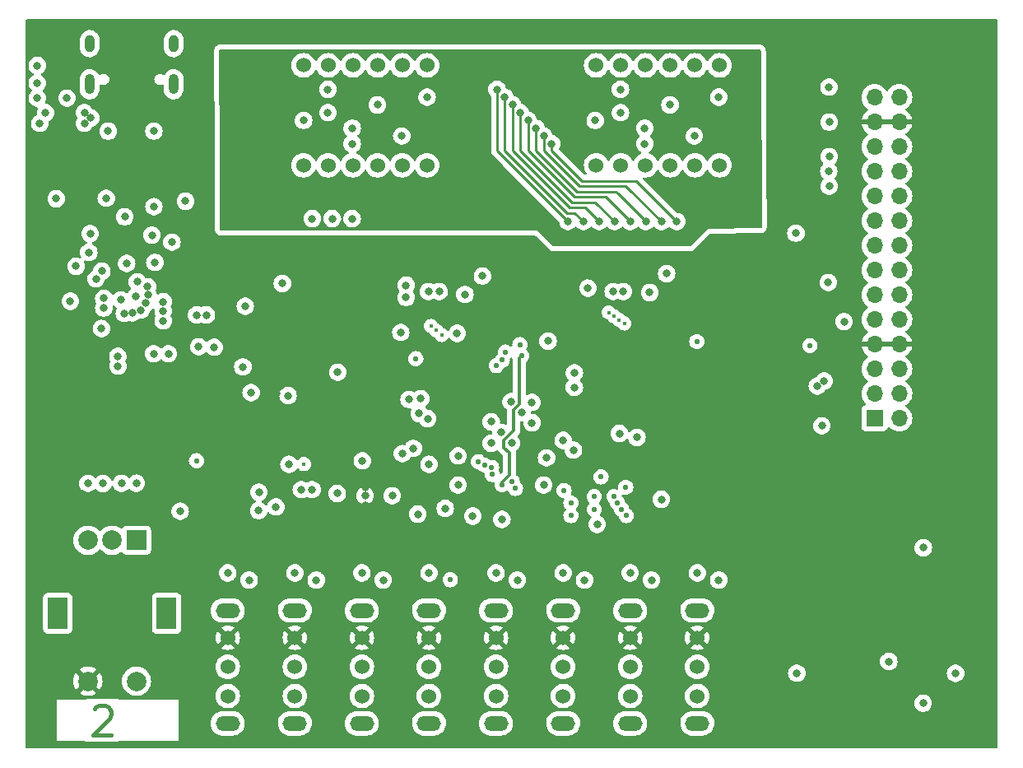
<source format=gbr>
%TF.GenerationSoftware,KiCad,Pcbnew,7.0.7*%
%TF.CreationDate,2024-01-22T13:38:31-08:00*%
%TF.ProjectId,ProgrammaGull_Sandpiper,50726f67-7261-46d6-9d61-47756c6c5f53,rev?*%
%TF.SameCoordinates,Original*%
%TF.FileFunction,Copper,L2,Inr*%
%TF.FilePolarity,Positive*%
%FSLAX46Y46*%
G04 Gerber Fmt 4.6, Leading zero omitted, Abs format (unit mm)*
G04 Created by KiCad (PCBNEW 7.0.7) date 2024-01-22 13:38:31*
%MOMM*%
%LPD*%
G01*
G04 APERTURE LIST*
%ADD10C,0.400000*%
%TA.AperFunction,NonConductor*%
%ADD11C,0.400000*%
%TD*%
%TA.AperFunction,ComponentPad*%
%ADD12C,1.524000*%
%TD*%
%TA.AperFunction,ComponentPad*%
%ADD13O,2.500000X1.524000*%
%TD*%
%TA.AperFunction,ComponentPad*%
%ADD14O,1.000000X2.100000*%
%TD*%
%TA.AperFunction,ComponentPad*%
%ADD15O,1.000000X1.800000*%
%TD*%
%TA.AperFunction,ComponentPad*%
%ADD16O,1.700000X1.700000*%
%TD*%
%TA.AperFunction,ComponentPad*%
%ADD17R,1.700000X1.700000*%
%TD*%
%TA.AperFunction,ComponentPad*%
%ADD18R,2.000000X2.000000*%
%TD*%
%TA.AperFunction,ComponentPad*%
%ADD19C,2.000000*%
%TD*%
%TA.AperFunction,ComponentPad*%
%ADD20R,2.000000X3.200000*%
%TD*%
%TA.AperFunction,ViaPad*%
%ADD21C,0.550000*%
%TD*%
%TA.AperFunction,ViaPad*%
%ADD22C,0.800000*%
%TD*%
%TA.AperFunction,ViaPad*%
%ADD23C,0.450000*%
%TD*%
%TA.AperFunction,Conductor*%
%ADD24C,0.350000*%
%TD*%
%TA.AperFunction,Conductor*%
%ADD25C,0.250000*%
%TD*%
G04 APERTURE END LIST*
D10*
D11*
X32084585Y-95897771D02*
X32227442Y-95754914D01*
X32227442Y-95754914D02*
X32513157Y-95612057D01*
X32513157Y-95612057D02*
X33227442Y-95612057D01*
X33227442Y-95612057D02*
X33513157Y-95754914D01*
X33513157Y-95754914D02*
X33656014Y-95897771D01*
X33656014Y-95897771D02*
X33798871Y-96183485D01*
X33798871Y-96183485D02*
X33798871Y-96469200D01*
X33798871Y-96469200D02*
X33656014Y-96897771D01*
X33656014Y-96897771D02*
X31941728Y-98612057D01*
X31941728Y-98612057D02*
X33798871Y-98612057D01*
D12*
%TO.N,+3V3*%
%TO.C,SW5*%
X59600000Y-88600000D03*
%TO.N,Net-(R10-Pad1)*%
X59600000Y-91600000D03*
%TO.N,GND*%
X59600000Y-94600000D03*
D13*
X59600000Y-85800000D03*
X59600000Y-97400000D03*
%TD*%
D12*
%TO.N,+3V3*%
%TO.C,SW4*%
X66500000Y-88600000D03*
%TO.N,Net-(R12-Pad1)*%
X66500000Y-91600000D03*
%TO.N,GND*%
X66500000Y-94600000D03*
D13*
X66500000Y-85800000D03*
X66500000Y-97400000D03*
%TD*%
D12*
%TO.N,+3V3*%
%TO.C,SW0*%
X94100000Y-88600000D03*
%TO.N,Net-(R20-Pad1)*%
X94100000Y-91600000D03*
%TO.N,GND*%
X94100000Y-94600000D03*
D13*
X94100000Y-85800000D03*
X94100000Y-97400000D03*
%TD*%
D14*
%TO.N,GND*%
%TO.C,P1*%
X40240000Y-31680000D03*
D15*
X40240000Y-27500000D03*
D14*
X31600000Y-31680000D03*
D15*
X31600000Y-27500000D03*
%TD*%
D12*
%TO.N,+3V3*%
%TO.C,SW2*%
X80300000Y-88600000D03*
%TO.N,Net-(R16-Pad1)*%
X80300000Y-91600000D03*
%TO.N,GND*%
X80300000Y-94600000D03*
D13*
X80300000Y-85800000D03*
X80300000Y-97400000D03*
%TD*%
D12*
%TO.N,+3V3*%
%TO.C,SW1*%
X87200000Y-88600000D03*
%TO.N,Net-(R18-Pad1)*%
X87200000Y-91600000D03*
%TO.N,GND*%
X87200000Y-94600000D03*
D13*
X87200000Y-85800000D03*
X87200000Y-97400000D03*
%TD*%
D16*
%TO.N,+5V*%
%TO.C,J1*%
X114875000Y-33020000D03*
X112335000Y-33020000D03*
%TO.N,+3V3*%
X114875000Y-35560000D03*
X112335000Y-35560000D03*
%TO.N,GND*%
X114875000Y-38100000D03*
X112335000Y-38100000D03*
%TO.N,/RCLP_1*%
X114875000Y-40640000D03*
%TO.N,/RCLP_0*%
X112335000Y-40640000D03*
%TO.N,unconnected-(J1-Pin_20-Pad20)*%
X114875000Y-43180000D03*
%TO.N,GND*%
X112335000Y-43180000D03*
%TO.N,Net-(J1-Pin_18)*%
X114875000Y-45720000D03*
%TO.N,Net-(J1-Pin_17)*%
X112335000Y-45720000D03*
%TO.N,Net-(J1-Pin_16)*%
X114875000Y-48260000D03*
%TO.N,Net-(J1-Pin_15)*%
X112335000Y-48260000D03*
%TO.N,Net-(J1-Pin_14)*%
X114875000Y-50800000D03*
%TO.N,Net-(J1-Pin_13)*%
X112335000Y-50800000D03*
%TO.N,Net-(J1-Pin_12)*%
X114875000Y-53340000D03*
%TO.N,Net-(J1-Pin_11)*%
X112335000Y-53340000D03*
%TO.N,GND*%
X114875000Y-55880000D03*
X112335000Y-55880000D03*
%TO.N,+3V3*%
X114875000Y-58420000D03*
X112335000Y-58420000D03*
%TO.N,/UI_ADC_SE_CHAN_0*%
X114875000Y-60960000D03*
%TO.N,/UI_ADC_SE_CHAN_1*%
X112335000Y-60960000D03*
%TO.N,/UI_ADC_SE_CHAN_3*%
X114875000Y-63500000D03*
%TO.N,/UI_ADC_SE_CHAN_2*%
X112335000Y-63500000D03*
%TO.N,GND*%
X114875000Y-66040000D03*
D17*
X112335000Y-66040000D03*
%TD*%
D12*
%TO.N,+3V3*%
%TO.C,SW6*%
X52700000Y-88600000D03*
%TO.N,Net-(R8-Pad1)*%
X52700000Y-91600000D03*
%TO.N,GND*%
X52700000Y-94600000D03*
D13*
X52700000Y-85800000D03*
X52700000Y-97400000D03*
%TD*%
D12*
%TO.N,+3V3*%
%TO.C,SW7*%
X45800000Y-88600000D03*
%TO.N,Net-(R6-Pad1)*%
X45800000Y-91600000D03*
%TO.N,GND*%
X45800000Y-94600000D03*
D13*
X45800000Y-85800000D03*
X45800000Y-97400000D03*
%TD*%
D12*
%TO.N,/UI_SEG_E*%
%TO.C,U8*%
X53600000Y-40000000D03*
%TO.N,/UI_SEG_D*%
X56140000Y-40000000D03*
%TO.N,/UI_SEG_DP*%
X58680000Y-40000000D03*
%TO.N,/UI_SEG_C*%
X61220000Y-40000000D03*
%TO.N,/UI_SEG_G*%
X63760000Y-40000000D03*
%TO.N,Net-(Q4-C)*%
X66300000Y-40000000D03*
%TO.N,/UI_SEG_B*%
X66300000Y-29740000D03*
%TO.N,Net-(Q3-C)*%
X63760000Y-29740000D03*
%TO.N,Net-(Q2-C)*%
X61220000Y-29740000D03*
%TO.N,/UI_SEG_F*%
X58680000Y-29740000D03*
%TO.N,/UI_SEG_A*%
X56140000Y-29740000D03*
%TO.N,Net-(Q1-C)*%
X53600000Y-29740000D03*
%TD*%
%TO.N,/UI_SEG_E*%
%TO.C,U10*%
X83700000Y-40000000D03*
%TO.N,/UI_SEG_D*%
X86240000Y-40000000D03*
%TO.N,/UI_SEG_DP*%
X88780000Y-40000000D03*
%TO.N,/UI_SEG_C*%
X91320000Y-40000000D03*
%TO.N,/UI_SEG_G*%
X93860000Y-40000000D03*
%TO.N,Net-(Q8-C)*%
X96400000Y-40000000D03*
%TO.N,/UI_SEG_B*%
X96400000Y-29740000D03*
%TO.N,Net-(Q7-C)*%
X93860000Y-29740000D03*
%TO.N,Net-(Q6-C)*%
X91320000Y-29740000D03*
%TO.N,/UI_SEG_F*%
X88780000Y-29740000D03*
%TO.N,/UI_SEG_A*%
X86240000Y-29740000D03*
%TO.N,Net-(Q5-C)*%
X83700000Y-29740000D03*
%TD*%
%TO.N,+3V3*%
%TO.C,SW3*%
X73400000Y-88600000D03*
%TO.N,Net-(R14-Pad1)*%
X73400000Y-91600000D03*
%TO.N,GND*%
X73400000Y-94600000D03*
D13*
X73400000Y-85800000D03*
X73400000Y-97400000D03*
%TD*%
D18*
%TO.N,Net-(R77-Pad2)*%
%TO.C,SW8*%
X36410000Y-78580000D03*
D19*
%TO.N,Net-(R75-Pad2)*%
X31410000Y-78580000D03*
%TO.N,GND*%
X33910000Y-78580000D03*
D20*
%TO.N,N/C*%
X39510000Y-86080000D03*
X28310000Y-86080000D03*
D19*
%TO.N,+3V3*%
X31410000Y-93080000D03*
%TO.N,Net-(R63-Pad2)*%
X36410000Y-93080000D03*
%TD*%
D21*
%TO.N,/UI_ADC_DO*%
X105700000Y-58550000D03*
D22*
%TO.N,GND*%
X106925000Y-66800000D03*
%TO.N,/UI_GPIO0*%
X104250000Y-47000000D03*
%TO.N,+5V*%
X99750000Y-40250000D03*
X51200000Y-45400000D03*
X89200000Y-53100000D03*
X64500000Y-45400000D03*
X26450000Y-35700000D03*
X99900000Y-45400000D03*
X73700000Y-45450000D03*
X47450000Y-45400000D03*
X99750000Y-39250000D03*
X46000000Y-35000000D03*
X99750000Y-41250000D03*
X96100000Y-45400000D03*
X46000000Y-34000000D03*
X46000000Y-33000000D03*
X27050000Y-34600000D03*
X77450000Y-45400000D03*
X70200000Y-44100000D03*
X54490000Y-43600000D03*
X96300000Y-43800000D03*
X69700000Y-45400000D03*
X58590000Y-43600000D03*
X56550000Y-43600000D03*
X70200000Y-53300000D03*
X99750000Y-38250000D03*
X49000000Y-73650000D03*
%TO.N,GND*%
X39150000Y-56000000D03*
X81450000Y-62850000D03*
X33300000Y-43400000D03*
X47350000Y-60750000D03*
X58590000Y-45500000D03*
X80300000Y-81937500D03*
X59925000Y-74000000D03*
X31700000Y-35150000D03*
X48980000Y-75530000D03*
X35150000Y-55250000D03*
X26200000Y-29750000D03*
X38200000Y-44275000D03*
X117360000Y-79350000D03*
X38175000Y-59400000D03*
X71000000Y-76100000D03*
X41450000Y-43700000D03*
X37600000Y-53350000D03*
X74000000Y-76440000D03*
X74940000Y-64320000D03*
X107675000Y-35570000D03*
X37550000Y-52500000D03*
X45800000Y-81937500D03*
X56550000Y-45500000D03*
X86500000Y-53000000D03*
X35400000Y-50100000D03*
X38000000Y-47200000D03*
X43600000Y-55400000D03*
X36850000Y-54900000D03*
X36000000Y-55200000D03*
X35200000Y-45300000D03*
X82850000Y-52650000D03*
X73400000Y-81937500D03*
X65350000Y-75900000D03*
X85450000Y-53000000D03*
X31050000Y-34600000D03*
X113800000Y-91050000D03*
X78750000Y-58100000D03*
X47600000Y-54500000D03*
X54490000Y-45500000D03*
X87200000Y-81937500D03*
X50750000Y-75150000D03*
X117340000Y-95340000D03*
X52000000Y-63700000D03*
X26200000Y-31550000D03*
X31420000Y-72730000D03*
X26200000Y-33100000D03*
X36350000Y-53500000D03*
X120670000Y-92270000D03*
X52700000Y-81937500D03*
X40900000Y-75600000D03*
X51420000Y-52170000D03*
X75000000Y-68600000D03*
X59640000Y-70410000D03*
X29600000Y-54000000D03*
X67550000Y-53000000D03*
X39700000Y-59400000D03*
X57060000Y-73770000D03*
X66500000Y-70775000D03*
X34800000Y-53850000D03*
X107675000Y-42160000D03*
X76040000Y-65420000D03*
X87900000Y-68000000D03*
X36400000Y-72720000D03*
X64150000Y-52350000D03*
X37350000Y-54200000D03*
X29250000Y-33100000D03*
X68175500Y-75300000D03*
X90400000Y-74375000D03*
X107150000Y-62215000D03*
X107650000Y-31970000D03*
X78300000Y-72900000D03*
X66500000Y-81937500D03*
X81450000Y-61350000D03*
X107675000Y-39120000D03*
X32800000Y-56800000D03*
X36500000Y-52000000D03*
X94100000Y-81937500D03*
X28150000Y-43450000D03*
X31650000Y-47050000D03*
X66450000Y-53000000D03*
X62725000Y-74000000D03*
X54470000Y-73370000D03*
X57105000Y-61300000D03*
X31050000Y-35700000D03*
X53370000Y-73370000D03*
X38200000Y-36500000D03*
X72000000Y-51400000D03*
X40055497Y-47924500D03*
X86100000Y-67600000D03*
X106450000Y-62715000D03*
X33500000Y-36500000D03*
X69500000Y-72900000D03*
X73900000Y-67500000D03*
X104340000Y-92250000D03*
X83800000Y-76950000D03*
X109200000Y-56095000D03*
X77100000Y-64400000D03*
X77100000Y-66500000D03*
X63600000Y-57200000D03*
X72900000Y-66400000D03*
X42800000Y-58675000D03*
X72900000Y-68600000D03*
X59600000Y-81937500D03*
X90950000Y-51150000D03*
%TO.N,+3V3*%
X30550000Y-40900000D03*
X52100000Y-69125000D03*
X109225000Y-35570000D03*
X43250000Y-42212500D03*
X67090000Y-74360000D03*
X122000000Y-84540000D03*
X39925000Y-66750000D03*
X122000000Y-90440000D03*
X103000000Y-90420000D03*
X28150000Y-42050000D03*
X115420000Y-94010000D03*
X31420000Y-74200000D03*
X59925000Y-75000000D03*
X29750000Y-42050000D03*
X57750000Y-70720000D03*
X115470000Y-86010000D03*
X90400000Y-72825000D03*
X57600000Y-52200000D03*
X67100000Y-76300000D03*
X28750000Y-34600000D03*
X84200000Y-69200000D03*
X29750000Y-48850000D03*
X61175000Y-71100000D03*
X27550000Y-41450000D03*
X29350000Y-35700000D03*
X30550000Y-42050000D03*
D23*
X70400000Y-54900000D03*
D22*
X43300000Y-48475000D03*
X28950000Y-40900000D03*
X51420000Y-53750000D03*
X115460000Y-78000000D03*
X39925000Y-63950000D03*
X109560000Y-94010000D03*
X76700000Y-72900000D03*
X105375000Y-66800000D03*
X81350000Y-52600000D03*
X39150000Y-52750000D03*
X103000000Y-84550000D03*
X54175000Y-63400000D03*
X59925000Y-73100000D03*
X42000000Y-57000000D03*
X50100000Y-57300000D03*
X42700000Y-51450000D03*
X79900000Y-61350000D03*
X46150000Y-54250000D03*
X109590000Y-86000000D03*
X68000000Y-69175000D03*
X29650000Y-57150000D03*
X50800000Y-63500000D03*
X109570000Y-77990000D03*
X29600000Y-52200000D03*
X28950000Y-42050000D03*
X86150000Y-69550000D03*
X65150000Y-57250000D03*
X29750000Y-40900000D03*
X28150000Y-40900000D03*
X109200000Y-57645000D03*
X36600000Y-59400000D03*
X36410000Y-74200000D03*
D21*
%TO.N,+1V2*%
X74010000Y-72870000D03*
X76020000Y-59620000D03*
D22*
%TO.N,/UI_RGBLED_B*%
X81362500Y-69300000D03*
X80300000Y-68300000D03*
D21*
%TO.N,/UI_GPIO1*%
X75850000Y-58450000D03*
X94050000Y-58150000D03*
D22*
%TO.N,/UI_GPIO0*%
X107625000Y-40620000D03*
D21*
X73425000Y-60625000D03*
%TO.N,/UI_SW7*%
X81100000Y-76050000D03*
D22*
X48000000Y-82675000D03*
%TO.N,/UI_SW6*%
X54900000Y-82675000D03*
D21*
X83500000Y-75400000D03*
%TO.N,/UI_SW5*%
X81100000Y-74750000D03*
D22*
X61800000Y-82675000D03*
D21*
%TO.N,/UI_SW4*%
X68700000Y-82650500D03*
X83500000Y-74100000D03*
D22*
%TO.N,/UI_SW3*%
X75600000Y-82675000D03*
D21*
X85549500Y-74102205D03*
D22*
%TO.N,/UI_SW2*%
X82500000Y-82675000D03*
D21*
X85906169Y-74761402D03*
%TO.N,/UI_SW1*%
X86322967Y-75384325D03*
D22*
X89400000Y-82675000D03*
D21*
%TO.N,/UI_SW0*%
X86800000Y-76054556D03*
D22*
X96300000Y-82675000D03*
%TO.N,/FLASH_CS*%
X65500000Y-65550000D03*
X32250000Y-51700000D03*
%TO.N,/EEPROM_SPI_DO*%
X42600000Y-55400000D03*
X44400000Y-58725000D03*
%TO.N,/FLASH_SCK*%
X64450000Y-64100000D03*
X31500000Y-48975500D03*
%TO.N,/UI_SEG_A*%
X56100000Y-32200000D03*
X80800000Y-45800000D03*
X86200000Y-32200000D03*
X73500000Y-32200000D03*
%TO.N,/UI_SEG_B*%
X74300000Y-33000000D03*
X96300000Y-33000000D03*
X66300000Y-33000000D03*
X82400000Y-45800000D03*
X66300000Y-33000000D03*
%TO.N,/UI_SEG_C*%
X61200000Y-33800000D03*
X84000000Y-45800000D03*
X75100000Y-33800000D03*
X91300000Y-33800000D03*
%TO.N,/UI_SEG_D*%
X56100000Y-34600000D03*
X75900000Y-34600000D03*
X86200000Y-34600000D03*
X85600000Y-45800000D03*
%TO.N,/UI_SEG_E*%
X53600000Y-35400000D03*
X87200000Y-45800000D03*
X76700000Y-35400000D03*
X83600000Y-35400000D03*
%TO.N,/UI_SEG_F*%
X77500000Y-36200000D03*
X88800000Y-45800000D03*
X88700000Y-36200000D03*
X58600000Y-36200000D03*
%TO.N,/UI_SEG_G*%
X63700000Y-37000000D03*
X90400000Y-45800000D03*
X93800000Y-37000000D03*
X78300000Y-37000000D03*
%TO.N,/UI_SEG_DP*%
X79100000Y-37800000D03*
X58600000Y-37800000D03*
X92000000Y-45800000D03*
X88700000Y-37800000D03*
%TO.N,/~{UI_7SEGSR_OE}*%
X69400000Y-57300000D03*
D23*
X86050607Y-55913612D03*
X67800500Y-57475500D03*
D22*
%TO.N,/UI_ENC_B*%
X32960000Y-72740000D03*
D21*
X72225865Y-70849500D03*
D23*
%TO.N,/~{UI_ULEDSR_OE}*%
X53623000Y-70750000D03*
D22*
X52100000Y-70775000D03*
D21*
%TO.N,/UP5K_CDONE*%
X74375000Y-59225000D03*
D22*
X33050000Y-53700000D03*
D21*
%TO.N,/UP5K_CRESET*%
X74050000Y-60050000D03*
X65150000Y-59900000D03*
D22*
X33050000Y-54700000D03*
D23*
%TO.N,/UI_7SEGSR_CLK*%
X85000000Y-55150000D03*
X66701500Y-56550000D03*
%TO.N,/UI_7SEGSR_RCLK*%
X85532093Y-55522465D03*
X67251000Y-57000000D03*
D22*
%TO.N,/FLASH_MOSI*%
X65650000Y-64025500D03*
X32850000Y-50900000D03*
%TO.N,/FLASH_MISO*%
X30200000Y-50400000D03*
X66354143Y-66069079D03*
D21*
%TO.N,/UI_ENC_A*%
X71569655Y-70487364D03*
D22*
X34870000Y-72730000D03*
%TO.N,/UI_ADC_DO*%
X107575000Y-52070000D03*
%TO.N,/CLK_12M*%
X78600000Y-70100000D03*
X38300000Y-50000000D03*
X48200000Y-63400000D03*
%TO.N,/UI_7SEG_SER_CARRY*%
X64150000Y-53600000D03*
D23*
X86588555Y-56277570D03*
D22*
%TO.N,Net-(U7-BCBUS4)*%
X39150000Y-54050000D03*
X34495800Y-59656794D03*
%TO.N,Net-(U7-BCBUS3)*%
X39150000Y-55000000D03*
X34500895Y-60676297D03*
D21*
%TO.N,/UI_ENC_SW*%
X42580000Y-70400000D03*
X72950133Y-71070698D03*
D22*
%TO.N,/UI_ULEDSR_RCLK*%
X64880000Y-69130000D03*
X69500000Y-69900000D03*
D21*
%TO.N,/SERIAL_SW_D*%
X75400000Y-73250000D03*
X84200000Y-72074500D03*
%TO.N,/SW_SH_CLKEN*%
X75070000Y-72560000D03*
X86750000Y-73150000D03*
%TO.N,/SW_SH_CLK*%
X80400000Y-73450000D03*
D22*
X63760000Y-69670000D03*
D21*
X72989337Y-71819175D03*
%TD*%
D24*
%TO.N,+1V2*%
X74770000Y-69590000D02*
X74225000Y-69045000D01*
X74770000Y-71850000D02*
X74770000Y-69590000D01*
X75770000Y-64590000D02*
X75770000Y-59870000D01*
X74010000Y-72610000D02*
X74770000Y-71850000D01*
X74225000Y-69045000D02*
X74225000Y-68271016D01*
X74225000Y-68271016D02*
X75210000Y-67286016D01*
X75210000Y-65150000D02*
X75770000Y-64590000D01*
X75210000Y-67286016D02*
X75210000Y-65150000D01*
X74010000Y-72870000D02*
X74010000Y-72610000D01*
X75770000Y-59870000D02*
X76020000Y-59620000D01*
D25*
%TO.N,/UI_SEG_A*%
X73500000Y-38500000D02*
X79350000Y-44350000D01*
X73500000Y-32200000D02*
X73500000Y-38500000D01*
X80800000Y-45800000D02*
X79350000Y-44350000D01*
X79350000Y-44350000D02*
X79100000Y-44100000D01*
%TO.N,/UI_SEG_B*%
X74300000Y-33000000D02*
X74300000Y-37750000D01*
X81500000Y-44900000D02*
X82400000Y-45800000D01*
X74300000Y-38500000D02*
X80700000Y-44900000D01*
X80700000Y-44900000D02*
X81500000Y-44900000D01*
X74300000Y-37750000D02*
X74300000Y-38300000D01*
X74300000Y-37750000D02*
X74300000Y-38500000D01*
%TO.N,/UI_SEG_C*%
X75100000Y-37800000D02*
X75100000Y-38300000D01*
X80950000Y-44350000D02*
X82550000Y-44350000D01*
X75100000Y-38500000D02*
X80950000Y-44350000D01*
X75100000Y-37800000D02*
X75100000Y-38500000D01*
X84000000Y-45800000D02*
X82725000Y-44525000D01*
X82550000Y-44350000D02*
X82725000Y-44525000D01*
X75100000Y-33800000D02*
X75100000Y-37800000D01*
%TO.N,/UI_SEG_D*%
X83600000Y-43800000D02*
X83700000Y-43900000D01*
X75900000Y-38500000D02*
X81200000Y-43800000D01*
X75900000Y-37300000D02*
X75900000Y-38400000D01*
X81200000Y-43800000D02*
X83600000Y-43800000D01*
X75900000Y-37300000D02*
X75900000Y-38500000D01*
X75900000Y-34600000D02*
X75900000Y-37300000D01*
X85600000Y-45800000D02*
X83700000Y-43900000D01*
%TO.N,/UI_SEG_E*%
X76700000Y-35400000D02*
X76700000Y-38500000D01*
X87200000Y-45800000D02*
X84825000Y-43425000D01*
X81450000Y-43250000D02*
X84650000Y-43250000D01*
X84650000Y-43250000D02*
X84825000Y-43425000D01*
X76700000Y-38500000D02*
X81450000Y-43250000D01*
%TO.N,/UI_SEG_F*%
X81700000Y-42700000D02*
X85700000Y-42700000D01*
X85700000Y-42700000D02*
X85950000Y-42950000D01*
X77500000Y-36200000D02*
X77500000Y-38500000D01*
X77500000Y-38500000D02*
X81700000Y-42700000D01*
X88800000Y-45800000D02*
X85950000Y-42950000D01*
%TO.N,/UI_SEG_G*%
X90400000Y-45800000D02*
X86875000Y-42275000D01*
X78300000Y-37000000D02*
X78300000Y-38500000D01*
X78300000Y-38500000D02*
X81950000Y-42150000D01*
X86750000Y-42150000D02*
X86875000Y-42275000D01*
X81950000Y-42150000D02*
X86750000Y-42150000D01*
%TO.N,/UI_SEG_DP*%
X79100000Y-37800000D02*
X79100000Y-38500000D01*
X82200000Y-41600000D02*
X87800000Y-41600000D01*
X79100000Y-38500000D02*
X82200000Y-41600000D01*
X87800000Y-41600000D02*
X88025000Y-41825000D01*
X92000000Y-45800000D02*
X88025000Y-41825000D01*
%TD*%
%TA.AperFunction,Conductor*%
%TO.N,+5V*%
G36*
X100593711Y-28119685D02*
G01*
X100639466Y-28172489D01*
X100650670Y-28223326D01*
X100749325Y-46375949D01*
X100730005Y-46443095D01*
X100677451Y-46489136D01*
X100625948Y-46500621D01*
X95200002Y-46527801D01*
X95199999Y-46527802D01*
X93436409Y-48313142D01*
X93375292Y-48347002D01*
X93348192Y-48350000D01*
X79301362Y-48350000D01*
X79234323Y-48330315D01*
X79213681Y-48313681D01*
X77650000Y-46750000D01*
X45123337Y-46750000D01*
X45056298Y-46730315D01*
X45010543Y-46677511D01*
X44999339Y-46626665D01*
X44993298Y-45500000D01*
X53584540Y-45500000D01*
X53604326Y-45688256D01*
X53604327Y-45688259D01*
X53662818Y-45868277D01*
X53662821Y-45868284D01*
X53757467Y-46032216D01*
X53879977Y-46168277D01*
X53884129Y-46172888D01*
X54037265Y-46284148D01*
X54037270Y-46284151D01*
X54210192Y-46361142D01*
X54210197Y-46361144D01*
X54395354Y-46400500D01*
X54395355Y-46400500D01*
X54584644Y-46400500D01*
X54584646Y-46400500D01*
X54769803Y-46361144D01*
X54942730Y-46284151D01*
X55095871Y-46172888D01*
X55222533Y-46032216D01*
X55317179Y-45868284D01*
X55375674Y-45688256D01*
X55395460Y-45500000D01*
X55644540Y-45500000D01*
X55664326Y-45688256D01*
X55664327Y-45688259D01*
X55722818Y-45868277D01*
X55722821Y-45868284D01*
X55817467Y-46032216D01*
X55939977Y-46168277D01*
X55944129Y-46172888D01*
X56097265Y-46284148D01*
X56097270Y-46284151D01*
X56270192Y-46361142D01*
X56270197Y-46361144D01*
X56455354Y-46400500D01*
X56455355Y-46400500D01*
X56644644Y-46400500D01*
X56644646Y-46400500D01*
X56829803Y-46361144D01*
X57002730Y-46284151D01*
X57155871Y-46172888D01*
X57282533Y-46032216D01*
X57377179Y-45868284D01*
X57435674Y-45688256D01*
X57446679Y-45583541D01*
X57473263Y-45518928D01*
X57499948Y-45500305D01*
X57498911Y-45499693D01*
X57640051Y-45499693D01*
X57660554Y-45511792D01*
X57691977Y-45574197D01*
X57693319Y-45583530D01*
X57704326Y-45688256D01*
X57704327Y-45688259D01*
X57762818Y-45868277D01*
X57762821Y-45868284D01*
X57857467Y-46032216D01*
X57979977Y-46168277D01*
X57984129Y-46172888D01*
X58137265Y-46284148D01*
X58137270Y-46284151D01*
X58310192Y-46361142D01*
X58310197Y-46361144D01*
X58495354Y-46400500D01*
X58495355Y-46400500D01*
X58684644Y-46400500D01*
X58684646Y-46400500D01*
X58869803Y-46361144D01*
X59042730Y-46284151D01*
X59195871Y-46172888D01*
X59322533Y-46032216D01*
X59417179Y-45868284D01*
X59475674Y-45688256D01*
X59495460Y-45500000D01*
X59475674Y-45311744D01*
X59417179Y-45131716D01*
X59322533Y-44967784D01*
X59195871Y-44827112D01*
X59195870Y-44827111D01*
X59042734Y-44715851D01*
X59042729Y-44715848D01*
X58869807Y-44638857D01*
X58869802Y-44638855D01*
X58724001Y-44607865D01*
X58684646Y-44599500D01*
X58495354Y-44599500D01*
X58462897Y-44606398D01*
X58310197Y-44638855D01*
X58310192Y-44638857D01*
X58137270Y-44715848D01*
X58137265Y-44715851D01*
X57984129Y-44827111D01*
X57857466Y-44967785D01*
X57762821Y-45131715D01*
X57762818Y-45131722D01*
X57718609Y-45267785D01*
X57704326Y-45311744D01*
X57693320Y-45416458D01*
X57666736Y-45481071D01*
X57640051Y-45499693D01*
X57498911Y-45499693D01*
X57479446Y-45488207D01*
X57448023Y-45425802D01*
X57446680Y-45416469D01*
X57435674Y-45311744D01*
X57377179Y-45131716D01*
X57282533Y-44967784D01*
X57155871Y-44827112D01*
X57155870Y-44827111D01*
X57002734Y-44715851D01*
X57002729Y-44715848D01*
X56829807Y-44638857D01*
X56829802Y-44638855D01*
X56684000Y-44607865D01*
X56644646Y-44599500D01*
X56455354Y-44599500D01*
X56422897Y-44606398D01*
X56270197Y-44638855D01*
X56270192Y-44638857D01*
X56097270Y-44715848D01*
X56097265Y-44715851D01*
X55944129Y-44827111D01*
X55817466Y-44967785D01*
X55722821Y-45131715D01*
X55722818Y-45131722D01*
X55678609Y-45267785D01*
X55664326Y-45311744D01*
X55644540Y-45500000D01*
X55395460Y-45500000D01*
X55375674Y-45311744D01*
X55317179Y-45131716D01*
X55222533Y-44967784D01*
X55095871Y-44827112D01*
X55095870Y-44827111D01*
X54942734Y-44715851D01*
X54942729Y-44715848D01*
X54769807Y-44638857D01*
X54769802Y-44638855D01*
X54624000Y-44607865D01*
X54584646Y-44599500D01*
X54395354Y-44599500D01*
X54362897Y-44606398D01*
X54210197Y-44638855D01*
X54210192Y-44638857D01*
X54037270Y-44715848D01*
X54037265Y-44715851D01*
X53884129Y-44827111D01*
X53757466Y-44967785D01*
X53662821Y-45131715D01*
X53662818Y-45131722D01*
X53618609Y-45267785D01*
X53604326Y-45311744D01*
X53584540Y-45500000D01*
X44993298Y-45500000D01*
X44963807Y-40000002D01*
X52332677Y-40000002D01*
X52351929Y-40220062D01*
X52351930Y-40220070D01*
X52409104Y-40433445D01*
X52409105Y-40433447D01*
X52409106Y-40433450D01*
X52442382Y-40504811D01*
X52502466Y-40633662D01*
X52502468Y-40633666D01*
X52629170Y-40814615D01*
X52629175Y-40814621D01*
X52785378Y-40970824D01*
X52785384Y-40970829D01*
X52966333Y-41097531D01*
X52966335Y-41097532D01*
X52966338Y-41097534D01*
X53166550Y-41190894D01*
X53379932Y-41248070D01*
X53537123Y-41261822D01*
X53599998Y-41267323D01*
X53600000Y-41267323D01*
X53600002Y-41267323D01*
X53655017Y-41262509D01*
X53820068Y-41248070D01*
X54033450Y-41190894D01*
X54233662Y-41097534D01*
X54414620Y-40970826D01*
X54570826Y-40814620D01*
X54697534Y-40633662D01*
X54757617Y-40504811D01*
X54803790Y-40452371D01*
X54870983Y-40433219D01*
X54937865Y-40453435D01*
X54982382Y-40504811D01*
X55042464Y-40633658D01*
X55042468Y-40633666D01*
X55169170Y-40814615D01*
X55169175Y-40814621D01*
X55325378Y-40970824D01*
X55325384Y-40970829D01*
X55506333Y-41097531D01*
X55506335Y-41097532D01*
X55506338Y-41097534D01*
X55706550Y-41190894D01*
X55919932Y-41248070D01*
X56077123Y-41261822D01*
X56139998Y-41267323D01*
X56140000Y-41267323D01*
X56140002Y-41267323D01*
X56195017Y-41262509D01*
X56360068Y-41248070D01*
X56573450Y-41190894D01*
X56773662Y-41097534D01*
X56954620Y-40970826D01*
X57110826Y-40814620D01*
X57237534Y-40633662D01*
X57297617Y-40504811D01*
X57343790Y-40452371D01*
X57410983Y-40433219D01*
X57477865Y-40453435D01*
X57522382Y-40504811D01*
X57582464Y-40633658D01*
X57582468Y-40633666D01*
X57709170Y-40814615D01*
X57709175Y-40814621D01*
X57865378Y-40970824D01*
X57865384Y-40970829D01*
X58046333Y-41097531D01*
X58046335Y-41097532D01*
X58046338Y-41097534D01*
X58246550Y-41190894D01*
X58459932Y-41248070D01*
X58617123Y-41261822D01*
X58679998Y-41267323D01*
X58680000Y-41267323D01*
X58680002Y-41267323D01*
X58735017Y-41262509D01*
X58900068Y-41248070D01*
X59113450Y-41190894D01*
X59313662Y-41097534D01*
X59494620Y-40970826D01*
X59650826Y-40814620D01*
X59777534Y-40633662D01*
X59837617Y-40504811D01*
X59883790Y-40452371D01*
X59950983Y-40433219D01*
X60017865Y-40453435D01*
X60062382Y-40504811D01*
X60122464Y-40633658D01*
X60122468Y-40633666D01*
X60249170Y-40814615D01*
X60249175Y-40814621D01*
X60405378Y-40970824D01*
X60405384Y-40970829D01*
X60586333Y-41097531D01*
X60586335Y-41097532D01*
X60586338Y-41097534D01*
X60786550Y-41190894D01*
X60999932Y-41248070D01*
X61157123Y-41261822D01*
X61219998Y-41267323D01*
X61220000Y-41267323D01*
X61220002Y-41267323D01*
X61275017Y-41262509D01*
X61440068Y-41248070D01*
X61653450Y-41190894D01*
X61853662Y-41097534D01*
X62034620Y-40970826D01*
X62190826Y-40814620D01*
X62317534Y-40633662D01*
X62377617Y-40504811D01*
X62423790Y-40452371D01*
X62490983Y-40433219D01*
X62557865Y-40453435D01*
X62602382Y-40504811D01*
X62662464Y-40633658D01*
X62662468Y-40633666D01*
X62789170Y-40814615D01*
X62789175Y-40814621D01*
X62945378Y-40970824D01*
X62945384Y-40970829D01*
X63126333Y-41097531D01*
X63126335Y-41097532D01*
X63126338Y-41097534D01*
X63326550Y-41190894D01*
X63539932Y-41248070D01*
X63697123Y-41261822D01*
X63759998Y-41267323D01*
X63760000Y-41267323D01*
X63760002Y-41267323D01*
X63815017Y-41262509D01*
X63980068Y-41248070D01*
X64193450Y-41190894D01*
X64393662Y-41097534D01*
X64574620Y-40970826D01*
X64730826Y-40814620D01*
X64857534Y-40633662D01*
X64917617Y-40504811D01*
X64963790Y-40452371D01*
X65030983Y-40433219D01*
X65097865Y-40453435D01*
X65142382Y-40504811D01*
X65202464Y-40633658D01*
X65202468Y-40633666D01*
X65329170Y-40814615D01*
X65329175Y-40814621D01*
X65485378Y-40970824D01*
X65485384Y-40970829D01*
X65666333Y-41097531D01*
X65666335Y-41097532D01*
X65666338Y-41097534D01*
X65866550Y-41190894D01*
X66079932Y-41248070D01*
X66237123Y-41261822D01*
X66299998Y-41267323D01*
X66300000Y-41267323D01*
X66300002Y-41267323D01*
X66355017Y-41262509D01*
X66520068Y-41248070D01*
X66733450Y-41190894D01*
X66933662Y-41097534D01*
X67114620Y-40970826D01*
X67270826Y-40814620D01*
X67397534Y-40633662D01*
X67490894Y-40433450D01*
X67548070Y-40220068D01*
X67567323Y-40000000D01*
X67548070Y-39779932D01*
X67490894Y-39566550D01*
X67397534Y-39366339D01*
X67270826Y-39185380D01*
X67114620Y-39029174D01*
X67114616Y-39029171D01*
X67114615Y-39029170D01*
X66933666Y-38902468D01*
X66933662Y-38902466D01*
X66929617Y-38900580D01*
X66733450Y-38809106D01*
X66733447Y-38809105D01*
X66733445Y-38809104D01*
X66520070Y-38751930D01*
X66520062Y-38751929D01*
X66300002Y-38732677D01*
X66299998Y-38732677D01*
X66079937Y-38751929D01*
X66079929Y-38751930D01*
X65866554Y-38809104D01*
X65866548Y-38809107D01*
X65666340Y-38902465D01*
X65666338Y-38902466D01*
X65485377Y-39029175D01*
X65329175Y-39185377D01*
X65202466Y-39366338D01*
X65202465Y-39366340D01*
X65142382Y-39495189D01*
X65096209Y-39547628D01*
X65029016Y-39566780D01*
X64962135Y-39546564D01*
X64917618Y-39495189D01*
X64857534Y-39366340D01*
X64857533Y-39366338D01*
X64730827Y-39185381D01*
X64730823Y-39185377D01*
X64574620Y-39029174D01*
X64574616Y-39029171D01*
X64574615Y-39029170D01*
X64393666Y-38902468D01*
X64393662Y-38902466D01*
X64389617Y-38900580D01*
X64193450Y-38809106D01*
X64193447Y-38809105D01*
X64193445Y-38809104D01*
X63980070Y-38751930D01*
X63980062Y-38751929D01*
X63760002Y-38732677D01*
X63759998Y-38732677D01*
X63539937Y-38751929D01*
X63539929Y-38751930D01*
X63326554Y-38809104D01*
X63326548Y-38809107D01*
X63126340Y-38902465D01*
X63126338Y-38902466D01*
X62945377Y-39029175D01*
X62789175Y-39185377D01*
X62662466Y-39366338D01*
X62662465Y-39366340D01*
X62602382Y-39495189D01*
X62556209Y-39547628D01*
X62489016Y-39566780D01*
X62422135Y-39546564D01*
X62377618Y-39495189D01*
X62317534Y-39366340D01*
X62317533Y-39366338D01*
X62190827Y-39185381D01*
X62190823Y-39185377D01*
X62034620Y-39029174D01*
X62034616Y-39029171D01*
X62034615Y-39029170D01*
X61853666Y-38902468D01*
X61853662Y-38902466D01*
X61849617Y-38900580D01*
X61653450Y-38809106D01*
X61653447Y-38809105D01*
X61653445Y-38809104D01*
X61440070Y-38751930D01*
X61440062Y-38751929D01*
X61220002Y-38732677D01*
X61219998Y-38732677D01*
X60999937Y-38751929D01*
X60999929Y-38751930D01*
X60786554Y-38809104D01*
X60786548Y-38809107D01*
X60586340Y-38902465D01*
X60586338Y-38902466D01*
X60405377Y-39029175D01*
X60249175Y-39185377D01*
X60122466Y-39366338D01*
X60122465Y-39366340D01*
X60062382Y-39495189D01*
X60016209Y-39547628D01*
X59949016Y-39566780D01*
X59882135Y-39546564D01*
X59837618Y-39495189D01*
X59777534Y-39366340D01*
X59777533Y-39366338D01*
X59650827Y-39185381D01*
X59650823Y-39185377D01*
X59494620Y-39029174D01*
X59494616Y-39029171D01*
X59494615Y-39029170D01*
X59313666Y-38902468D01*
X59313662Y-38902466D01*
X59309617Y-38900580D01*
X59113450Y-38809106D01*
X59113445Y-38809104D01*
X59113441Y-38809103D01*
X59093999Y-38803893D01*
X59034339Y-38767526D01*
X59003812Y-38704678D01*
X59012109Y-38635303D01*
X59053209Y-38583802D01*
X59205871Y-38472888D01*
X59332533Y-38332216D01*
X59427179Y-38168284D01*
X59485674Y-37988256D01*
X59505460Y-37800000D01*
X59485674Y-37611744D01*
X59427179Y-37431716D01*
X59332533Y-37267784D01*
X59205871Y-37127112D01*
X59168991Y-37100317D01*
X59126326Y-37044989D01*
X59122462Y-37000000D01*
X62794540Y-37000000D01*
X62814326Y-37188256D01*
X62814327Y-37188259D01*
X62872818Y-37368277D01*
X62872821Y-37368284D01*
X62967467Y-37532216D01*
X63039071Y-37611740D01*
X63094129Y-37672888D01*
X63247265Y-37784148D01*
X63247270Y-37784151D01*
X63420192Y-37861142D01*
X63420197Y-37861144D01*
X63605354Y-37900500D01*
X63605355Y-37900500D01*
X63794644Y-37900500D01*
X63794646Y-37900500D01*
X63979803Y-37861144D01*
X64152730Y-37784151D01*
X64305871Y-37672888D01*
X64432533Y-37532216D01*
X64527179Y-37368284D01*
X64585674Y-37188256D01*
X64605460Y-37000000D01*
X64585674Y-36811744D01*
X64527179Y-36631716D01*
X64432533Y-36467784D01*
X64305871Y-36327112D01*
X64269243Y-36300500D01*
X64152734Y-36215851D01*
X64152729Y-36215848D01*
X63979807Y-36138857D01*
X63979802Y-36138855D01*
X63834000Y-36107865D01*
X63794646Y-36099500D01*
X63605354Y-36099500D01*
X63572897Y-36106398D01*
X63420197Y-36138855D01*
X63420192Y-36138857D01*
X63247270Y-36215848D01*
X63247265Y-36215851D01*
X63094129Y-36327111D01*
X62967466Y-36467785D01*
X62872821Y-36631715D01*
X62872818Y-36631722D01*
X62840166Y-36732216D01*
X62814326Y-36811744D01*
X62794540Y-37000000D01*
X59122462Y-37000000D01*
X59120347Y-36975375D01*
X59152952Y-36913580D01*
X59168992Y-36899682D01*
X59189072Y-36885093D01*
X59205871Y-36872888D01*
X59332533Y-36732216D01*
X59427179Y-36568284D01*
X59485674Y-36388256D01*
X59505460Y-36200000D01*
X59485674Y-36011744D01*
X59427179Y-35831716D01*
X59332533Y-35667784D01*
X59205871Y-35527112D01*
X59169243Y-35500500D01*
X59052734Y-35415851D01*
X59052729Y-35415848D01*
X58879807Y-35338857D01*
X58879802Y-35338855D01*
X58734000Y-35307865D01*
X58694646Y-35299500D01*
X58505354Y-35299500D01*
X58472897Y-35306398D01*
X58320197Y-35338855D01*
X58320192Y-35338857D01*
X58147270Y-35415848D01*
X58147265Y-35415851D01*
X57994129Y-35527111D01*
X57867466Y-35667785D01*
X57772821Y-35831715D01*
X57772818Y-35831722D01*
X57740166Y-35932216D01*
X57714326Y-36011744D01*
X57694540Y-36200000D01*
X57714326Y-36388256D01*
X57714327Y-36388259D01*
X57772818Y-36568277D01*
X57772821Y-36568284D01*
X57867467Y-36732216D01*
X57994129Y-36872888D01*
X58010928Y-36885093D01*
X58031008Y-36899682D01*
X58073673Y-36955013D01*
X58079652Y-37024626D01*
X58047046Y-37086421D01*
X58031008Y-37100318D01*
X57994127Y-37127113D01*
X57867466Y-37267785D01*
X57772821Y-37431715D01*
X57772818Y-37431722D01*
X57740166Y-37532216D01*
X57714326Y-37611744D01*
X57694540Y-37800000D01*
X57714326Y-37988256D01*
X57714327Y-37988259D01*
X57772818Y-38168277D01*
X57772821Y-38168284D01*
X57867467Y-38332216D01*
X57958123Y-38432899D01*
X57994129Y-38472888D01*
X58147265Y-38584148D01*
X58147267Y-38584149D01*
X58147270Y-38584151D01*
X58196276Y-38605970D01*
X58249512Y-38651221D01*
X58269833Y-38718070D01*
X58250787Y-38785293D01*
X58198421Y-38831548D01*
X58198244Y-38831631D01*
X58046340Y-38902465D01*
X58046338Y-38902466D01*
X57865377Y-39029175D01*
X57709175Y-39185377D01*
X57582466Y-39366338D01*
X57582465Y-39366340D01*
X57522382Y-39495189D01*
X57476209Y-39547628D01*
X57409016Y-39566780D01*
X57342135Y-39546564D01*
X57297618Y-39495189D01*
X57237534Y-39366340D01*
X57237533Y-39366338D01*
X57110827Y-39185381D01*
X57110823Y-39185377D01*
X56954620Y-39029174D01*
X56954616Y-39029171D01*
X56954615Y-39029170D01*
X56773666Y-38902468D01*
X56773662Y-38902466D01*
X56769617Y-38900580D01*
X56573450Y-38809106D01*
X56573447Y-38809105D01*
X56573445Y-38809104D01*
X56360070Y-38751930D01*
X56360062Y-38751929D01*
X56140002Y-38732677D01*
X56139998Y-38732677D01*
X55919937Y-38751929D01*
X55919929Y-38751930D01*
X55706554Y-38809104D01*
X55706548Y-38809107D01*
X55506340Y-38902465D01*
X55506338Y-38902466D01*
X55325377Y-39029175D01*
X55169175Y-39185377D01*
X55042466Y-39366338D01*
X55042465Y-39366340D01*
X54982382Y-39495189D01*
X54936209Y-39547628D01*
X54869016Y-39566780D01*
X54802135Y-39546564D01*
X54757618Y-39495189D01*
X54697534Y-39366340D01*
X54697533Y-39366338D01*
X54570827Y-39185381D01*
X54570823Y-39185377D01*
X54414620Y-39029174D01*
X54414616Y-39029171D01*
X54414615Y-39029170D01*
X54233666Y-38902468D01*
X54233662Y-38902466D01*
X54229617Y-38900580D01*
X54033450Y-38809106D01*
X54033447Y-38809105D01*
X54033445Y-38809104D01*
X53820070Y-38751930D01*
X53820062Y-38751929D01*
X53600002Y-38732677D01*
X53599998Y-38732677D01*
X53379937Y-38751929D01*
X53379929Y-38751930D01*
X53166554Y-38809104D01*
X53166548Y-38809107D01*
X52966340Y-38902465D01*
X52966338Y-38902466D01*
X52785377Y-39029175D01*
X52629175Y-39185377D01*
X52502466Y-39366338D01*
X52502465Y-39366340D01*
X52409107Y-39566548D01*
X52409104Y-39566554D01*
X52351930Y-39779929D01*
X52351929Y-39779937D01*
X52332677Y-39999997D01*
X52332677Y-40000002D01*
X44963807Y-40000002D01*
X44948259Y-37100318D01*
X44939142Y-35400000D01*
X52694540Y-35400000D01*
X52714326Y-35588256D01*
X52714327Y-35588259D01*
X52772818Y-35768277D01*
X52772821Y-35768284D01*
X52867467Y-35932216D01*
X52950047Y-36023930D01*
X52994129Y-36072888D01*
X53147265Y-36184148D01*
X53147270Y-36184151D01*
X53320192Y-36261142D01*
X53320197Y-36261144D01*
X53505354Y-36300500D01*
X53505355Y-36300500D01*
X53694644Y-36300500D01*
X53694646Y-36300500D01*
X53879803Y-36261144D01*
X54052730Y-36184151D01*
X54205871Y-36072888D01*
X54332533Y-35932216D01*
X54427179Y-35768284D01*
X54485674Y-35588256D01*
X54505460Y-35400000D01*
X54485674Y-35211744D01*
X54427179Y-35031716D01*
X54332533Y-34867784D01*
X54205871Y-34727112D01*
X54169243Y-34700500D01*
X54052734Y-34615851D01*
X54052729Y-34615848D01*
X54017134Y-34600000D01*
X55194540Y-34600000D01*
X55214326Y-34788256D01*
X55214327Y-34788259D01*
X55272818Y-34968277D01*
X55272821Y-34968284D01*
X55367467Y-35132216D01*
X55450047Y-35223930D01*
X55494129Y-35272888D01*
X55647265Y-35384148D01*
X55647270Y-35384151D01*
X55820192Y-35461142D01*
X55820197Y-35461144D01*
X56005354Y-35500500D01*
X56005355Y-35500500D01*
X56194644Y-35500500D01*
X56194646Y-35500500D01*
X56379803Y-35461144D01*
X56552730Y-35384151D01*
X56705871Y-35272888D01*
X56832533Y-35132216D01*
X56927179Y-34968284D01*
X56985674Y-34788256D01*
X57005460Y-34600000D01*
X56985674Y-34411744D01*
X56927179Y-34231716D01*
X56832533Y-34067784D01*
X56705871Y-33927112D01*
X56669243Y-33900500D01*
X56552734Y-33815851D01*
X56552729Y-33815848D01*
X56517134Y-33800000D01*
X60294540Y-33800000D01*
X60314326Y-33988256D01*
X60314327Y-33988259D01*
X60372818Y-34168277D01*
X60372821Y-34168284D01*
X60467467Y-34332216D01*
X60550047Y-34423930D01*
X60594129Y-34472888D01*
X60747265Y-34584148D01*
X60747270Y-34584151D01*
X60920192Y-34661142D01*
X60920197Y-34661144D01*
X61105354Y-34700500D01*
X61105355Y-34700500D01*
X61294644Y-34700500D01*
X61294646Y-34700500D01*
X61479803Y-34661144D01*
X61652730Y-34584151D01*
X61805871Y-34472888D01*
X61932533Y-34332216D01*
X62027179Y-34168284D01*
X62085674Y-33988256D01*
X62105460Y-33800000D01*
X62085674Y-33611744D01*
X62027179Y-33431716D01*
X61932533Y-33267784D01*
X61805871Y-33127112D01*
X61769243Y-33100500D01*
X61652734Y-33015851D01*
X61652729Y-33015848D01*
X61617134Y-33000000D01*
X65394540Y-33000000D01*
X65414326Y-33188256D01*
X65414327Y-33188259D01*
X65472818Y-33368277D01*
X65472821Y-33368284D01*
X65567467Y-33532216D01*
X65650047Y-33623930D01*
X65694129Y-33672888D01*
X65847265Y-33784148D01*
X65847270Y-33784151D01*
X66020192Y-33861142D01*
X66020197Y-33861144D01*
X66205354Y-33900500D01*
X66205355Y-33900500D01*
X66394644Y-33900500D01*
X66394646Y-33900500D01*
X66579803Y-33861144D01*
X66752730Y-33784151D01*
X66905871Y-33672888D01*
X67032533Y-33532216D01*
X67127179Y-33368284D01*
X67185674Y-33188256D01*
X67205460Y-33000000D01*
X67185674Y-32811744D01*
X67127179Y-32631716D01*
X67032533Y-32467784D01*
X66905871Y-32327112D01*
X66905870Y-32327111D01*
X66752734Y-32215851D01*
X66752729Y-32215848D01*
X66717134Y-32200000D01*
X72594540Y-32200000D01*
X72614326Y-32388256D01*
X72614327Y-32388259D01*
X72672818Y-32568277D01*
X72672821Y-32568284D01*
X72767467Y-32732216D01*
X72810772Y-32780310D01*
X72842650Y-32815715D01*
X72872880Y-32878706D01*
X72874500Y-32898687D01*
X72874500Y-38417255D01*
X72872775Y-38432872D01*
X72873061Y-38432899D01*
X72872326Y-38440665D01*
X72874500Y-38509814D01*
X72874500Y-38539343D01*
X72874501Y-38539360D01*
X72875368Y-38546231D01*
X72875826Y-38552050D01*
X72877290Y-38598624D01*
X72877291Y-38598627D01*
X72882880Y-38617867D01*
X72886824Y-38636911D01*
X72888632Y-38651221D01*
X72889336Y-38656791D01*
X72906490Y-38700119D01*
X72908382Y-38705647D01*
X72921381Y-38750388D01*
X72931580Y-38767634D01*
X72940138Y-38785103D01*
X72947514Y-38803732D01*
X72974898Y-38841423D01*
X72978106Y-38846307D01*
X73001827Y-38886416D01*
X73001833Y-38886424D01*
X73015990Y-38900580D01*
X73028628Y-38915376D01*
X73040405Y-38931586D01*
X73040406Y-38931587D01*
X73076309Y-38961288D01*
X73080620Y-38965210D01*
X74115407Y-39999997D01*
X78937062Y-44821654D01*
X78937092Y-44821682D01*
X79861038Y-45745628D01*
X79894523Y-45806951D01*
X79896678Y-45820347D01*
X79901716Y-45868277D01*
X79914326Y-45988256D01*
X79914327Y-45988259D01*
X79972818Y-46168277D01*
X79972821Y-46168284D01*
X80067467Y-46332216D01*
X80167303Y-46443095D01*
X80194129Y-46472888D01*
X80347265Y-46584148D01*
X80347270Y-46584151D01*
X80520192Y-46661142D01*
X80520197Y-46661144D01*
X80705354Y-46700500D01*
X80705355Y-46700500D01*
X80894644Y-46700500D01*
X80894646Y-46700500D01*
X81079803Y-46661144D01*
X81252730Y-46584151D01*
X81405871Y-46472888D01*
X81507850Y-46359628D01*
X81567337Y-46322980D01*
X81637194Y-46324311D01*
X81692149Y-46359628D01*
X81728950Y-46400500D01*
X81794129Y-46472888D01*
X81947265Y-46584148D01*
X81947270Y-46584151D01*
X82120192Y-46661142D01*
X82120197Y-46661144D01*
X82305354Y-46700500D01*
X82305355Y-46700500D01*
X82494644Y-46700500D01*
X82494646Y-46700500D01*
X82679803Y-46661144D01*
X82852730Y-46584151D01*
X83005871Y-46472888D01*
X83107850Y-46359628D01*
X83167337Y-46322980D01*
X83237194Y-46324311D01*
X83292149Y-46359628D01*
X83328950Y-46400500D01*
X83394129Y-46472888D01*
X83547265Y-46584148D01*
X83547270Y-46584151D01*
X83720192Y-46661142D01*
X83720197Y-46661144D01*
X83905354Y-46700500D01*
X83905355Y-46700500D01*
X84094644Y-46700500D01*
X84094646Y-46700500D01*
X84279803Y-46661144D01*
X84452730Y-46584151D01*
X84605871Y-46472888D01*
X84707850Y-46359628D01*
X84767337Y-46322980D01*
X84837194Y-46324311D01*
X84892149Y-46359628D01*
X84928950Y-46400500D01*
X84994129Y-46472888D01*
X85147265Y-46584148D01*
X85147270Y-46584151D01*
X85320192Y-46661142D01*
X85320197Y-46661144D01*
X85505354Y-46700500D01*
X85505355Y-46700500D01*
X85694644Y-46700500D01*
X85694646Y-46700500D01*
X85879803Y-46661144D01*
X86052730Y-46584151D01*
X86205871Y-46472888D01*
X86307850Y-46359628D01*
X86367337Y-46322980D01*
X86437194Y-46324311D01*
X86492149Y-46359628D01*
X86528950Y-46400500D01*
X86594129Y-46472888D01*
X86747265Y-46584148D01*
X86747270Y-46584151D01*
X86920192Y-46661142D01*
X86920197Y-46661144D01*
X87105354Y-46700500D01*
X87105355Y-46700500D01*
X87294644Y-46700500D01*
X87294646Y-46700500D01*
X87479803Y-46661144D01*
X87652730Y-46584151D01*
X87805871Y-46472888D01*
X87907850Y-46359628D01*
X87967337Y-46322980D01*
X88037194Y-46324311D01*
X88092149Y-46359628D01*
X88128950Y-46400500D01*
X88194129Y-46472888D01*
X88347265Y-46584148D01*
X88347270Y-46584151D01*
X88520192Y-46661142D01*
X88520197Y-46661144D01*
X88705354Y-46700500D01*
X88705355Y-46700500D01*
X88894644Y-46700500D01*
X88894646Y-46700500D01*
X89079803Y-46661144D01*
X89252730Y-46584151D01*
X89405871Y-46472888D01*
X89507850Y-46359628D01*
X89567337Y-46322980D01*
X89637194Y-46324311D01*
X89692149Y-46359628D01*
X89728950Y-46400500D01*
X89794129Y-46472888D01*
X89947265Y-46584148D01*
X89947270Y-46584151D01*
X90120192Y-46661142D01*
X90120197Y-46661144D01*
X90305354Y-46700500D01*
X90305355Y-46700500D01*
X90494644Y-46700500D01*
X90494646Y-46700500D01*
X90679803Y-46661144D01*
X90852730Y-46584151D01*
X91005871Y-46472888D01*
X91107850Y-46359628D01*
X91167337Y-46322980D01*
X91237194Y-46324311D01*
X91292149Y-46359628D01*
X91328950Y-46400500D01*
X91394129Y-46472888D01*
X91547265Y-46584148D01*
X91547270Y-46584151D01*
X91720192Y-46661142D01*
X91720197Y-46661144D01*
X91905354Y-46700500D01*
X91905355Y-46700500D01*
X92094644Y-46700500D01*
X92094646Y-46700500D01*
X92279803Y-46661144D01*
X92452730Y-46584151D01*
X92605871Y-46472888D01*
X92732533Y-46332216D01*
X92827179Y-46168284D01*
X92885674Y-45988256D01*
X92905460Y-45800000D01*
X92885674Y-45611744D01*
X92827179Y-45431716D01*
X92732533Y-45267784D01*
X92605871Y-45127112D01*
X92605870Y-45127111D01*
X92452734Y-45015851D01*
X92452729Y-45015848D01*
X92279807Y-44938857D01*
X92279802Y-44938855D01*
X92134001Y-44907865D01*
X92094646Y-44899500D01*
X92094645Y-44899500D01*
X92035452Y-44899500D01*
X91968413Y-44879815D01*
X91947771Y-44863181D01*
X88551773Y-41467181D01*
X88518288Y-41405858D01*
X88523272Y-41336166D01*
X88565144Y-41280233D01*
X88630608Y-41255816D01*
X88650253Y-41255971D01*
X88764897Y-41266001D01*
X88779999Y-41267323D01*
X88780000Y-41267323D01*
X88780002Y-41267323D01*
X88835017Y-41262509D01*
X89000068Y-41248070D01*
X89213450Y-41190894D01*
X89413662Y-41097534D01*
X89594620Y-40970826D01*
X89750826Y-40814620D01*
X89877534Y-40633662D01*
X89937617Y-40504811D01*
X89983790Y-40452371D01*
X90050983Y-40433219D01*
X90117865Y-40453435D01*
X90162382Y-40504811D01*
X90222464Y-40633658D01*
X90222468Y-40633666D01*
X90349170Y-40814615D01*
X90349175Y-40814621D01*
X90505378Y-40970824D01*
X90505384Y-40970829D01*
X90686333Y-41097531D01*
X90686335Y-41097532D01*
X90686338Y-41097534D01*
X90886550Y-41190894D01*
X91099932Y-41248070D01*
X91257123Y-41261822D01*
X91319998Y-41267323D01*
X91320000Y-41267323D01*
X91320002Y-41267323D01*
X91375017Y-41262509D01*
X91540068Y-41248070D01*
X91753450Y-41190894D01*
X91953662Y-41097534D01*
X92134620Y-40970826D01*
X92290826Y-40814620D01*
X92417534Y-40633662D01*
X92477617Y-40504811D01*
X92523790Y-40452371D01*
X92590983Y-40433219D01*
X92657865Y-40453435D01*
X92702382Y-40504811D01*
X92762464Y-40633658D01*
X92762468Y-40633666D01*
X92889170Y-40814615D01*
X92889175Y-40814621D01*
X93045378Y-40970824D01*
X93045384Y-40970829D01*
X93226333Y-41097531D01*
X93226335Y-41097532D01*
X93226338Y-41097534D01*
X93426550Y-41190894D01*
X93639932Y-41248070D01*
X93797123Y-41261822D01*
X93859998Y-41267323D01*
X93860000Y-41267323D01*
X93860002Y-41267323D01*
X93915016Y-41262509D01*
X94080068Y-41248070D01*
X94293450Y-41190894D01*
X94493662Y-41097534D01*
X94674620Y-40970826D01*
X94830826Y-40814620D01*
X94957534Y-40633662D01*
X95017617Y-40504811D01*
X95063790Y-40452371D01*
X95130983Y-40433219D01*
X95197865Y-40453435D01*
X95242382Y-40504811D01*
X95302464Y-40633658D01*
X95302468Y-40633666D01*
X95429170Y-40814615D01*
X95429175Y-40814621D01*
X95585378Y-40970824D01*
X95585384Y-40970829D01*
X95766333Y-41097531D01*
X95766335Y-41097532D01*
X95766338Y-41097534D01*
X95966550Y-41190894D01*
X96179932Y-41248070D01*
X96337123Y-41261822D01*
X96399998Y-41267323D01*
X96400000Y-41267323D01*
X96400002Y-41267323D01*
X96455017Y-41262509D01*
X96620068Y-41248070D01*
X96833450Y-41190894D01*
X97033662Y-41097534D01*
X97214620Y-40970826D01*
X97370826Y-40814620D01*
X97497534Y-40633662D01*
X97590894Y-40433450D01*
X97648070Y-40220068D01*
X97667323Y-40000000D01*
X97648070Y-39779932D01*
X97590894Y-39566550D01*
X97497534Y-39366339D01*
X97370826Y-39185380D01*
X97214620Y-39029174D01*
X97214616Y-39029171D01*
X97214615Y-39029170D01*
X97033666Y-38902468D01*
X97033662Y-38902466D01*
X97029617Y-38900580D01*
X96833450Y-38809106D01*
X96833447Y-38809105D01*
X96833445Y-38809104D01*
X96620070Y-38751930D01*
X96620062Y-38751929D01*
X96400002Y-38732677D01*
X96399998Y-38732677D01*
X96179937Y-38751929D01*
X96179929Y-38751930D01*
X95966554Y-38809104D01*
X95966548Y-38809107D01*
X95766340Y-38902465D01*
X95766338Y-38902466D01*
X95585377Y-39029175D01*
X95429175Y-39185377D01*
X95302466Y-39366338D01*
X95302465Y-39366340D01*
X95242382Y-39495189D01*
X95196209Y-39547628D01*
X95129016Y-39566780D01*
X95062135Y-39546564D01*
X95017618Y-39495189D01*
X94957534Y-39366340D01*
X94957533Y-39366338D01*
X94830827Y-39185381D01*
X94830823Y-39185377D01*
X94674620Y-39029174D01*
X94674616Y-39029171D01*
X94674615Y-39029170D01*
X94493666Y-38902468D01*
X94493662Y-38902466D01*
X94489617Y-38900580D01*
X94293450Y-38809106D01*
X94293447Y-38809105D01*
X94293445Y-38809104D01*
X94080070Y-38751930D01*
X94080062Y-38751929D01*
X93860002Y-38732677D01*
X93859998Y-38732677D01*
X93639937Y-38751929D01*
X93639929Y-38751930D01*
X93426554Y-38809104D01*
X93426548Y-38809107D01*
X93226340Y-38902465D01*
X93226338Y-38902466D01*
X93045377Y-39029175D01*
X92889175Y-39185377D01*
X92762466Y-39366338D01*
X92762465Y-39366340D01*
X92702382Y-39495189D01*
X92656209Y-39547628D01*
X92589016Y-39566780D01*
X92522135Y-39546564D01*
X92477618Y-39495189D01*
X92417534Y-39366340D01*
X92417533Y-39366338D01*
X92290827Y-39185381D01*
X92290823Y-39185377D01*
X92134620Y-39029174D01*
X92134616Y-39029171D01*
X92134615Y-39029170D01*
X91953666Y-38902468D01*
X91953662Y-38902466D01*
X91949617Y-38900580D01*
X91753450Y-38809106D01*
X91753447Y-38809105D01*
X91753445Y-38809104D01*
X91540070Y-38751930D01*
X91540062Y-38751929D01*
X91320002Y-38732677D01*
X91319998Y-38732677D01*
X91099937Y-38751929D01*
X91099929Y-38751930D01*
X90886554Y-38809104D01*
X90886548Y-38809107D01*
X90686340Y-38902465D01*
X90686338Y-38902466D01*
X90505377Y-39029175D01*
X90349175Y-39185377D01*
X90222466Y-39366338D01*
X90222465Y-39366340D01*
X90162382Y-39495189D01*
X90116209Y-39547628D01*
X90049016Y-39566780D01*
X89982135Y-39546564D01*
X89937618Y-39495189D01*
X89877534Y-39366340D01*
X89877533Y-39366338D01*
X89750827Y-39185381D01*
X89750823Y-39185377D01*
X89594620Y-39029174D01*
X89594616Y-39029171D01*
X89594615Y-39029170D01*
X89413666Y-38902468D01*
X89413662Y-38902466D01*
X89409617Y-38900580D01*
X89213450Y-38809106D01*
X89213445Y-38809104D01*
X89213441Y-38809103D01*
X89193999Y-38803893D01*
X89134339Y-38767526D01*
X89103812Y-38704678D01*
X89112109Y-38635303D01*
X89153209Y-38583802D01*
X89305871Y-38472888D01*
X89432533Y-38332216D01*
X89527179Y-38168284D01*
X89585674Y-37988256D01*
X89605460Y-37800000D01*
X89585674Y-37611744D01*
X89527179Y-37431716D01*
X89432533Y-37267784D01*
X89305871Y-37127112D01*
X89268991Y-37100317D01*
X89226326Y-37044989D01*
X89222462Y-37000000D01*
X92894540Y-37000000D01*
X92914326Y-37188256D01*
X92914327Y-37188259D01*
X92972818Y-37368277D01*
X92972821Y-37368284D01*
X93067467Y-37532216D01*
X93139071Y-37611740D01*
X93194129Y-37672888D01*
X93347265Y-37784148D01*
X93347270Y-37784151D01*
X93520192Y-37861142D01*
X93520197Y-37861144D01*
X93705354Y-37900500D01*
X93705355Y-37900500D01*
X93894644Y-37900500D01*
X93894646Y-37900500D01*
X94079803Y-37861144D01*
X94252730Y-37784151D01*
X94405871Y-37672888D01*
X94532533Y-37532216D01*
X94627179Y-37368284D01*
X94685674Y-37188256D01*
X94705460Y-37000000D01*
X94685674Y-36811744D01*
X94627179Y-36631716D01*
X94532533Y-36467784D01*
X94405871Y-36327112D01*
X94369243Y-36300500D01*
X94252734Y-36215851D01*
X94252729Y-36215848D01*
X94079807Y-36138857D01*
X94079802Y-36138855D01*
X93934001Y-36107865D01*
X93894646Y-36099500D01*
X93705354Y-36099500D01*
X93672897Y-36106398D01*
X93520197Y-36138855D01*
X93520192Y-36138857D01*
X93347270Y-36215848D01*
X93347265Y-36215851D01*
X93194129Y-36327111D01*
X93067466Y-36467785D01*
X92972821Y-36631715D01*
X92972818Y-36631722D01*
X92940166Y-36732216D01*
X92914326Y-36811744D01*
X92894540Y-37000000D01*
X89222462Y-37000000D01*
X89220347Y-36975375D01*
X89252952Y-36913580D01*
X89268992Y-36899682D01*
X89289072Y-36885093D01*
X89305871Y-36872888D01*
X89432533Y-36732216D01*
X89527179Y-36568284D01*
X89585674Y-36388256D01*
X89605460Y-36200000D01*
X89585674Y-36011744D01*
X89527179Y-35831716D01*
X89432533Y-35667784D01*
X89305871Y-35527112D01*
X89269243Y-35500500D01*
X89152734Y-35415851D01*
X89152729Y-35415848D01*
X88979807Y-35338857D01*
X88979802Y-35338855D01*
X88834000Y-35307865D01*
X88794646Y-35299500D01*
X88605354Y-35299500D01*
X88572897Y-35306398D01*
X88420197Y-35338855D01*
X88420192Y-35338857D01*
X88247270Y-35415848D01*
X88247265Y-35415851D01*
X88094129Y-35527111D01*
X87967466Y-35667785D01*
X87872821Y-35831715D01*
X87872818Y-35831722D01*
X87840166Y-35932216D01*
X87814326Y-36011744D01*
X87794540Y-36200000D01*
X87814326Y-36388256D01*
X87814327Y-36388259D01*
X87872818Y-36568277D01*
X87872821Y-36568284D01*
X87967467Y-36732216D01*
X88094129Y-36872888D01*
X88110928Y-36885093D01*
X88131008Y-36899682D01*
X88173673Y-36955013D01*
X88179652Y-37024626D01*
X88147046Y-37086421D01*
X88131008Y-37100318D01*
X88094127Y-37127113D01*
X87967466Y-37267785D01*
X87872821Y-37431715D01*
X87872818Y-37431722D01*
X87840166Y-37532216D01*
X87814326Y-37611744D01*
X87794540Y-37800000D01*
X87814326Y-37988256D01*
X87814327Y-37988259D01*
X87872818Y-38168277D01*
X87872821Y-38168284D01*
X87967467Y-38332216D01*
X88058123Y-38432899D01*
X88094129Y-38472888D01*
X88247265Y-38584148D01*
X88247267Y-38584149D01*
X88247270Y-38584151D01*
X88296276Y-38605970D01*
X88349512Y-38651221D01*
X88369833Y-38718070D01*
X88350787Y-38785293D01*
X88298421Y-38831548D01*
X88298244Y-38831631D01*
X88146340Y-38902465D01*
X88146338Y-38902466D01*
X87965377Y-39029175D01*
X87809175Y-39185377D01*
X87682466Y-39366338D01*
X87682465Y-39366340D01*
X87622382Y-39495189D01*
X87576209Y-39547628D01*
X87509016Y-39566780D01*
X87442135Y-39546564D01*
X87397618Y-39495189D01*
X87337534Y-39366340D01*
X87337533Y-39366338D01*
X87210827Y-39185381D01*
X87210823Y-39185377D01*
X87054620Y-39029174D01*
X87054616Y-39029171D01*
X87054615Y-39029170D01*
X86873666Y-38902468D01*
X86873662Y-38902466D01*
X86869617Y-38900580D01*
X86673450Y-38809106D01*
X86673447Y-38809105D01*
X86673445Y-38809104D01*
X86460070Y-38751930D01*
X86460062Y-38751929D01*
X86240002Y-38732677D01*
X86239998Y-38732677D01*
X86019937Y-38751929D01*
X86019929Y-38751930D01*
X85806554Y-38809104D01*
X85806548Y-38809107D01*
X85606340Y-38902465D01*
X85606338Y-38902466D01*
X85425377Y-39029175D01*
X85269175Y-39185377D01*
X85142466Y-39366338D01*
X85142465Y-39366340D01*
X85082382Y-39495189D01*
X85036209Y-39547628D01*
X84969016Y-39566780D01*
X84902135Y-39546564D01*
X84857618Y-39495189D01*
X84797534Y-39366340D01*
X84797533Y-39366338D01*
X84670827Y-39185381D01*
X84670823Y-39185377D01*
X84514620Y-39029174D01*
X84514616Y-39029171D01*
X84514615Y-39029170D01*
X84333666Y-38902468D01*
X84333662Y-38902466D01*
X84329617Y-38900580D01*
X84133450Y-38809106D01*
X84133447Y-38809105D01*
X84133445Y-38809104D01*
X83920070Y-38751930D01*
X83920062Y-38751929D01*
X83700002Y-38732677D01*
X83699998Y-38732677D01*
X83479937Y-38751929D01*
X83479929Y-38751930D01*
X83266554Y-38809104D01*
X83266548Y-38809107D01*
X83066340Y-38902465D01*
X83066338Y-38902466D01*
X82885377Y-39029175D01*
X82729175Y-39185377D01*
X82602466Y-39366338D01*
X82602465Y-39366340D01*
X82509107Y-39566548D01*
X82509104Y-39566554D01*
X82451930Y-39779929D01*
X82451929Y-39779937D01*
X82432677Y-39999997D01*
X82432677Y-40000002D01*
X82451929Y-40220062D01*
X82451930Y-40220070D01*
X82509104Y-40433445D01*
X82509105Y-40433447D01*
X82509106Y-40433450D01*
X82542382Y-40504811D01*
X82602466Y-40633662D01*
X82602468Y-40633666D01*
X82704496Y-40779377D01*
X82726823Y-40845583D01*
X82709813Y-40913350D01*
X82658865Y-40961163D01*
X82602921Y-40974500D01*
X82510452Y-40974500D01*
X82443413Y-40954815D01*
X82422771Y-40938181D01*
X81264519Y-39779929D01*
X79894054Y-38409463D01*
X79860571Y-38348143D01*
X79865555Y-38278451D01*
X79874345Y-38259794D01*
X79927179Y-38168284D01*
X79985674Y-37988256D01*
X80005460Y-37800000D01*
X79985674Y-37611744D01*
X79927179Y-37431716D01*
X79832533Y-37267784D01*
X79705871Y-37127112D01*
X79705870Y-37127111D01*
X79552734Y-37015851D01*
X79552729Y-37015848D01*
X79379807Y-36938857D01*
X79379802Y-36938855D01*
X79283025Y-36918285D01*
X79221543Y-36885093D01*
X79187767Y-36823930D01*
X79186120Y-36813846D01*
X79185674Y-36811749D01*
X79185674Y-36811744D01*
X79127179Y-36631716D01*
X79032533Y-36467784D01*
X78905871Y-36327112D01*
X78869243Y-36300500D01*
X78752734Y-36215851D01*
X78752729Y-36215848D01*
X78579807Y-36138857D01*
X78579802Y-36138855D01*
X78483025Y-36118285D01*
X78421543Y-36085093D01*
X78387767Y-36023930D01*
X78386120Y-36013846D01*
X78385674Y-36011749D01*
X78385674Y-36011744D01*
X78327179Y-35831716D01*
X78232533Y-35667784D01*
X78105871Y-35527112D01*
X78069243Y-35500500D01*
X77952734Y-35415851D01*
X77952729Y-35415848D01*
X77917134Y-35400000D01*
X82694540Y-35400000D01*
X82714326Y-35588256D01*
X82714327Y-35588259D01*
X82772818Y-35768277D01*
X82772821Y-35768284D01*
X82867467Y-35932216D01*
X82950047Y-36023930D01*
X82994129Y-36072888D01*
X83147265Y-36184148D01*
X83147270Y-36184151D01*
X83320192Y-36261142D01*
X83320197Y-36261144D01*
X83505354Y-36300500D01*
X83505355Y-36300500D01*
X83694644Y-36300500D01*
X83694646Y-36300500D01*
X83879803Y-36261144D01*
X84052730Y-36184151D01*
X84205871Y-36072888D01*
X84332533Y-35932216D01*
X84427179Y-35768284D01*
X84485674Y-35588256D01*
X84505460Y-35400000D01*
X84485674Y-35211744D01*
X84427179Y-35031716D01*
X84332533Y-34867784D01*
X84205871Y-34727112D01*
X84169243Y-34700500D01*
X84052734Y-34615851D01*
X84052729Y-34615848D01*
X84017134Y-34600000D01*
X85294540Y-34600000D01*
X85314326Y-34788256D01*
X85314327Y-34788259D01*
X85372818Y-34968277D01*
X85372821Y-34968284D01*
X85467467Y-35132216D01*
X85550047Y-35223930D01*
X85594129Y-35272888D01*
X85747265Y-35384148D01*
X85747270Y-35384151D01*
X85920192Y-35461142D01*
X85920197Y-35461144D01*
X86105354Y-35500500D01*
X86105355Y-35500500D01*
X86294644Y-35500500D01*
X86294646Y-35500500D01*
X86479803Y-35461144D01*
X86652730Y-35384151D01*
X86805871Y-35272888D01*
X86932533Y-35132216D01*
X87027179Y-34968284D01*
X87085674Y-34788256D01*
X87105460Y-34600000D01*
X87085674Y-34411744D01*
X87027179Y-34231716D01*
X86932533Y-34067784D01*
X86805871Y-33927112D01*
X86769243Y-33900500D01*
X86652734Y-33815851D01*
X86652729Y-33815848D01*
X86617134Y-33800000D01*
X90394540Y-33800000D01*
X90414326Y-33988256D01*
X90414327Y-33988259D01*
X90472818Y-34168277D01*
X90472821Y-34168284D01*
X90567467Y-34332216D01*
X90650047Y-34423930D01*
X90694129Y-34472888D01*
X90847265Y-34584148D01*
X90847270Y-34584151D01*
X91020192Y-34661142D01*
X91020197Y-34661144D01*
X91205354Y-34700500D01*
X91205355Y-34700500D01*
X91394644Y-34700500D01*
X91394646Y-34700500D01*
X91579803Y-34661144D01*
X91752730Y-34584151D01*
X91905871Y-34472888D01*
X92032533Y-34332216D01*
X92127179Y-34168284D01*
X92185674Y-33988256D01*
X92205460Y-33800000D01*
X92185674Y-33611744D01*
X92127179Y-33431716D01*
X92032533Y-33267784D01*
X91905871Y-33127112D01*
X91869243Y-33100500D01*
X91752734Y-33015851D01*
X91752729Y-33015848D01*
X91717134Y-33000000D01*
X95394540Y-33000000D01*
X95414326Y-33188256D01*
X95414327Y-33188259D01*
X95472818Y-33368277D01*
X95472821Y-33368284D01*
X95567467Y-33532216D01*
X95650047Y-33623930D01*
X95694129Y-33672888D01*
X95847265Y-33784148D01*
X95847270Y-33784151D01*
X96020192Y-33861142D01*
X96020197Y-33861144D01*
X96205354Y-33900500D01*
X96205355Y-33900500D01*
X96394644Y-33900500D01*
X96394646Y-33900500D01*
X96579803Y-33861144D01*
X96752730Y-33784151D01*
X96905871Y-33672888D01*
X97032533Y-33532216D01*
X97127179Y-33368284D01*
X97185674Y-33188256D01*
X97205460Y-33000000D01*
X97185674Y-32811744D01*
X97127179Y-32631716D01*
X97032533Y-32467784D01*
X96905871Y-32327112D01*
X96905870Y-32327111D01*
X96752734Y-32215851D01*
X96752729Y-32215848D01*
X96579807Y-32138857D01*
X96579802Y-32138855D01*
X96434000Y-32107865D01*
X96394646Y-32099500D01*
X96205354Y-32099500D01*
X96172897Y-32106398D01*
X96020197Y-32138855D01*
X96020192Y-32138857D01*
X95847270Y-32215848D01*
X95847265Y-32215851D01*
X95694129Y-32327111D01*
X95567466Y-32467785D01*
X95472821Y-32631715D01*
X95472818Y-32631722D01*
X95440166Y-32732216D01*
X95414326Y-32811744D01*
X95394540Y-33000000D01*
X91717134Y-33000000D01*
X91579807Y-32938857D01*
X91579802Y-32938855D01*
X91434000Y-32907865D01*
X91394646Y-32899500D01*
X91205354Y-32899500D01*
X91172897Y-32906398D01*
X91020197Y-32938855D01*
X91020192Y-32938857D01*
X90847270Y-33015848D01*
X90847265Y-33015851D01*
X90694129Y-33127111D01*
X90567466Y-33267785D01*
X90472821Y-33431715D01*
X90472818Y-33431722D01*
X90440166Y-33532216D01*
X90414326Y-33611744D01*
X90394540Y-33800000D01*
X86617134Y-33800000D01*
X86479807Y-33738857D01*
X86479802Y-33738855D01*
X86334001Y-33707865D01*
X86294646Y-33699500D01*
X86105354Y-33699500D01*
X86072897Y-33706398D01*
X85920197Y-33738855D01*
X85920192Y-33738857D01*
X85747270Y-33815848D01*
X85747265Y-33815851D01*
X85594129Y-33927111D01*
X85467466Y-34067785D01*
X85372821Y-34231715D01*
X85372818Y-34231722D01*
X85340166Y-34332216D01*
X85314326Y-34411744D01*
X85294540Y-34600000D01*
X84017134Y-34600000D01*
X83879807Y-34538857D01*
X83879802Y-34538855D01*
X83734001Y-34507865D01*
X83694646Y-34499500D01*
X83505354Y-34499500D01*
X83472897Y-34506398D01*
X83320197Y-34538855D01*
X83320192Y-34538857D01*
X83147270Y-34615848D01*
X83147265Y-34615851D01*
X82994129Y-34727111D01*
X82867466Y-34867785D01*
X82772821Y-35031715D01*
X82772818Y-35031722D01*
X82740166Y-35132216D01*
X82714326Y-35211744D01*
X82694540Y-35400000D01*
X77917134Y-35400000D01*
X77779807Y-35338857D01*
X77779802Y-35338855D01*
X77683025Y-35318285D01*
X77621543Y-35285093D01*
X77587767Y-35223930D01*
X77586120Y-35213846D01*
X77585674Y-35211749D01*
X77585674Y-35211744D01*
X77527179Y-35031716D01*
X77432533Y-34867784D01*
X77305871Y-34727112D01*
X77269243Y-34700500D01*
X77152734Y-34615851D01*
X77152729Y-34615848D01*
X76979807Y-34538857D01*
X76979802Y-34538855D01*
X76883025Y-34518285D01*
X76821543Y-34485093D01*
X76787767Y-34423930D01*
X76786120Y-34413846D01*
X76785674Y-34411749D01*
X76785674Y-34411744D01*
X76727179Y-34231716D01*
X76632533Y-34067784D01*
X76505871Y-33927112D01*
X76469243Y-33900500D01*
X76352734Y-33815851D01*
X76352729Y-33815848D01*
X76179807Y-33738857D01*
X76179802Y-33738855D01*
X76083025Y-33718285D01*
X76021543Y-33685093D01*
X75987767Y-33623930D01*
X75986120Y-33613846D01*
X75985674Y-33611749D01*
X75985674Y-33611744D01*
X75927179Y-33431716D01*
X75832533Y-33267784D01*
X75705871Y-33127112D01*
X75669243Y-33100500D01*
X75552734Y-33015851D01*
X75552729Y-33015848D01*
X75379807Y-32938857D01*
X75379802Y-32938855D01*
X75283025Y-32918285D01*
X75221543Y-32885093D01*
X75187767Y-32823930D01*
X75186120Y-32813846D01*
X75185674Y-32811749D01*
X75185674Y-32811744D01*
X75127179Y-32631716D01*
X75032533Y-32467784D01*
X74905871Y-32327112D01*
X74905870Y-32327111D01*
X74752734Y-32215851D01*
X74752729Y-32215848D01*
X74717134Y-32200000D01*
X85294540Y-32200000D01*
X85314326Y-32388256D01*
X85314327Y-32388259D01*
X85372818Y-32568277D01*
X85372821Y-32568284D01*
X85467467Y-32732216D01*
X85542650Y-32815715D01*
X85594129Y-32872888D01*
X85747265Y-32984148D01*
X85747270Y-32984151D01*
X85920192Y-33061142D01*
X85920197Y-33061144D01*
X86105354Y-33100500D01*
X86105355Y-33100500D01*
X86294644Y-33100500D01*
X86294646Y-33100500D01*
X86479803Y-33061144D01*
X86652730Y-32984151D01*
X86805871Y-32872888D01*
X86932533Y-32732216D01*
X87027179Y-32568284D01*
X87085674Y-32388256D01*
X87105460Y-32200000D01*
X87085674Y-32011744D01*
X87027179Y-31831716D01*
X86932533Y-31667784D01*
X86805871Y-31527112D01*
X86805870Y-31527111D01*
X86652734Y-31415851D01*
X86652729Y-31415848D01*
X86479807Y-31338857D01*
X86479802Y-31338855D01*
X86334001Y-31307865D01*
X86294646Y-31299500D01*
X86105354Y-31299500D01*
X86072897Y-31306398D01*
X85920197Y-31338855D01*
X85920192Y-31338857D01*
X85747270Y-31415848D01*
X85747265Y-31415851D01*
X85594129Y-31527111D01*
X85467466Y-31667785D01*
X85372821Y-31831715D01*
X85372818Y-31831722D01*
X85314327Y-32011740D01*
X85314326Y-32011744D01*
X85294540Y-32200000D01*
X74717134Y-32200000D01*
X74579807Y-32138857D01*
X74579802Y-32138855D01*
X74483025Y-32118285D01*
X74421543Y-32085093D01*
X74387767Y-32023930D01*
X74386120Y-32013846D01*
X74385674Y-32011749D01*
X74385674Y-32011744D01*
X74327179Y-31831716D01*
X74232533Y-31667784D01*
X74105871Y-31527112D01*
X74105870Y-31527111D01*
X73952734Y-31415851D01*
X73952729Y-31415848D01*
X73779807Y-31338857D01*
X73779802Y-31338855D01*
X73634000Y-31307865D01*
X73594646Y-31299500D01*
X73405354Y-31299500D01*
X73372897Y-31306398D01*
X73220197Y-31338855D01*
X73220192Y-31338857D01*
X73047270Y-31415848D01*
X73047265Y-31415851D01*
X72894129Y-31527111D01*
X72767466Y-31667785D01*
X72672821Y-31831715D01*
X72672818Y-31831722D01*
X72614327Y-32011740D01*
X72614326Y-32011744D01*
X72594540Y-32200000D01*
X66717134Y-32200000D01*
X66579807Y-32138857D01*
X66579802Y-32138855D01*
X66434001Y-32107865D01*
X66394646Y-32099500D01*
X66205354Y-32099500D01*
X66172897Y-32106398D01*
X66020197Y-32138855D01*
X66020192Y-32138857D01*
X65847270Y-32215848D01*
X65847265Y-32215851D01*
X65694129Y-32327111D01*
X65567466Y-32467785D01*
X65472821Y-32631715D01*
X65472818Y-32631722D01*
X65440166Y-32732216D01*
X65414326Y-32811744D01*
X65394540Y-33000000D01*
X61617134Y-33000000D01*
X61479807Y-32938857D01*
X61479802Y-32938855D01*
X61334001Y-32907865D01*
X61294646Y-32899500D01*
X61105354Y-32899500D01*
X61072897Y-32906398D01*
X60920197Y-32938855D01*
X60920192Y-32938857D01*
X60747270Y-33015848D01*
X60747265Y-33015851D01*
X60594129Y-33127111D01*
X60467466Y-33267785D01*
X60372821Y-33431715D01*
X60372818Y-33431722D01*
X60340166Y-33532216D01*
X60314326Y-33611744D01*
X60294540Y-33800000D01*
X56517134Y-33800000D01*
X56379807Y-33738857D01*
X56379802Y-33738855D01*
X56234000Y-33707865D01*
X56194646Y-33699500D01*
X56005354Y-33699500D01*
X55972897Y-33706398D01*
X55820197Y-33738855D01*
X55820192Y-33738857D01*
X55647270Y-33815848D01*
X55647265Y-33815851D01*
X55494129Y-33927111D01*
X55367466Y-34067785D01*
X55272821Y-34231715D01*
X55272818Y-34231722D01*
X55240166Y-34332216D01*
X55214326Y-34411744D01*
X55194540Y-34600000D01*
X54017134Y-34600000D01*
X53879807Y-34538857D01*
X53879802Y-34538855D01*
X53734001Y-34507865D01*
X53694646Y-34499500D01*
X53505354Y-34499500D01*
X53472897Y-34506398D01*
X53320197Y-34538855D01*
X53320192Y-34538857D01*
X53147270Y-34615848D01*
X53147265Y-34615851D01*
X52994129Y-34727111D01*
X52867466Y-34867785D01*
X52772821Y-35031715D01*
X52772818Y-35031722D01*
X52740166Y-35132216D01*
X52714326Y-35211744D01*
X52694540Y-35400000D01*
X44939142Y-35400000D01*
X44921984Y-32200000D01*
X55194540Y-32200000D01*
X55214326Y-32388256D01*
X55214327Y-32388259D01*
X55272818Y-32568277D01*
X55272821Y-32568284D01*
X55367467Y-32732216D01*
X55442650Y-32815715D01*
X55494129Y-32872888D01*
X55647265Y-32984148D01*
X55647270Y-32984151D01*
X55820192Y-33061142D01*
X55820197Y-33061144D01*
X56005354Y-33100500D01*
X56005355Y-33100500D01*
X56194644Y-33100500D01*
X56194646Y-33100500D01*
X56379803Y-33061144D01*
X56552730Y-32984151D01*
X56705871Y-32872888D01*
X56832533Y-32732216D01*
X56927179Y-32568284D01*
X56985674Y-32388256D01*
X57005460Y-32200000D01*
X56985674Y-32011744D01*
X56927179Y-31831716D01*
X56832533Y-31667784D01*
X56705871Y-31527112D01*
X56705870Y-31527111D01*
X56552734Y-31415851D01*
X56552729Y-31415848D01*
X56379807Y-31338857D01*
X56379802Y-31338855D01*
X56234000Y-31307865D01*
X56194646Y-31299500D01*
X56005354Y-31299500D01*
X55972897Y-31306398D01*
X55820197Y-31338855D01*
X55820192Y-31338857D01*
X55647270Y-31415848D01*
X55647265Y-31415851D01*
X55494129Y-31527111D01*
X55367466Y-31667785D01*
X55272821Y-31831715D01*
X55272818Y-31831722D01*
X55214327Y-32011740D01*
X55214326Y-32011744D01*
X55194540Y-32200000D01*
X44921984Y-32200000D01*
X44908793Y-29740002D01*
X52332677Y-29740002D01*
X52351929Y-29960062D01*
X52351930Y-29960070D01*
X52409104Y-30173445D01*
X52409105Y-30173447D01*
X52409106Y-30173450D01*
X52442382Y-30244811D01*
X52502466Y-30373662D01*
X52502468Y-30373666D01*
X52629170Y-30554615D01*
X52629175Y-30554621D01*
X52785378Y-30710824D01*
X52785384Y-30710829D01*
X52966333Y-30837531D01*
X52966335Y-30837532D01*
X52966338Y-30837534D01*
X53166550Y-30930894D01*
X53379932Y-30988070D01*
X53537123Y-31001822D01*
X53599998Y-31007323D01*
X53600000Y-31007323D01*
X53600002Y-31007323D01*
X53655017Y-31002509D01*
X53820068Y-30988070D01*
X54033450Y-30930894D01*
X54233662Y-30837534D01*
X54414620Y-30710826D01*
X54570826Y-30554620D01*
X54697534Y-30373662D01*
X54757617Y-30244811D01*
X54803790Y-30192371D01*
X54870983Y-30173219D01*
X54937865Y-30193435D01*
X54982382Y-30244811D01*
X55042464Y-30373658D01*
X55042468Y-30373666D01*
X55169170Y-30554615D01*
X55169175Y-30554621D01*
X55325378Y-30710824D01*
X55325384Y-30710829D01*
X55506333Y-30837531D01*
X55506335Y-30837532D01*
X55506338Y-30837534D01*
X55706550Y-30930894D01*
X55919932Y-30988070D01*
X56077123Y-31001822D01*
X56139998Y-31007323D01*
X56140000Y-31007323D01*
X56140002Y-31007323D01*
X56195017Y-31002509D01*
X56360068Y-30988070D01*
X56573450Y-30930894D01*
X56773662Y-30837534D01*
X56954620Y-30710826D01*
X57110826Y-30554620D01*
X57237534Y-30373662D01*
X57297617Y-30244811D01*
X57343790Y-30192371D01*
X57410983Y-30173219D01*
X57477865Y-30193435D01*
X57522382Y-30244811D01*
X57582464Y-30373658D01*
X57582468Y-30373666D01*
X57709170Y-30554615D01*
X57709175Y-30554621D01*
X57865378Y-30710824D01*
X57865384Y-30710829D01*
X58046333Y-30837531D01*
X58046335Y-30837532D01*
X58046338Y-30837534D01*
X58246550Y-30930894D01*
X58459932Y-30988070D01*
X58617123Y-31001822D01*
X58679998Y-31007323D01*
X58680000Y-31007323D01*
X58680002Y-31007323D01*
X58735017Y-31002509D01*
X58900068Y-30988070D01*
X59113450Y-30930894D01*
X59313662Y-30837534D01*
X59494620Y-30710826D01*
X59650826Y-30554620D01*
X59777534Y-30373662D01*
X59837617Y-30244811D01*
X59883790Y-30192371D01*
X59950983Y-30173219D01*
X60017865Y-30193435D01*
X60062382Y-30244811D01*
X60122464Y-30373658D01*
X60122468Y-30373666D01*
X60249170Y-30554615D01*
X60249175Y-30554621D01*
X60405378Y-30710824D01*
X60405384Y-30710829D01*
X60586333Y-30837531D01*
X60586335Y-30837532D01*
X60586338Y-30837534D01*
X60786550Y-30930894D01*
X60999932Y-30988070D01*
X61157123Y-31001822D01*
X61219998Y-31007323D01*
X61220000Y-31007323D01*
X61220002Y-31007323D01*
X61275017Y-31002509D01*
X61440068Y-30988070D01*
X61653450Y-30930894D01*
X61853662Y-30837534D01*
X62034620Y-30710826D01*
X62190826Y-30554620D01*
X62317534Y-30373662D01*
X62377617Y-30244811D01*
X62423790Y-30192371D01*
X62490983Y-30173219D01*
X62557865Y-30193435D01*
X62602382Y-30244811D01*
X62662464Y-30373658D01*
X62662468Y-30373666D01*
X62789170Y-30554615D01*
X62789175Y-30554621D01*
X62945378Y-30710824D01*
X62945384Y-30710829D01*
X63126333Y-30837531D01*
X63126335Y-30837532D01*
X63126338Y-30837534D01*
X63326550Y-30930894D01*
X63539932Y-30988070D01*
X63697123Y-31001822D01*
X63759998Y-31007323D01*
X63760000Y-31007323D01*
X63760002Y-31007323D01*
X63815017Y-31002509D01*
X63980068Y-30988070D01*
X64193450Y-30930894D01*
X64393662Y-30837534D01*
X64574620Y-30710826D01*
X64730826Y-30554620D01*
X64857534Y-30373662D01*
X64917617Y-30244811D01*
X64963790Y-30192371D01*
X65030983Y-30173219D01*
X65097865Y-30193435D01*
X65142382Y-30244811D01*
X65202464Y-30373658D01*
X65202468Y-30373666D01*
X65329170Y-30554615D01*
X65329175Y-30554621D01*
X65485378Y-30710824D01*
X65485384Y-30710829D01*
X65666333Y-30837531D01*
X65666335Y-30837532D01*
X65666338Y-30837534D01*
X65866550Y-30930894D01*
X66079932Y-30988070D01*
X66237123Y-31001822D01*
X66299998Y-31007323D01*
X66300000Y-31007323D01*
X66300002Y-31007323D01*
X66355017Y-31002509D01*
X66520068Y-30988070D01*
X66733450Y-30930894D01*
X66933662Y-30837534D01*
X67114620Y-30710826D01*
X67270826Y-30554620D01*
X67397534Y-30373662D01*
X67490894Y-30173450D01*
X67548070Y-29960068D01*
X67567323Y-29740002D01*
X82432677Y-29740002D01*
X82451929Y-29960062D01*
X82451930Y-29960070D01*
X82509104Y-30173445D01*
X82509105Y-30173447D01*
X82509106Y-30173450D01*
X82542382Y-30244811D01*
X82602466Y-30373662D01*
X82602468Y-30373666D01*
X82729170Y-30554615D01*
X82729175Y-30554621D01*
X82885378Y-30710824D01*
X82885384Y-30710829D01*
X83066333Y-30837531D01*
X83066335Y-30837532D01*
X83066338Y-30837534D01*
X83266550Y-30930894D01*
X83479932Y-30988070D01*
X83637123Y-31001822D01*
X83699998Y-31007323D01*
X83700000Y-31007323D01*
X83700002Y-31007323D01*
X83755017Y-31002509D01*
X83920068Y-30988070D01*
X84133450Y-30930894D01*
X84333662Y-30837534D01*
X84514620Y-30710826D01*
X84670826Y-30554620D01*
X84797534Y-30373662D01*
X84857617Y-30244811D01*
X84903790Y-30192371D01*
X84970983Y-30173219D01*
X85037865Y-30193435D01*
X85082382Y-30244811D01*
X85142464Y-30373658D01*
X85142468Y-30373666D01*
X85269170Y-30554615D01*
X85269175Y-30554621D01*
X85425378Y-30710824D01*
X85425384Y-30710829D01*
X85606333Y-30837531D01*
X85606335Y-30837532D01*
X85606338Y-30837534D01*
X85806550Y-30930894D01*
X86019932Y-30988070D01*
X86177123Y-31001822D01*
X86239998Y-31007323D01*
X86240000Y-31007323D01*
X86240002Y-31007323D01*
X86295017Y-31002509D01*
X86460068Y-30988070D01*
X86673450Y-30930894D01*
X86873662Y-30837534D01*
X87054620Y-30710826D01*
X87210826Y-30554620D01*
X87337534Y-30373662D01*
X87397617Y-30244811D01*
X87443790Y-30192371D01*
X87510983Y-30173219D01*
X87577865Y-30193435D01*
X87622382Y-30244811D01*
X87682464Y-30373658D01*
X87682468Y-30373666D01*
X87809170Y-30554615D01*
X87809175Y-30554621D01*
X87965378Y-30710824D01*
X87965384Y-30710829D01*
X88146333Y-30837531D01*
X88146335Y-30837532D01*
X88146338Y-30837534D01*
X88346550Y-30930894D01*
X88559932Y-30988070D01*
X88717123Y-31001822D01*
X88779998Y-31007323D01*
X88780000Y-31007323D01*
X88780002Y-31007323D01*
X88835017Y-31002509D01*
X89000068Y-30988070D01*
X89213450Y-30930894D01*
X89413662Y-30837534D01*
X89594620Y-30710826D01*
X89750826Y-30554620D01*
X89877534Y-30373662D01*
X89937617Y-30244811D01*
X89983790Y-30192371D01*
X90050983Y-30173219D01*
X90117865Y-30193435D01*
X90162382Y-30244811D01*
X90222464Y-30373658D01*
X90222468Y-30373666D01*
X90349170Y-30554615D01*
X90349175Y-30554621D01*
X90505378Y-30710824D01*
X90505384Y-30710829D01*
X90686333Y-30837531D01*
X90686335Y-30837532D01*
X90686338Y-30837534D01*
X90886550Y-30930894D01*
X91099932Y-30988070D01*
X91257123Y-31001822D01*
X91319998Y-31007323D01*
X91320000Y-31007323D01*
X91320002Y-31007323D01*
X91375017Y-31002509D01*
X91540068Y-30988070D01*
X91753450Y-30930894D01*
X91953662Y-30837534D01*
X92134620Y-30710826D01*
X92290826Y-30554620D01*
X92417534Y-30373662D01*
X92477617Y-30244811D01*
X92523790Y-30192371D01*
X92590983Y-30173219D01*
X92657865Y-30193435D01*
X92702382Y-30244811D01*
X92762464Y-30373658D01*
X92762468Y-30373666D01*
X92889170Y-30554615D01*
X92889175Y-30554621D01*
X93045378Y-30710824D01*
X93045384Y-30710829D01*
X93226333Y-30837531D01*
X93226335Y-30837532D01*
X93226338Y-30837534D01*
X93426550Y-30930894D01*
X93639932Y-30988070D01*
X93797123Y-31001822D01*
X93859998Y-31007323D01*
X93860000Y-31007323D01*
X93860002Y-31007323D01*
X93915017Y-31002509D01*
X94080068Y-30988070D01*
X94293450Y-30930894D01*
X94493662Y-30837534D01*
X94674620Y-30710826D01*
X94830826Y-30554620D01*
X94957534Y-30373662D01*
X95017617Y-30244811D01*
X95063790Y-30192371D01*
X95130983Y-30173219D01*
X95197865Y-30193435D01*
X95242382Y-30244811D01*
X95302464Y-30373658D01*
X95302468Y-30373666D01*
X95429170Y-30554615D01*
X95429175Y-30554621D01*
X95585378Y-30710824D01*
X95585384Y-30710829D01*
X95766333Y-30837531D01*
X95766335Y-30837532D01*
X95766338Y-30837534D01*
X95966550Y-30930894D01*
X96179932Y-30988070D01*
X96337123Y-31001822D01*
X96399998Y-31007323D01*
X96400000Y-31007323D01*
X96400002Y-31007323D01*
X96455017Y-31002509D01*
X96620068Y-30988070D01*
X96833450Y-30930894D01*
X97033662Y-30837534D01*
X97214620Y-30710826D01*
X97370826Y-30554620D01*
X97497534Y-30373662D01*
X97590894Y-30173450D01*
X97648070Y-29960068D01*
X97667323Y-29740000D01*
X97648070Y-29519932D01*
X97590894Y-29306550D01*
X97497534Y-29106339D01*
X97370826Y-28925380D01*
X97214620Y-28769174D01*
X97214616Y-28769171D01*
X97214615Y-28769170D01*
X97033666Y-28642468D01*
X97033662Y-28642466D01*
X97033662Y-28642465D01*
X96833450Y-28549106D01*
X96833447Y-28549105D01*
X96833445Y-28549104D01*
X96620070Y-28491930D01*
X96620062Y-28491929D01*
X96400002Y-28472677D01*
X96399998Y-28472677D01*
X96179937Y-28491929D01*
X96179929Y-28491930D01*
X95966554Y-28549104D01*
X95966548Y-28549107D01*
X95766340Y-28642465D01*
X95766338Y-28642466D01*
X95585377Y-28769175D01*
X95429175Y-28925377D01*
X95302466Y-29106338D01*
X95302465Y-29106340D01*
X95242382Y-29235189D01*
X95196209Y-29287628D01*
X95129016Y-29306780D01*
X95062135Y-29286564D01*
X95017618Y-29235189D01*
X94957534Y-29106340D01*
X94957533Y-29106338D01*
X94830827Y-28925381D01*
X94830823Y-28925377D01*
X94674620Y-28769174D01*
X94674616Y-28769171D01*
X94674615Y-28769170D01*
X94493666Y-28642468D01*
X94493662Y-28642466D01*
X94493662Y-28642465D01*
X94293450Y-28549106D01*
X94293447Y-28549105D01*
X94293445Y-28549104D01*
X94080070Y-28491930D01*
X94080062Y-28491929D01*
X93860002Y-28472677D01*
X93859998Y-28472677D01*
X93639937Y-28491929D01*
X93639929Y-28491930D01*
X93426554Y-28549104D01*
X93426548Y-28549107D01*
X93226340Y-28642465D01*
X93226338Y-28642466D01*
X93045377Y-28769175D01*
X92889175Y-28925377D01*
X92762466Y-29106338D01*
X92762465Y-29106340D01*
X92702382Y-29235189D01*
X92656209Y-29287628D01*
X92589016Y-29306780D01*
X92522135Y-29286564D01*
X92477618Y-29235189D01*
X92417534Y-29106340D01*
X92417533Y-29106338D01*
X92290827Y-28925381D01*
X92290823Y-28925377D01*
X92134620Y-28769174D01*
X92134616Y-28769171D01*
X92134615Y-28769170D01*
X91953666Y-28642468D01*
X91953662Y-28642466D01*
X91953662Y-28642465D01*
X91753450Y-28549106D01*
X91753447Y-28549105D01*
X91753445Y-28549104D01*
X91540070Y-28491930D01*
X91540062Y-28491929D01*
X91320002Y-28472677D01*
X91319998Y-28472677D01*
X91099937Y-28491929D01*
X91099929Y-28491930D01*
X90886554Y-28549104D01*
X90886548Y-28549107D01*
X90686340Y-28642465D01*
X90686338Y-28642466D01*
X90505377Y-28769175D01*
X90349175Y-28925377D01*
X90222466Y-29106338D01*
X90222465Y-29106340D01*
X90162382Y-29235189D01*
X90116209Y-29287628D01*
X90049016Y-29306780D01*
X89982135Y-29286564D01*
X89937618Y-29235189D01*
X89877534Y-29106340D01*
X89877533Y-29106338D01*
X89750827Y-28925381D01*
X89750823Y-28925377D01*
X89594620Y-28769174D01*
X89594616Y-28769171D01*
X89594615Y-28769170D01*
X89413666Y-28642468D01*
X89413662Y-28642466D01*
X89413662Y-28642465D01*
X89213450Y-28549106D01*
X89213447Y-28549105D01*
X89213445Y-28549104D01*
X89000070Y-28491930D01*
X89000062Y-28491929D01*
X88780002Y-28472677D01*
X88779998Y-28472677D01*
X88559937Y-28491929D01*
X88559929Y-28491930D01*
X88346554Y-28549104D01*
X88346548Y-28549107D01*
X88146340Y-28642465D01*
X88146338Y-28642466D01*
X87965377Y-28769175D01*
X87809175Y-28925377D01*
X87682466Y-29106338D01*
X87682465Y-29106340D01*
X87622382Y-29235189D01*
X87576209Y-29287628D01*
X87509016Y-29306780D01*
X87442135Y-29286564D01*
X87397618Y-29235189D01*
X87337534Y-29106340D01*
X87337533Y-29106338D01*
X87210827Y-28925381D01*
X87210823Y-28925377D01*
X87054620Y-28769174D01*
X87054616Y-28769171D01*
X87054615Y-28769170D01*
X86873666Y-28642468D01*
X86873662Y-28642466D01*
X86873662Y-28642465D01*
X86673450Y-28549106D01*
X86673447Y-28549105D01*
X86673445Y-28549104D01*
X86460070Y-28491930D01*
X86460062Y-28491929D01*
X86240002Y-28472677D01*
X86239998Y-28472677D01*
X86019937Y-28491929D01*
X86019929Y-28491930D01*
X85806554Y-28549104D01*
X85806548Y-28549107D01*
X85606340Y-28642465D01*
X85606338Y-28642466D01*
X85425377Y-28769175D01*
X85269175Y-28925377D01*
X85142466Y-29106338D01*
X85142465Y-29106340D01*
X85082382Y-29235189D01*
X85036209Y-29287628D01*
X84969016Y-29306780D01*
X84902135Y-29286564D01*
X84857618Y-29235189D01*
X84797534Y-29106340D01*
X84797533Y-29106338D01*
X84670827Y-28925381D01*
X84670823Y-28925377D01*
X84514620Y-28769174D01*
X84514616Y-28769171D01*
X84514615Y-28769170D01*
X84333666Y-28642468D01*
X84333662Y-28642466D01*
X84333662Y-28642465D01*
X84133450Y-28549106D01*
X84133447Y-28549105D01*
X84133445Y-28549104D01*
X83920070Y-28491930D01*
X83920062Y-28491929D01*
X83700002Y-28472677D01*
X83699998Y-28472677D01*
X83479937Y-28491929D01*
X83479929Y-28491930D01*
X83266554Y-28549104D01*
X83266548Y-28549107D01*
X83066340Y-28642465D01*
X83066338Y-28642466D01*
X82885377Y-28769175D01*
X82729175Y-28925377D01*
X82602466Y-29106338D01*
X82602465Y-29106340D01*
X82509107Y-29306548D01*
X82509104Y-29306554D01*
X82451930Y-29519929D01*
X82451929Y-29519937D01*
X82432677Y-29739997D01*
X82432677Y-29740002D01*
X67567323Y-29740002D01*
X67567323Y-29740000D01*
X67548070Y-29519932D01*
X67490894Y-29306550D01*
X67397534Y-29106339D01*
X67270826Y-28925380D01*
X67114620Y-28769174D01*
X67114616Y-28769171D01*
X67114615Y-28769170D01*
X66933666Y-28642468D01*
X66933662Y-28642466D01*
X66933660Y-28642465D01*
X66733450Y-28549106D01*
X66733447Y-28549105D01*
X66733445Y-28549104D01*
X66520070Y-28491930D01*
X66520062Y-28491929D01*
X66300002Y-28472677D01*
X66299998Y-28472677D01*
X66079937Y-28491929D01*
X66079929Y-28491930D01*
X65866554Y-28549104D01*
X65866548Y-28549107D01*
X65666340Y-28642465D01*
X65666338Y-28642466D01*
X65485377Y-28769175D01*
X65329175Y-28925377D01*
X65202466Y-29106338D01*
X65202465Y-29106340D01*
X65142382Y-29235189D01*
X65096209Y-29287628D01*
X65029016Y-29306780D01*
X64962135Y-29286564D01*
X64917618Y-29235189D01*
X64857534Y-29106340D01*
X64857533Y-29106338D01*
X64730827Y-28925381D01*
X64730823Y-28925377D01*
X64574620Y-28769174D01*
X64574616Y-28769171D01*
X64574615Y-28769170D01*
X64393666Y-28642468D01*
X64393662Y-28642466D01*
X64393660Y-28642465D01*
X64193450Y-28549106D01*
X64193447Y-28549105D01*
X64193445Y-28549104D01*
X63980070Y-28491930D01*
X63980062Y-28491929D01*
X63760002Y-28472677D01*
X63759998Y-28472677D01*
X63539937Y-28491929D01*
X63539929Y-28491930D01*
X63326554Y-28549104D01*
X63326548Y-28549107D01*
X63126340Y-28642465D01*
X63126338Y-28642466D01*
X62945377Y-28769175D01*
X62789175Y-28925377D01*
X62662466Y-29106338D01*
X62662465Y-29106340D01*
X62602382Y-29235189D01*
X62556209Y-29287628D01*
X62489016Y-29306780D01*
X62422135Y-29286564D01*
X62377618Y-29235189D01*
X62317534Y-29106340D01*
X62317533Y-29106338D01*
X62190827Y-28925381D01*
X62190823Y-28925377D01*
X62034620Y-28769174D01*
X62034616Y-28769171D01*
X62034615Y-28769170D01*
X61853666Y-28642468D01*
X61853662Y-28642466D01*
X61853660Y-28642465D01*
X61653450Y-28549106D01*
X61653447Y-28549105D01*
X61653445Y-28549104D01*
X61440070Y-28491930D01*
X61440062Y-28491929D01*
X61220002Y-28472677D01*
X61219998Y-28472677D01*
X60999937Y-28491929D01*
X60999929Y-28491930D01*
X60786554Y-28549104D01*
X60786548Y-28549107D01*
X60586340Y-28642465D01*
X60586338Y-28642466D01*
X60405377Y-28769175D01*
X60249175Y-28925377D01*
X60122466Y-29106338D01*
X60122465Y-29106340D01*
X60062382Y-29235189D01*
X60016209Y-29287628D01*
X59949016Y-29306780D01*
X59882135Y-29286564D01*
X59837618Y-29235189D01*
X59777534Y-29106340D01*
X59777533Y-29106338D01*
X59650827Y-28925381D01*
X59650823Y-28925377D01*
X59494620Y-28769174D01*
X59494616Y-28769171D01*
X59494615Y-28769170D01*
X59313666Y-28642468D01*
X59313662Y-28642466D01*
X59313660Y-28642465D01*
X59113450Y-28549106D01*
X59113447Y-28549105D01*
X59113445Y-28549104D01*
X58900070Y-28491930D01*
X58900062Y-28491929D01*
X58680002Y-28472677D01*
X58679998Y-28472677D01*
X58459937Y-28491929D01*
X58459929Y-28491930D01*
X58246554Y-28549104D01*
X58246548Y-28549107D01*
X58046340Y-28642465D01*
X58046338Y-28642466D01*
X57865377Y-28769175D01*
X57709175Y-28925377D01*
X57582466Y-29106338D01*
X57582465Y-29106340D01*
X57522382Y-29235189D01*
X57476209Y-29287628D01*
X57409016Y-29306780D01*
X57342135Y-29286564D01*
X57297618Y-29235189D01*
X57237534Y-29106340D01*
X57237533Y-29106338D01*
X57110827Y-28925381D01*
X57110823Y-28925377D01*
X56954620Y-28769174D01*
X56954616Y-28769171D01*
X56954615Y-28769170D01*
X56773666Y-28642468D01*
X56773662Y-28642466D01*
X56773660Y-28642465D01*
X56573450Y-28549106D01*
X56573447Y-28549105D01*
X56573445Y-28549104D01*
X56360070Y-28491930D01*
X56360062Y-28491929D01*
X56140002Y-28472677D01*
X56139998Y-28472677D01*
X55919937Y-28491929D01*
X55919929Y-28491930D01*
X55706554Y-28549104D01*
X55706548Y-28549107D01*
X55506340Y-28642465D01*
X55506338Y-28642466D01*
X55325377Y-28769175D01*
X55169175Y-28925377D01*
X55042466Y-29106338D01*
X55042465Y-29106340D01*
X54982382Y-29235189D01*
X54936209Y-29287628D01*
X54869016Y-29306780D01*
X54802135Y-29286564D01*
X54757618Y-29235189D01*
X54697534Y-29106340D01*
X54697533Y-29106338D01*
X54570827Y-28925381D01*
X54570823Y-28925377D01*
X54414620Y-28769174D01*
X54414616Y-28769171D01*
X54414615Y-28769170D01*
X54233666Y-28642468D01*
X54233662Y-28642466D01*
X54233660Y-28642465D01*
X54033450Y-28549106D01*
X54033447Y-28549105D01*
X54033445Y-28549104D01*
X53820070Y-28491930D01*
X53820062Y-28491929D01*
X53600002Y-28472677D01*
X53599998Y-28472677D01*
X53379937Y-28491929D01*
X53379929Y-28491930D01*
X53166554Y-28549104D01*
X53166548Y-28549107D01*
X52966340Y-28642465D01*
X52966338Y-28642466D01*
X52785377Y-28769175D01*
X52629175Y-28925377D01*
X52502466Y-29106338D01*
X52502465Y-29106340D01*
X52409107Y-29306548D01*
X52409104Y-29306554D01*
X52351930Y-29519929D01*
X52351929Y-29519937D01*
X52332677Y-29739997D01*
X52332677Y-29740002D01*
X44908793Y-29740002D01*
X44900668Y-28224663D01*
X44919993Y-28157521D01*
X44972550Y-28111483D01*
X45024666Y-28100000D01*
X100526672Y-28100000D01*
X100593711Y-28119685D01*
G37*
%TD.AperFunction*%
%TD*%
%TA.AperFunction,Conductor*%
%TO.N,+3V3*%
G36*
X114328692Y-58189685D02*
G01*
X114374447Y-58242489D01*
X114384391Y-58311647D01*
X114380631Y-58328933D01*
X114375000Y-58348111D01*
X114375000Y-58491888D01*
X114380631Y-58511067D01*
X114380630Y-58580936D01*
X114342855Y-58639714D01*
X114279299Y-58668738D01*
X114261653Y-58670000D01*
X112948347Y-58670000D01*
X112881308Y-58650315D01*
X112835553Y-58597511D01*
X112825609Y-58528353D01*
X112829369Y-58511067D01*
X112835000Y-58491888D01*
X112835000Y-58348111D01*
X112829369Y-58328933D01*
X112829370Y-58259064D01*
X112867145Y-58200286D01*
X112930701Y-58171262D01*
X112948347Y-58170000D01*
X114261653Y-58170000D01*
X114328692Y-58189685D01*
G37*
%TD.AperFunction*%
%TA.AperFunction,Conductor*%
G36*
X114328692Y-35329685D02*
G01*
X114374447Y-35382489D01*
X114384391Y-35451647D01*
X114380631Y-35468933D01*
X114375000Y-35488111D01*
X114375000Y-35631889D01*
X114377046Y-35638856D01*
X114380631Y-35651067D01*
X114380630Y-35720936D01*
X114342855Y-35779714D01*
X114279299Y-35808738D01*
X114261653Y-35810000D01*
X112948347Y-35810000D01*
X112881308Y-35790315D01*
X112835553Y-35737511D01*
X112825609Y-35668353D01*
X112829369Y-35651067D01*
X112832954Y-35638856D01*
X112835000Y-35631889D01*
X112835000Y-35488111D01*
X112829368Y-35468933D01*
X112829370Y-35399064D01*
X112867145Y-35340286D01*
X112930701Y-35311262D01*
X112948347Y-35310000D01*
X114261653Y-35310000D01*
X114328692Y-35329685D01*
G37*
%TD.AperFunction*%
%TA.AperFunction,Conductor*%
G36*
X124942539Y-25020185D02*
G01*
X124988294Y-25072989D01*
X124999500Y-25124500D01*
X124999500Y-99875500D01*
X124979815Y-99942539D01*
X124927011Y-99988294D01*
X124875500Y-99999500D01*
X25124500Y-99999500D01*
X25057461Y-99979815D01*
X25011706Y-99927011D01*
X25000500Y-99875500D01*
X25000500Y-99250000D01*
X28250000Y-99250000D01*
X31119603Y-99250000D01*
X31186642Y-99269685D01*
X31207284Y-99286319D01*
X31237375Y-99316410D01*
X34504491Y-99316410D01*
X34534582Y-99286319D01*
X34595905Y-99252834D01*
X34622263Y-99250000D01*
X40750000Y-99250000D01*
X40750000Y-97456871D01*
X44045673Y-97456871D01*
X44061018Y-97570154D01*
X44076178Y-97682070D01*
X44146405Y-97898202D01*
X44254093Y-98098320D01*
X44395782Y-98275993D01*
X44485756Y-98354600D01*
X44566922Y-98425512D01*
X44762008Y-98542071D01*
X44974771Y-98621922D01*
X45198369Y-98662500D01*
X45198373Y-98662500D01*
X46344693Y-98662500D01*
X46344699Y-98662500D01*
X46503810Y-98648179D01*
X46514340Y-98647232D01*
X46733392Y-98586778D01*
X46733397Y-98586775D01*
X46733404Y-98586774D01*
X46938153Y-98488172D01*
X47122005Y-98354596D01*
X47279052Y-98190338D01*
X47404246Y-98000677D01*
X47493562Y-97791711D01*
X47544131Y-97570154D01*
X47549219Y-97456871D01*
X50945673Y-97456871D01*
X50961018Y-97570154D01*
X50976178Y-97682070D01*
X51046405Y-97898202D01*
X51154093Y-98098320D01*
X51295782Y-98275993D01*
X51385756Y-98354600D01*
X51466922Y-98425512D01*
X51662008Y-98542071D01*
X51874770Y-98621921D01*
X51874771Y-98621922D01*
X52098369Y-98662500D01*
X52098373Y-98662500D01*
X53244693Y-98662500D01*
X53244699Y-98662500D01*
X53403810Y-98648179D01*
X53414340Y-98647232D01*
X53633392Y-98586778D01*
X53633397Y-98586775D01*
X53633404Y-98586774D01*
X53838153Y-98488172D01*
X54022005Y-98354596D01*
X54179052Y-98190338D01*
X54304246Y-98000677D01*
X54393562Y-97791711D01*
X54444131Y-97570154D01*
X54449219Y-97456871D01*
X57845673Y-97456871D01*
X57861018Y-97570154D01*
X57876178Y-97682070D01*
X57946405Y-97898202D01*
X58054093Y-98098320D01*
X58195782Y-98275993D01*
X58285756Y-98354600D01*
X58366922Y-98425512D01*
X58562008Y-98542071D01*
X58774771Y-98621921D01*
X58774771Y-98621922D01*
X58998369Y-98662500D01*
X58998373Y-98662500D01*
X60144693Y-98662500D01*
X60144699Y-98662500D01*
X60303810Y-98648179D01*
X60314340Y-98647232D01*
X60533392Y-98586778D01*
X60533397Y-98586775D01*
X60533404Y-98586774D01*
X60738153Y-98488172D01*
X60922005Y-98354596D01*
X61079052Y-98190338D01*
X61204246Y-98000677D01*
X61293562Y-97791711D01*
X61344131Y-97570154D01*
X61349219Y-97456871D01*
X64745673Y-97456871D01*
X64761018Y-97570154D01*
X64776178Y-97682070D01*
X64846405Y-97898202D01*
X64954093Y-98098320D01*
X65095782Y-98275993D01*
X65185756Y-98354600D01*
X65266922Y-98425512D01*
X65462008Y-98542071D01*
X65674770Y-98621922D01*
X65674771Y-98621922D01*
X65898369Y-98662500D01*
X65898373Y-98662500D01*
X67044693Y-98662500D01*
X67044699Y-98662500D01*
X67203810Y-98648179D01*
X67214340Y-98647232D01*
X67433392Y-98586778D01*
X67433397Y-98586775D01*
X67433404Y-98586774D01*
X67638153Y-98488172D01*
X67822005Y-98354596D01*
X67979052Y-98190338D01*
X68104246Y-98000677D01*
X68193562Y-97791711D01*
X68244131Y-97570154D01*
X68249219Y-97456871D01*
X71645673Y-97456871D01*
X71661018Y-97570154D01*
X71676178Y-97682070D01*
X71746405Y-97898202D01*
X71854093Y-98098320D01*
X71995782Y-98275993D01*
X72085756Y-98354600D01*
X72166922Y-98425512D01*
X72362008Y-98542071D01*
X72574771Y-98621922D01*
X72798369Y-98662500D01*
X72798373Y-98662500D01*
X73944693Y-98662500D01*
X73944699Y-98662500D01*
X74103810Y-98648179D01*
X74114340Y-98647232D01*
X74333392Y-98586778D01*
X74333397Y-98586775D01*
X74333404Y-98586774D01*
X74538153Y-98488172D01*
X74722005Y-98354596D01*
X74879052Y-98190338D01*
X75004246Y-98000677D01*
X75093562Y-97791711D01*
X75144131Y-97570154D01*
X75149219Y-97456871D01*
X78545673Y-97456871D01*
X78561018Y-97570154D01*
X78576178Y-97682070D01*
X78646405Y-97898202D01*
X78754093Y-98098320D01*
X78895782Y-98275993D01*
X78985756Y-98354600D01*
X79066922Y-98425512D01*
X79262008Y-98542071D01*
X79474770Y-98621922D01*
X79474771Y-98621922D01*
X79698369Y-98662500D01*
X79698373Y-98662500D01*
X80844693Y-98662500D01*
X80844699Y-98662500D01*
X81003810Y-98648179D01*
X81014340Y-98647232D01*
X81233392Y-98586778D01*
X81233397Y-98586775D01*
X81233404Y-98586774D01*
X81438153Y-98488172D01*
X81622005Y-98354596D01*
X81779052Y-98190338D01*
X81904246Y-98000677D01*
X81993562Y-97791711D01*
X82044131Y-97570154D01*
X82049219Y-97456871D01*
X85445673Y-97456871D01*
X85461018Y-97570154D01*
X85476178Y-97682070D01*
X85546405Y-97898202D01*
X85654093Y-98098320D01*
X85795782Y-98275993D01*
X85885756Y-98354600D01*
X85966922Y-98425512D01*
X86162008Y-98542071D01*
X86374771Y-98621922D01*
X86598369Y-98662500D01*
X86598373Y-98662500D01*
X87744693Y-98662500D01*
X87744699Y-98662500D01*
X87903810Y-98648179D01*
X87914340Y-98647232D01*
X88133392Y-98586778D01*
X88133397Y-98586775D01*
X88133404Y-98586774D01*
X88338153Y-98488172D01*
X88522005Y-98354596D01*
X88679052Y-98190338D01*
X88804246Y-98000677D01*
X88893562Y-97791711D01*
X88944131Y-97570154D01*
X88949219Y-97456871D01*
X92345673Y-97456871D01*
X92361018Y-97570154D01*
X92376178Y-97682070D01*
X92446405Y-97898202D01*
X92554093Y-98098320D01*
X92695782Y-98275993D01*
X92785756Y-98354600D01*
X92866922Y-98425512D01*
X93062008Y-98542071D01*
X93274770Y-98621921D01*
X93274771Y-98621922D01*
X93498369Y-98662500D01*
X93498373Y-98662500D01*
X94644693Y-98662500D01*
X94644699Y-98662500D01*
X94803810Y-98648179D01*
X94814340Y-98647232D01*
X95033392Y-98586778D01*
X95033397Y-98586775D01*
X95033404Y-98586774D01*
X95238153Y-98488172D01*
X95422005Y-98354596D01*
X95579052Y-98190338D01*
X95704246Y-98000677D01*
X95793562Y-97791711D01*
X95844131Y-97570154D01*
X95854327Y-97343129D01*
X95823822Y-97117932D01*
X95753596Y-96901800D01*
X95645908Y-96701681D01*
X95572525Y-96609662D01*
X95504217Y-96524006D01*
X95333084Y-96374493D01*
X95333082Y-96374491D01*
X95333078Y-96374488D01*
X95284306Y-96345348D01*
X95137998Y-96257932D01*
X95137995Y-96257930D01*
X95137992Y-96257929D01*
X95018868Y-96213221D01*
X94925228Y-96178077D01*
X94701631Y-96137500D01*
X94701627Y-96137500D01*
X93555301Y-96137500D01*
X93523714Y-96140342D01*
X93385659Y-96152767D01*
X93166607Y-96213221D01*
X93166592Y-96213227D01*
X92961853Y-96311824D01*
X92961845Y-96311828D01*
X92778000Y-96445399D01*
X92777992Y-96445405D01*
X92620949Y-96609660D01*
X92495755Y-96799319D01*
X92406438Y-97008290D01*
X92406435Y-97008299D01*
X92355870Y-97229840D01*
X92355868Y-97229851D01*
X92350781Y-97343129D01*
X92345673Y-97456871D01*
X88949219Y-97456871D01*
X88954327Y-97343129D01*
X88923822Y-97117932D01*
X88853596Y-96901800D01*
X88745908Y-96701681D01*
X88672525Y-96609662D01*
X88604217Y-96524006D01*
X88433084Y-96374493D01*
X88433082Y-96374491D01*
X88433078Y-96374488D01*
X88384306Y-96345348D01*
X88237998Y-96257932D01*
X88237995Y-96257930D01*
X88237992Y-96257929D01*
X88118868Y-96213221D01*
X88025228Y-96178077D01*
X87801631Y-96137500D01*
X87801627Y-96137500D01*
X86655301Y-96137500D01*
X86623714Y-96140342D01*
X86485659Y-96152767D01*
X86266607Y-96213221D01*
X86266592Y-96213227D01*
X86061853Y-96311824D01*
X86061845Y-96311828D01*
X85878000Y-96445399D01*
X85877992Y-96445405D01*
X85720949Y-96609660D01*
X85595755Y-96799319D01*
X85506438Y-97008290D01*
X85506435Y-97008299D01*
X85455870Y-97229840D01*
X85455868Y-97229851D01*
X85450781Y-97343129D01*
X85445673Y-97456871D01*
X82049219Y-97456871D01*
X82054327Y-97343129D01*
X82023822Y-97117932D01*
X81953596Y-96901800D01*
X81845908Y-96701681D01*
X81772525Y-96609662D01*
X81704217Y-96524006D01*
X81533084Y-96374493D01*
X81533082Y-96374491D01*
X81533078Y-96374488D01*
X81484306Y-96345348D01*
X81337998Y-96257932D01*
X81337995Y-96257930D01*
X81337992Y-96257929D01*
X81218868Y-96213221D01*
X81125228Y-96178077D01*
X80901631Y-96137500D01*
X80901627Y-96137500D01*
X79755301Y-96137500D01*
X79723714Y-96140342D01*
X79585659Y-96152767D01*
X79366607Y-96213221D01*
X79366592Y-96213227D01*
X79161853Y-96311824D01*
X79161845Y-96311828D01*
X78978000Y-96445399D01*
X78977992Y-96445405D01*
X78820949Y-96609660D01*
X78695755Y-96799319D01*
X78606438Y-97008290D01*
X78606435Y-97008299D01*
X78555870Y-97229840D01*
X78555868Y-97229851D01*
X78550781Y-97343129D01*
X78545673Y-97456871D01*
X75149219Y-97456871D01*
X75154327Y-97343129D01*
X75123822Y-97117932D01*
X75053596Y-96901800D01*
X74945908Y-96701681D01*
X74872525Y-96609662D01*
X74804217Y-96524006D01*
X74633084Y-96374493D01*
X74633082Y-96374491D01*
X74633078Y-96374488D01*
X74584306Y-96345348D01*
X74437998Y-96257932D01*
X74437995Y-96257930D01*
X74437992Y-96257929D01*
X74318868Y-96213221D01*
X74225228Y-96178077D01*
X74001631Y-96137500D01*
X74001627Y-96137500D01*
X72855301Y-96137500D01*
X72823714Y-96140342D01*
X72685659Y-96152767D01*
X72466607Y-96213221D01*
X72466592Y-96213227D01*
X72261853Y-96311824D01*
X72261845Y-96311828D01*
X72078000Y-96445399D01*
X72077992Y-96445405D01*
X71920949Y-96609660D01*
X71795755Y-96799319D01*
X71706438Y-97008290D01*
X71706435Y-97008299D01*
X71655870Y-97229840D01*
X71655868Y-97229851D01*
X71650781Y-97343129D01*
X71645673Y-97456871D01*
X68249219Y-97456871D01*
X68254327Y-97343129D01*
X68223822Y-97117932D01*
X68153596Y-96901800D01*
X68045908Y-96701681D01*
X67972525Y-96609662D01*
X67904217Y-96524006D01*
X67733084Y-96374493D01*
X67733082Y-96374491D01*
X67733078Y-96374488D01*
X67684306Y-96345348D01*
X67537998Y-96257932D01*
X67537995Y-96257930D01*
X67537992Y-96257929D01*
X67418868Y-96213221D01*
X67325228Y-96178077D01*
X67101631Y-96137500D01*
X67101627Y-96137500D01*
X65955301Y-96137500D01*
X65923714Y-96140342D01*
X65785659Y-96152767D01*
X65566607Y-96213221D01*
X65566592Y-96213227D01*
X65361853Y-96311824D01*
X65361845Y-96311828D01*
X65178000Y-96445399D01*
X65177992Y-96445405D01*
X65020949Y-96609660D01*
X64895755Y-96799319D01*
X64806438Y-97008290D01*
X64806435Y-97008299D01*
X64755870Y-97229840D01*
X64755868Y-97229851D01*
X64750781Y-97343129D01*
X64745673Y-97456871D01*
X61349219Y-97456871D01*
X61354327Y-97343129D01*
X61323822Y-97117932D01*
X61253596Y-96901800D01*
X61145908Y-96701681D01*
X61072525Y-96609662D01*
X61004217Y-96524006D01*
X60833084Y-96374493D01*
X60833082Y-96374491D01*
X60833078Y-96374488D01*
X60784306Y-96345348D01*
X60637998Y-96257932D01*
X60637995Y-96257930D01*
X60637992Y-96257929D01*
X60518868Y-96213221D01*
X60425228Y-96178077D01*
X60201631Y-96137500D01*
X60201627Y-96137500D01*
X59055301Y-96137500D01*
X59023714Y-96140342D01*
X58885659Y-96152767D01*
X58666607Y-96213221D01*
X58666592Y-96213227D01*
X58461853Y-96311824D01*
X58461845Y-96311828D01*
X58278000Y-96445399D01*
X58277992Y-96445405D01*
X58120949Y-96609660D01*
X57995755Y-96799319D01*
X57906438Y-97008290D01*
X57906435Y-97008299D01*
X57855870Y-97229840D01*
X57855868Y-97229851D01*
X57850781Y-97343129D01*
X57845673Y-97456871D01*
X54449219Y-97456871D01*
X54454327Y-97343129D01*
X54423822Y-97117932D01*
X54353596Y-96901800D01*
X54245908Y-96701681D01*
X54172525Y-96609662D01*
X54104217Y-96524006D01*
X53933084Y-96374493D01*
X53933082Y-96374491D01*
X53933078Y-96374488D01*
X53884306Y-96345348D01*
X53737998Y-96257932D01*
X53737995Y-96257930D01*
X53737992Y-96257929D01*
X53618868Y-96213221D01*
X53525228Y-96178077D01*
X53301631Y-96137500D01*
X53301627Y-96137500D01*
X52155301Y-96137500D01*
X52123714Y-96140342D01*
X51985659Y-96152767D01*
X51766607Y-96213221D01*
X51766592Y-96213227D01*
X51561853Y-96311824D01*
X51561845Y-96311828D01*
X51378000Y-96445399D01*
X51377992Y-96445405D01*
X51220949Y-96609660D01*
X51095755Y-96799319D01*
X51006438Y-97008290D01*
X51006435Y-97008299D01*
X50955870Y-97229840D01*
X50955868Y-97229851D01*
X50950781Y-97343129D01*
X50945673Y-97456871D01*
X47549219Y-97456871D01*
X47554327Y-97343129D01*
X47523822Y-97117932D01*
X47453596Y-96901800D01*
X47345908Y-96701681D01*
X47272525Y-96609662D01*
X47204217Y-96524006D01*
X47033084Y-96374493D01*
X47033082Y-96374491D01*
X47033078Y-96374488D01*
X46984306Y-96345348D01*
X46837998Y-96257932D01*
X46837995Y-96257930D01*
X46837992Y-96257929D01*
X46718868Y-96213221D01*
X46625228Y-96178077D01*
X46401631Y-96137500D01*
X46401627Y-96137500D01*
X45255301Y-96137500D01*
X45223714Y-96140342D01*
X45085659Y-96152767D01*
X44866607Y-96213221D01*
X44866592Y-96213227D01*
X44661853Y-96311824D01*
X44661845Y-96311828D01*
X44478000Y-96445399D01*
X44477992Y-96445405D01*
X44320949Y-96609660D01*
X44195755Y-96799319D01*
X44106438Y-97008290D01*
X44106435Y-97008299D01*
X44055870Y-97229840D01*
X44055868Y-97229851D01*
X44050781Y-97343129D01*
X44045673Y-97456871D01*
X40750000Y-97456871D01*
X40750000Y-94950000D01*
X34599416Y-94950000D01*
X34532377Y-94930315D01*
X34511735Y-94913681D01*
X34504491Y-94906437D01*
X31237375Y-94906437D01*
X31230131Y-94913681D01*
X31168808Y-94947166D01*
X31142450Y-94950000D01*
X28250000Y-94950000D01*
X28250000Y-99250000D01*
X25000500Y-99250000D01*
X25000500Y-94600002D01*
X44532677Y-94600002D01*
X44551929Y-94820062D01*
X44551930Y-94820070D01*
X44609104Y-95033445D01*
X44609105Y-95033447D01*
X44609106Y-95033450D01*
X44664267Y-95151744D01*
X44702466Y-95233662D01*
X44702468Y-95233666D01*
X44829170Y-95414615D01*
X44829175Y-95414621D01*
X44985378Y-95570824D01*
X44985384Y-95570829D01*
X45166333Y-95697531D01*
X45166335Y-95697532D01*
X45166338Y-95697534D01*
X45366550Y-95790894D01*
X45579932Y-95848070D01*
X45737123Y-95861822D01*
X45799998Y-95867323D01*
X45800000Y-95867323D01*
X45800002Y-95867323D01*
X45855017Y-95862509D01*
X46020068Y-95848070D01*
X46233450Y-95790894D01*
X46433662Y-95697534D01*
X46614620Y-95570826D01*
X46770826Y-95414620D01*
X46897534Y-95233662D01*
X46990894Y-95033450D01*
X47048070Y-94820068D01*
X47067323Y-94600002D01*
X51432677Y-94600002D01*
X51451929Y-94820062D01*
X51451930Y-94820070D01*
X51509104Y-95033445D01*
X51509105Y-95033447D01*
X51509106Y-95033450D01*
X51564267Y-95151744D01*
X51602466Y-95233662D01*
X51602468Y-95233666D01*
X51729170Y-95414615D01*
X51729175Y-95414621D01*
X51885378Y-95570824D01*
X51885384Y-95570829D01*
X52066333Y-95697531D01*
X52066335Y-95697532D01*
X52066338Y-95697534D01*
X52266550Y-95790894D01*
X52479932Y-95848070D01*
X52637123Y-95861822D01*
X52699998Y-95867323D01*
X52700000Y-95867323D01*
X52700002Y-95867323D01*
X52755016Y-95862509D01*
X52920068Y-95848070D01*
X53133450Y-95790894D01*
X53333662Y-95697534D01*
X53514620Y-95570826D01*
X53670826Y-95414620D01*
X53797534Y-95233662D01*
X53890894Y-95033450D01*
X53948070Y-94820068D01*
X53967323Y-94600002D01*
X58332677Y-94600002D01*
X58351929Y-94820062D01*
X58351930Y-94820070D01*
X58409104Y-95033445D01*
X58409105Y-95033447D01*
X58409106Y-95033450D01*
X58464267Y-95151744D01*
X58502466Y-95233662D01*
X58502468Y-95233666D01*
X58629170Y-95414615D01*
X58629175Y-95414621D01*
X58785378Y-95570824D01*
X58785384Y-95570829D01*
X58966333Y-95697531D01*
X58966335Y-95697532D01*
X58966338Y-95697534D01*
X59166550Y-95790894D01*
X59379932Y-95848070D01*
X59537123Y-95861822D01*
X59599998Y-95867323D01*
X59600000Y-95867323D01*
X59600002Y-95867323D01*
X59655016Y-95862509D01*
X59820068Y-95848070D01*
X60033450Y-95790894D01*
X60233662Y-95697534D01*
X60414620Y-95570826D01*
X60570826Y-95414620D01*
X60697534Y-95233662D01*
X60790894Y-95033450D01*
X60848070Y-94820068D01*
X60867323Y-94600002D01*
X65232677Y-94600002D01*
X65251929Y-94820062D01*
X65251930Y-94820070D01*
X65309104Y-95033445D01*
X65309105Y-95033447D01*
X65309106Y-95033450D01*
X65364267Y-95151744D01*
X65402466Y-95233662D01*
X65402468Y-95233666D01*
X65529170Y-95414615D01*
X65529175Y-95414621D01*
X65685378Y-95570824D01*
X65685384Y-95570829D01*
X65866333Y-95697531D01*
X65866335Y-95697532D01*
X65866338Y-95697534D01*
X66066550Y-95790894D01*
X66279932Y-95848070D01*
X66437123Y-95861822D01*
X66499998Y-95867323D01*
X66500000Y-95867323D01*
X66500002Y-95867323D01*
X66555017Y-95862509D01*
X66720068Y-95848070D01*
X66933450Y-95790894D01*
X67133662Y-95697534D01*
X67314620Y-95570826D01*
X67470826Y-95414620D01*
X67597534Y-95233662D01*
X67690894Y-95033450D01*
X67748070Y-94820068D01*
X67767323Y-94600002D01*
X72132677Y-94600002D01*
X72151929Y-94820062D01*
X72151930Y-94820070D01*
X72209104Y-95033445D01*
X72209105Y-95033447D01*
X72209106Y-95033450D01*
X72264267Y-95151744D01*
X72302466Y-95233662D01*
X72302468Y-95233666D01*
X72429170Y-95414615D01*
X72429175Y-95414621D01*
X72585378Y-95570824D01*
X72585384Y-95570829D01*
X72766333Y-95697531D01*
X72766335Y-95697532D01*
X72766338Y-95697534D01*
X72966550Y-95790894D01*
X73179932Y-95848070D01*
X73337123Y-95861822D01*
X73399998Y-95867323D01*
X73400000Y-95867323D01*
X73400002Y-95867323D01*
X73455017Y-95862509D01*
X73620068Y-95848070D01*
X73833450Y-95790894D01*
X74033662Y-95697534D01*
X74214620Y-95570826D01*
X74370826Y-95414620D01*
X74497534Y-95233662D01*
X74590894Y-95033450D01*
X74648070Y-94820068D01*
X74667323Y-94600002D01*
X79032677Y-94600002D01*
X79051929Y-94820062D01*
X79051930Y-94820070D01*
X79109104Y-95033445D01*
X79109105Y-95033447D01*
X79109106Y-95033450D01*
X79164267Y-95151744D01*
X79202466Y-95233662D01*
X79202468Y-95233666D01*
X79329170Y-95414615D01*
X79329175Y-95414621D01*
X79485378Y-95570824D01*
X79485384Y-95570829D01*
X79666333Y-95697531D01*
X79666335Y-95697532D01*
X79666338Y-95697534D01*
X79866550Y-95790894D01*
X80079932Y-95848070D01*
X80237123Y-95861822D01*
X80299998Y-95867323D01*
X80300000Y-95867323D01*
X80300002Y-95867323D01*
X80355016Y-95862509D01*
X80520068Y-95848070D01*
X80733450Y-95790894D01*
X80933662Y-95697534D01*
X81114620Y-95570826D01*
X81270826Y-95414620D01*
X81397534Y-95233662D01*
X81490894Y-95033450D01*
X81548070Y-94820068D01*
X81567323Y-94600002D01*
X85932677Y-94600002D01*
X85951929Y-94820062D01*
X85951930Y-94820070D01*
X86009104Y-95033445D01*
X86009105Y-95033447D01*
X86009106Y-95033450D01*
X86064267Y-95151744D01*
X86102466Y-95233662D01*
X86102468Y-95233666D01*
X86229170Y-95414615D01*
X86229175Y-95414621D01*
X86385378Y-95570824D01*
X86385384Y-95570829D01*
X86566333Y-95697531D01*
X86566335Y-95697532D01*
X86566338Y-95697534D01*
X86766550Y-95790894D01*
X86979932Y-95848070D01*
X87137123Y-95861822D01*
X87199998Y-95867323D01*
X87200000Y-95867323D01*
X87200002Y-95867323D01*
X87255017Y-95862509D01*
X87420068Y-95848070D01*
X87633450Y-95790894D01*
X87833662Y-95697534D01*
X88014620Y-95570826D01*
X88170826Y-95414620D01*
X88297534Y-95233662D01*
X88390894Y-95033450D01*
X88448070Y-94820068D01*
X88467323Y-94600002D01*
X92832677Y-94600002D01*
X92851929Y-94820062D01*
X92851930Y-94820070D01*
X92909104Y-95033445D01*
X92909105Y-95033447D01*
X92909106Y-95033450D01*
X92964267Y-95151744D01*
X93002466Y-95233662D01*
X93002468Y-95233666D01*
X93129170Y-95414615D01*
X93129175Y-95414621D01*
X93285378Y-95570824D01*
X93285384Y-95570829D01*
X93466333Y-95697531D01*
X93466335Y-95697532D01*
X93466338Y-95697534D01*
X93666550Y-95790894D01*
X93879932Y-95848070D01*
X94037123Y-95861822D01*
X94099998Y-95867323D01*
X94100000Y-95867323D01*
X94100002Y-95867323D01*
X94155017Y-95862509D01*
X94320068Y-95848070D01*
X94533450Y-95790894D01*
X94733662Y-95697534D01*
X94914620Y-95570826D01*
X95070826Y-95414620D01*
X95123075Y-95340000D01*
X116434540Y-95340000D01*
X116454326Y-95528256D01*
X116454327Y-95528259D01*
X116512818Y-95708277D01*
X116512821Y-95708284D01*
X116607467Y-95872216D01*
X116734128Y-96012887D01*
X116734129Y-96012888D01*
X116887265Y-96124148D01*
X116887270Y-96124151D01*
X117060192Y-96201142D01*
X117060197Y-96201144D01*
X117245354Y-96240500D01*
X117245355Y-96240500D01*
X117434644Y-96240500D01*
X117434646Y-96240500D01*
X117619803Y-96201144D01*
X117792730Y-96124151D01*
X117945871Y-96012888D01*
X118072533Y-95872216D01*
X118167179Y-95708284D01*
X118225674Y-95528256D01*
X118245460Y-95340000D01*
X118225674Y-95151744D01*
X118167179Y-94971716D01*
X118072533Y-94807784D01*
X117945871Y-94667112D01*
X117945870Y-94667111D01*
X117792734Y-94555851D01*
X117792729Y-94555848D01*
X117619807Y-94478857D01*
X117619802Y-94478855D01*
X117474001Y-94447865D01*
X117434646Y-94439500D01*
X117245354Y-94439500D01*
X117212897Y-94446398D01*
X117060197Y-94478855D01*
X117060192Y-94478857D01*
X116887270Y-94555848D01*
X116887265Y-94555851D01*
X116734129Y-94667111D01*
X116607466Y-94807785D01*
X116512821Y-94971715D01*
X116512818Y-94971722D01*
X116454327Y-95151740D01*
X116454326Y-95151744D01*
X116434540Y-95340000D01*
X95123075Y-95340000D01*
X95197534Y-95233662D01*
X95290894Y-95033450D01*
X95348070Y-94820068D01*
X95367323Y-94600000D01*
X95363460Y-94555849D01*
X95360103Y-94517474D01*
X95348070Y-94379932D01*
X95290894Y-94166550D01*
X95197534Y-93966339D01*
X95078687Y-93796607D01*
X95070827Y-93785381D01*
X95070823Y-93785377D01*
X94914620Y-93629174D01*
X94914616Y-93629171D01*
X94914615Y-93629170D01*
X94733666Y-93502468D01*
X94733662Y-93502466D01*
X94733660Y-93502465D01*
X94533450Y-93409106D01*
X94533447Y-93409105D01*
X94533445Y-93409104D01*
X94320070Y-93351930D01*
X94320062Y-93351929D01*
X94100002Y-93332677D01*
X94099998Y-93332677D01*
X93879937Y-93351929D01*
X93879929Y-93351930D01*
X93666554Y-93409104D01*
X93666550Y-93409106D01*
X93644103Y-93419572D01*
X93466340Y-93502465D01*
X93466338Y-93502466D01*
X93285377Y-93629175D01*
X93129175Y-93785377D01*
X93002466Y-93966338D01*
X93002465Y-93966340D01*
X92909107Y-94166548D01*
X92909104Y-94166554D01*
X92851930Y-94379929D01*
X92851929Y-94379937D01*
X92832677Y-94599997D01*
X92832677Y-94600002D01*
X88467323Y-94600002D01*
X88467323Y-94600000D01*
X88463460Y-94555849D01*
X88460103Y-94517474D01*
X88448070Y-94379932D01*
X88390894Y-94166550D01*
X88297534Y-93966339D01*
X88178687Y-93796607D01*
X88170827Y-93785381D01*
X88170823Y-93785377D01*
X88014620Y-93629174D01*
X88014616Y-93629171D01*
X88014615Y-93629170D01*
X87833666Y-93502468D01*
X87833662Y-93502466D01*
X87833660Y-93502465D01*
X87633450Y-93409106D01*
X87633447Y-93409105D01*
X87633445Y-93409104D01*
X87420070Y-93351930D01*
X87420062Y-93351929D01*
X87200002Y-93332677D01*
X87199998Y-93332677D01*
X86979937Y-93351929D01*
X86979929Y-93351930D01*
X86766554Y-93409104D01*
X86766550Y-93409106D01*
X86744103Y-93419572D01*
X86566340Y-93502465D01*
X86566338Y-93502466D01*
X86385377Y-93629175D01*
X86229175Y-93785377D01*
X86102466Y-93966338D01*
X86102465Y-93966340D01*
X86009107Y-94166548D01*
X86009104Y-94166554D01*
X85951930Y-94379929D01*
X85951929Y-94379937D01*
X85932677Y-94599997D01*
X85932677Y-94600002D01*
X81567323Y-94600002D01*
X81567323Y-94600000D01*
X81563460Y-94555849D01*
X81560103Y-94517474D01*
X81548070Y-94379932D01*
X81490894Y-94166550D01*
X81397534Y-93966339D01*
X81278687Y-93796607D01*
X81270827Y-93785381D01*
X81270823Y-93785377D01*
X81114620Y-93629174D01*
X81114616Y-93629171D01*
X81114615Y-93629170D01*
X80933666Y-93502468D01*
X80933662Y-93502466D01*
X80933660Y-93502465D01*
X80733450Y-93409106D01*
X80733447Y-93409105D01*
X80733445Y-93409104D01*
X80520070Y-93351930D01*
X80520062Y-93351929D01*
X80300002Y-93332677D01*
X80299998Y-93332677D01*
X80079937Y-93351929D01*
X80079929Y-93351930D01*
X79866554Y-93409104D01*
X79866550Y-93409106D01*
X79844103Y-93419572D01*
X79666340Y-93502465D01*
X79666338Y-93502466D01*
X79485377Y-93629175D01*
X79329175Y-93785377D01*
X79202466Y-93966338D01*
X79202465Y-93966340D01*
X79109107Y-94166548D01*
X79109104Y-94166554D01*
X79051930Y-94379929D01*
X79051929Y-94379937D01*
X79032677Y-94599997D01*
X79032677Y-94600002D01*
X74667323Y-94600002D01*
X74667323Y-94600000D01*
X74663460Y-94555849D01*
X74660103Y-94517474D01*
X74648070Y-94379932D01*
X74590894Y-94166550D01*
X74497534Y-93966339D01*
X74378687Y-93796607D01*
X74370827Y-93785381D01*
X74370823Y-93785377D01*
X74214620Y-93629174D01*
X74214616Y-93629171D01*
X74214615Y-93629170D01*
X74033666Y-93502468D01*
X74033662Y-93502466D01*
X74033660Y-93502465D01*
X73833450Y-93409106D01*
X73833447Y-93409105D01*
X73833445Y-93409104D01*
X73620070Y-93351930D01*
X73620062Y-93351929D01*
X73400002Y-93332677D01*
X73399998Y-93332677D01*
X73179937Y-93351929D01*
X73179929Y-93351930D01*
X72966554Y-93409104D01*
X72966550Y-93409106D01*
X72944103Y-93419572D01*
X72766340Y-93502465D01*
X72766338Y-93502466D01*
X72585377Y-93629175D01*
X72429175Y-93785377D01*
X72302466Y-93966338D01*
X72302465Y-93966340D01*
X72209107Y-94166548D01*
X72209104Y-94166554D01*
X72151930Y-94379929D01*
X72151929Y-94379937D01*
X72132677Y-94599997D01*
X72132677Y-94600002D01*
X67767323Y-94600002D01*
X67767323Y-94600000D01*
X67763460Y-94555849D01*
X67760103Y-94517474D01*
X67748070Y-94379932D01*
X67690894Y-94166550D01*
X67597534Y-93966339D01*
X67478687Y-93796607D01*
X67470827Y-93785381D01*
X67470823Y-93785377D01*
X67314620Y-93629174D01*
X67314616Y-93629171D01*
X67314615Y-93629170D01*
X67133666Y-93502468D01*
X67133662Y-93502466D01*
X67133660Y-93502465D01*
X66933450Y-93409106D01*
X66933447Y-93409105D01*
X66933445Y-93409104D01*
X66720070Y-93351930D01*
X66720062Y-93351929D01*
X66500002Y-93332677D01*
X66499998Y-93332677D01*
X66279937Y-93351929D01*
X66279929Y-93351930D01*
X66066554Y-93409104D01*
X66066550Y-93409106D01*
X66044103Y-93419572D01*
X65866340Y-93502465D01*
X65866338Y-93502466D01*
X65685377Y-93629175D01*
X65529175Y-93785377D01*
X65402466Y-93966338D01*
X65402465Y-93966340D01*
X65309107Y-94166548D01*
X65309104Y-94166554D01*
X65251930Y-94379929D01*
X65251929Y-94379937D01*
X65232677Y-94599997D01*
X65232677Y-94600002D01*
X60867323Y-94600002D01*
X60867323Y-94600000D01*
X60863460Y-94555849D01*
X60860103Y-94517474D01*
X60848070Y-94379932D01*
X60790894Y-94166550D01*
X60697534Y-93966339D01*
X60578687Y-93796607D01*
X60570827Y-93785381D01*
X60570823Y-93785377D01*
X60414620Y-93629174D01*
X60414616Y-93629171D01*
X60414615Y-93629170D01*
X60233666Y-93502468D01*
X60233662Y-93502466D01*
X60233660Y-93502465D01*
X60033450Y-93409106D01*
X60033447Y-93409105D01*
X60033445Y-93409104D01*
X59820070Y-93351930D01*
X59820062Y-93351929D01*
X59600002Y-93332677D01*
X59599998Y-93332677D01*
X59379937Y-93351929D01*
X59379929Y-93351930D01*
X59166554Y-93409104D01*
X59166550Y-93409106D01*
X59144103Y-93419572D01*
X58966340Y-93502465D01*
X58966338Y-93502466D01*
X58785377Y-93629175D01*
X58629175Y-93785377D01*
X58502466Y-93966338D01*
X58502465Y-93966340D01*
X58409107Y-94166548D01*
X58409104Y-94166554D01*
X58351930Y-94379929D01*
X58351929Y-94379937D01*
X58332677Y-94599997D01*
X58332677Y-94600002D01*
X53967323Y-94600002D01*
X53967323Y-94600000D01*
X53963460Y-94555849D01*
X53960103Y-94517474D01*
X53948070Y-94379932D01*
X53890894Y-94166550D01*
X53797534Y-93966339D01*
X53678687Y-93796607D01*
X53670827Y-93785381D01*
X53670823Y-93785377D01*
X53514620Y-93629174D01*
X53514616Y-93629171D01*
X53514615Y-93629170D01*
X53333666Y-93502468D01*
X53333662Y-93502466D01*
X53333660Y-93502465D01*
X53133450Y-93409106D01*
X53133447Y-93409105D01*
X53133445Y-93409104D01*
X52920070Y-93351930D01*
X52920062Y-93351929D01*
X52700002Y-93332677D01*
X52699998Y-93332677D01*
X52479937Y-93351929D01*
X52479929Y-93351930D01*
X52266554Y-93409104D01*
X52266550Y-93409106D01*
X52244103Y-93419572D01*
X52066340Y-93502465D01*
X52066338Y-93502466D01*
X51885377Y-93629175D01*
X51729175Y-93785377D01*
X51602466Y-93966338D01*
X51602465Y-93966340D01*
X51509107Y-94166548D01*
X51509104Y-94166554D01*
X51451930Y-94379929D01*
X51451929Y-94379937D01*
X51432677Y-94599997D01*
X51432677Y-94600002D01*
X47067323Y-94600002D01*
X47067323Y-94600000D01*
X47063460Y-94555849D01*
X47060103Y-94517474D01*
X47048070Y-94379932D01*
X46990894Y-94166550D01*
X46897534Y-93966339D01*
X46778687Y-93796607D01*
X46770827Y-93785381D01*
X46770823Y-93785377D01*
X46614620Y-93629174D01*
X46614616Y-93629171D01*
X46614615Y-93629170D01*
X46433666Y-93502468D01*
X46433662Y-93502466D01*
X46433660Y-93502465D01*
X46233450Y-93409106D01*
X46233447Y-93409105D01*
X46233445Y-93409104D01*
X46020070Y-93351930D01*
X46020062Y-93351929D01*
X45800002Y-93332677D01*
X45799998Y-93332677D01*
X45579937Y-93351929D01*
X45579929Y-93351930D01*
X45366554Y-93409104D01*
X45366550Y-93409106D01*
X45344103Y-93419572D01*
X45166340Y-93502465D01*
X45166338Y-93502466D01*
X44985377Y-93629175D01*
X44829175Y-93785377D01*
X44702466Y-93966338D01*
X44702465Y-93966340D01*
X44609107Y-94166548D01*
X44609104Y-94166554D01*
X44551930Y-94379929D01*
X44551929Y-94379937D01*
X44532677Y-94599997D01*
X44532677Y-94600002D01*
X25000500Y-94600002D01*
X25000500Y-93080005D01*
X29904859Y-93080005D01*
X29925385Y-93327729D01*
X29925387Y-93327738D01*
X29986412Y-93568717D01*
X30086266Y-93796364D01*
X30186564Y-93949882D01*
X30801050Y-93335395D01*
X30862373Y-93301910D01*
X30932064Y-93306894D01*
X30987998Y-93348765D01*
X30993039Y-93356025D01*
X31028239Y-93410798D01*
X31134033Y-93502468D01*
X31143602Y-93510759D01*
X31141293Y-93513422D01*
X31176006Y-93553499D01*
X31185935Y-93622660D01*
X31156898Y-93686210D01*
X31150882Y-93692669D01*
X30539942Y-94303609D01*
X30586768Y-94340055D01*
X30586770Y-94340056D01*
X30805385Y-94458364D01*
X30805396Y-94458369D01*
X31040506Y-94539083D01*
X31285707Y-94580000D01*
X31534293Y-94580000D01*
X31779493Y-94539083D01*
X32014603Y-94458369D01*
X32014614Y-94458364D01*
X32233228Y-94340057D01*
X32233231Y-94340055D01*
X32280056Y-94303609D01*
X31669116Y-93692669D01*
X31635631Y-93631346D01*
X31640615Y-93561654D01*
X31677641Y-93512193D01*
X31676398Y-93510759D01*
X31683100Y-93504952D01*
X31791761Y-93410798D01*
X31826954Y-93356037D01*
X31879755Y-93310283D01*
X31948914Y-93300339D01*
X32012470Y-93329363D01*
X32018949Y-93335396D01*
X32633434Y-93949882D01*
X32733731Y-93796369D01*
X32833587Y-93568717D01*
X32894612Y-93327738D01*
X32894614Y-93327729D01*
X32915141Y-93080005D01*
X34904357Y-93080005D01*
X34924890Y-93327812D01*
X34924892Y-93327824D01*
X34985936Y-93568881D01*
X35085826Y-93796606D01*
X35221833Y-94004782D01*
X35221836Y-94004785D01*
X35390256Y-94187738D01*
X35586491Y-94340474D01*
X35586493Y-94340475D01*
X35804332Y-94458364D01*
X35805190Y-94458828D01*
X36024141Y-94533994D01*
X36038964Y-94539083D01*
X36040386Y-94539571D01*
X36285665Y-94580500D01*
X36534335Y-94580500D01*
X36779614Y-94539571D01*
X37014810Y-94458828D01*
X37233509Y-94340474D01*
X37429744Y-94187738D01*
X37598164Y-94004785D01*
X37734173Y-93796607D01*
X37834063Y-93568881D01*
X37895108Y-93327821D01*
X37895116Y-93327729D01*
X37915643Y-93080005D01*
X37915643Y-93079994D01*
X37895109Y-92832187D01*
X37895107Y-92832175D01*
X37834063Y-92591118D01*
X37734173Y-92363393D01*
X37598166Y-92155217D01*
X37530529Y-92081744D01*
X37429744Y-91972262D01*
X37233509Y-91819526D01*
X37233507Y-91819525D01*
X37233506Y-91819524D01*
X37014811Y-91701172D01*
X37014802Y-91701169D01*
X36779616Y-91620429D01*
X36657200Y-91600002D01*
X44532677Y-91600002D01*
X44551929Y-91820062D01*
X44551930Y-91820070D01*
X44609104Y-92033445D01*
X44609105Y-92033447D01*
X44609106Y-92033450D01*
X44622298Y-92061740D01*
X44702466Y-92233662D01*
X44702468Y-92233666D01*
X44829170Y-92414615D01*
X44829175Y-92414621D01*
X44985378Y-92570824D01*
X44985384Y-92570829D01*
X45166333Y-92697531D01*
X45166335Y-92697532D01*
X45166338Y-92697534D01*
X45366550Y-92790894D01*
X45579932Y-92848070D01*
X45737123Y-92861822D01*
X45799998Y-92867323D01*
X45800000Y-92867323D01*
X45800002Y-92867323D01*
X45855017Y-92862509D01*
X46020068Y-92848070D01*
X46233450Y-92790894D01*
X46433662Y-92697534D01*
X46614620Y-92570826D01*
X46770826Y-92414620D01*
X46897534Y-92233662D01*
X46990894Y-92033450D01*
X47048070Y-91820068D01*
X47067323Y-91600002D01*
X51432677Y-91600002D01*
X51451929Y-91820062D01*
X51451930Y-91820070D01*
X51509104Y-92033445D01*
X51509105Y-92033447D01*
X51509106Y-92033450D01*
X51522298Y-92061740D01*
X51602466Y-92233662D01*
X51602468Y-92233666D01*
X51729170Y-92414615D01*
X51729175Y-92414621D01*
X51885378Y-92570824D01*
X51885384Y-92570829D01*
X52066333Y-92697531D01*
X52066335Y-92697532D01*
X52066338Y-92697534D01*
X52266550Y-92790894D01*
X52479932Y-92848070D01*
X52637123Y-92861822D01*
X52699998Y-92867323D01*
X52700000Y-92867323D01*
X52700002Y-92867323D01*
X52755016Y-92862509D01*
X52920068Y-92848070D01*
X53133450Y-92790894D01*
X53333662Y-92697534D01*
X53514620Y-92570826D01*
X53670826Y-92414620D01*
X53797534Y-92233662D01*
X53890894Y-92033450D01*
X53948070Y-91820068D01*
X53967323Y-91600002D01*
X58332677Y-91600002D01*
X58351929Y-91820062D01*
X58351930Y-91820070D01*
X58409104Y-92033445D01*
X58409105Y-92033447D01*
X58409106Y-92033450D01*
X58422298Y-92061740D01*
X58502466Y-92233662D01*
X58502468Y-92233666D01*
X58629170Y-92414615D01*
X58629175Y-92414621D01*
X58785378Y-92570824D01*
X58785384Y-92570829D01*
X58966333Y-92697531D01*
X58966335Y-92697532D01*
X58966338Y-92697534D01*
X59166550Y-92790894D01*
X59379932Y-92848070D01*
X59537123Y-92861822D01*
X59599998Y-92867323D01*
X59600000Y-92867323D01*
X59600002Y-92867323D01*
X59655016Y-92862509D01*
X59820068Y-92848070D01*
X60033450Y-92790894D01*
X60233662Y-92697534D01*
X60414620Y-92570826D01*
X60570826Y-92414620D01*
X60697534Y-92233662D01*
X60790894Y-92033450D01*
X60848070Y-91820068D01*
X60867323Y-91600002D01*
X65232677Y-91600002D01*
X65251929Y-91820062D01*
X65251930Y-91820070D01*
X65309104Y-92033445D01*
X65309105Y-92033447D01*
X65309106Y-92033450D01*
X65322298Y-92061740D01*
X65402466Y-92233662D01*
X65402468Y-92233666D01*
X65529170Y-92414615D01*
X65529175Y-92414621D01*
X65685378Y-92570824D01*
X65685384Y-92570829D01*
X65866333Y-92697531D01*
X65866335Y-92697532D01*
X65866338Y-92697534D01*
X66066550Y-92790894D01*
X66279932Y-92848070D01*
X66437123Y-92861822D01*
X66499998Y-92867323D01*
X66500000Y-92867323D01*
X66500002Y-92867323D01*
X66555017Y-92862509D01*
X66720068Y-92848070D01*
X66933450Y-92790894D01*
X67133662Y-92697534D01*
X67314620Y-92570826D01*
X67470826Y-92414620D01*
X67597534Y-92233662D01*
X67690894Y-92033450D01*
X67748070Y-91820068D01*
X67767323Y-91600002D01*
X72132677Y-91600002D01*
X72151929Y-91820062D01*
X72151930Y-91820070D01*
X72209104Y-92033445D01*
X72209105Y-92033447D01*
X72209106Y-92033450D01*
X72222298Y-92061740D01*
X72302466Y-92233662D01*
X72302468Y-92233666D01*
X72429170Y-92414615D01*
X72429175Y-92414621D01*
X72585378Y-92570824D01*
X72585384Y-92570829D01*
X72766333Y-92697531D01*
X72766335Y-92697532D01*
X72766338Y-92697534D01*
X72966550Y-92790894D01*
X73179932Y-92848070D01*
X73337123Y-92861822D01*
X73399998Y-92867323D01*
X73400000Y-92867323D01*
X73400002Y-92867323D01*
X73455017Y-92862509D01*
X73620068Y-92848070D01*
X73833450Y-92790894D01*
X74033662Y-92697534D01*
X74214620Y-92570826D01*
X74370826Y-92414620D01*
X74497534Y-92233662D01*
X74590894Y-92033450D01*
X74648070Y-91820068D01*
X74667323Y-91600002D01*
X79032677Y-91600002D01*
X79051929Y-91820062D01*
X79051930Y-91820070D01*
X79109104Y-92033445D01*
X79109105Y-92033447D01*
X79109106Y-92033450D01*
X79122298Y-92061740D01*
X79202466Y-92233662D01*
X79202468Y-92233666D01*
X79329170Y-92414615D01*
X79329175Y-92414621D01*
X79485378Y-92570824D01*
X79485384Y-92570829D01*
X79666333Y-92697531D01*
X79666335Y-92697532D01*
X79666338Y-92697534D01*
X79866550Y-92790894D01*
X80079932Y-92848070D01*
X80237123Y-92861822D01*
X80299998Y-92867323D01*
X80300000Y-92867323D01*
X80300002Y-92867323D01*
X80355016Y-92862509D01*
X80520068Y-92848070D01*
X80733450Y-92790894D01*
X80933662Y-92697534D01*
X81114620Y-92570826D01*
X81270826Y-92414620D01*
X81397534Y-92233662D01*
X81490894Y-92033450D01*
X81548070Y-91820068D01*
X81567323Y-91600002D01*
X85932677Y-91600002D01*
X85951929Y-91820062D01*
X85951930Y-91820070D01*
X86009104Y-92033445D01*
X86009105Y-92033447D01*
X86009106Y-92033450D01*
X86022298Y-92061740D01*
X86102466Y-92233662D01*
X86102468Y-92233666D01*
X86229170Y-92414615D01*
X86229175Y-92414621D01*
X86385378Y-92570824D01*
X86385384Y-92570829D01*
X86566333Y-92697531D01*
X86566335Y-92697532D01*
X86566338Y-92697534D01*
X86766550Y-92790894D01*
X86979932Y-92848070D01*
X87137123Y-92861822D01*
X87199998Y-92867323D01*
X87200000Y-92867323D01*
X87200002Y-92867323D01*
X87255017Y-92862509D01*
X87420068Y-92848070D01*
X87633450Y-92790894D01*
X87833662Y-92697534D01*
X88014620Y-92570826D01*
X88170826Y-92414620D01*
X88297534Y-92233662D01*
X88390894Y-92033450D01*
X88448070Y-91820068D01*
X88467323Y-91600002D01*
X92832677Y-91600002D01*
X92851929Y-91820062D01*
X92851930Y-91820070D01*
X92909104Y-92033445D01*
X92909105Y-92033447D01*
X92909106Y-92033450D01*
X92922298Y-92061740D01*
X93002466Y-92233662D01*
X93002468Y-92233666D01*
X93129170Y-92414615D01*
X93129175Y-92414621D01*
X93285378Y-92570824D01*
X93285384Y-92570829D01*
X93466333Y-92697531D01*
X93466335Y-92697532D01*
X93466338Y-92697534D01*
X93666550Y-92790894D01*
X93879932Y-92848070D01*
X94037123Y-92861822D01*
X94099998Y-92867323D01*
X94100000Y-92867323D01*
X94100002Y-92867323D01*
X94155017Y-92862509D01*
X94320068Y-92848070D01*
X94533450Y-92790894D01*
X94733662Y-92697534D01*
X94914620Y-92570826D01*
X95070826Y-92414620D01*
X95186094Y-92250000D01*
X103434540Y-92250000D01*
X103454326Y-92438256D01*
X103454327Y-92438259D01*
X103512818Y-92618277D01*
X103512821Y-92618284D01*
X103607467Y-92782216D01*
X103675782Y-92858087D01*
X103734129Y-92922888D01*
X103887265Y-93034148D01*
X103887270Y-93034151D01*
X104060192Y-93111142D01*
X104060197Y-93111144D01*
X104245354Y-93150500D01*
X104245355Y-93150500D01*
X104434644Y-93150500D01*
X104434646Y-93150500D01*
X104619803Y-93111144D01*
X104792730Y-93034151D01*
X104945871Y-92922888D01*
X105072533Y-92782216D01*
X105167179Y-92618284D01*
X105225674Y-92438256D01*
X105243358Y-92270000D01*
X119764540Y-92270000D01*
X119784326Y-92458256D01*
X119784327Y-92458259D01*
X119842818Y-92638277D01*
X119842821Y-92638284D01*
X119937467Y-92802216D01*
X119987774Y-92858087D01*
X120064129Y-92942888D01*
X120217265Y-93054148D01*
X120217270Y-93054151D01*
X120390192Y-93131142D01*
X120390197Y-93131144D01*
X120575354Y-93170500D01*
X120575355Y-93170500D01*
X120764644Y-93170500D01*
X120764646Y-93170500D01*
X120949803Y-93131144D01*
X121122730Y-93054151D01*
X121275871Y-92942888D01*
X121402533Y-92802216D01*
X121497179Y-92638284D01*
X121555674Y-92458256D01*
X121575460Y-92270000D01*
X121555674Y-92081744D01*
X121497179Y-91901716D01*
X121402533Y-91737784D01*
X121275871Y-91597112D01*
X121275870Y-91597111D01*
X121122734Y-91485851D01*
X121122729Y-91485848D01*
X120949807Y-91408857D01*
X120949802Y-91408855D01*
X120804001Y-91377865D01*
X120764646Y-91369500D01*
X120575354Y-91369500D01*
X120542897Y-91376398D01*
X120390197Y-91408855D01*
X120390192Y-91408857D01*
X120217270Y-91485848D01*
X120217265Y-91485851D01*
X120064129Y-91597111D01*
X119937466Y-91737785D01*
X119842821Y-91901715D01*
X119842818Y-91901722D01*
X119790824Y-92061744D01*
X119784326Y-92081744D01*
X119764540Y-92270000D01*
X105243358Y-92270000D01*
X105245460Y-92250000D01*
X105225674Y-92061744D01*
X105167179Y-91881716D01*
X105072533Y-91717784D01*
X104945871Y-91577112D01*
X104945870Y-91577111D01*
X104792734Y-91465851D01*
X104792729Y-91465848D01*
X104619807Y-91388857D01*
X104619802Y-91388855D01*
X104474000Y-91357865D01*
X104434646Y-91349500D01*
X104245354Y-91349500D01*
X104212897Y-91356398D01*
X104060197Y-91388855D01*
X104060192Y-91388857D01*
X103887270Y-91465848D01*
X103887265Y-91465851D01*
X103734129Y-91577111D01*
X103607466Y-91717785D01*
X103512821Y-91881715D01*
X103512818Y-91881722D01*
X103463521Y-92033445D01*
X103454326Y-92061744D01*
X103434540Y-92250000D01*
X95186094Y-92250000D01*
X95197534Y-92233662D01*
X95290894Y-92033450D01*
X95348070Y-91820068D01*
X95367323Y-91600000D01*
X95367070Y-91597112D01*
X95355587Y-91465851D01*
X95348070Y-91379932D01*
X95290894Y-91166550D01*
X95236546Y-91050000D01*
X112894540Y-91050000D01*
X112914326Y-91238256D01*
X112914327Y-91238259D01*
X112972818Y-91418277D01*
X112972821Y-91418284D01*
X113067467Y-91582216D01*
X113102313Y-91620916D01*
X113194129Y-91722888D01*
X113347265Y-91834148D01*
X113347270Y-91834151D01*
X113520192Y-91911142D01*
X113520197Y-91911144D01*
X113705354Y-91950500D01*
X113705355Y-91950500D01*
X113894644Y-91950500D01*
X113894646Y-91950500D01*
X114079803Y-91911144D01*
X114252730Y-91834151D01*
X114405871Y-91722888D01*
X114532533Y-91582216D01*
X114627179Y-91418284D01*
X114685674Y-91238256D01*
X114705460Y-91050000D01*
X114685674Y-90861744D01*
X114627179Y-90681716D01*
X114532533Y-90517784D01*
X114405871Y-90377112D01*
X114371211Y-90351930D01*
X114252734Y-90265851D01*
X114252729Y-90265848D01*
X114079807Y-90188857D01*
X114079802Y-90188855D01*
X113934001Y-90157865D01*
X113894646Y-90149500D01*
X113705354Y-90149500D01*
X113672897Y-90156398D01*
X113520197Y-90188855D01*
X113520192Y-90188857D01*
X113347270Y-90265848D01*
X113347265Y-90265851D01*
X113194129Y-90377111D01*
X113067466Y-90517785D01*
X112972821Y-90681715D01*
X112972818Y-90681722D01*
X112914327Y-90861740D01*
X112914326Y-90861744D01*
X112894540Y-91050000D01*
X95236546Y-91050000D01*
X95197534Y-90966339D01*
X95124296Y-90861744D01*
X95070827Y-90785381D01*
X95070823Y-90785377D01*
X94914620Y-90629174D01*
X94914616Y-90629171D01*
X94914615Y-90629170D01*
X94733666Y-90502468D01*
X94733662Y-90502466D01*
X94733660Y-90502465D01*
X94533450Y-90409106D01*
X94533447Y-90409105D01*
X94533445Y-90409104D01*
X94320070Y-90351930D01*
X94320062Y-90351929D01*
X94100002Y-90332677D01*
X94099998Y-90332677D01*
X93879937Y-90351929D01*
X93879929Y-90351930D01*
X93666554Y-90409104D01*
X93666548Y-90409107D01*
X93466340Y-90502465D01*
X93466338Y-90502466D01*
X93285377Y-90629175D01*
X93129175Y-90785377D01*
X93002466Y-90966338D01*
X93002465Y-90966340D01*
X92909107Y-91166548D01*
X92909104Y-91166554D01*
X92851930Y-91379929D01*
X92851929Y-91379937D01*
X92832677Y-91599997D01*
X92832677Y-91600002D01*
X88467323Y-91600002D01*
X88467323Y-91600000D01*
X88467070Y-91597112D01*
X88455587Y-91465851D01*
X88448070Y-91379932D01*
X88390894Y-91166550D01*
X88297534Y-90966339D01*
X88224296Y-90861744D01*
X88170827Y-90785381D01*
X88170823Y-90785377D01*
X88014620Y-90629174D01*
X88014616Y-90629171D01*
X88014615Y-90629170D01*
X87833666Y-90502468D01*
X87833662Y-90502466D01*
X87833660Y-90502465D01*
X87633450Y-90409106D01*
X87633447Y-90409105D01*
X87633445Y-90409104D01*
X87420070Y-90351930D01*
X87420062Y-90351929D01*
X87200002Y-90332677D01*
X87199998Y-90332677D01*
X86979937Y-90351929D01*
X86979929Y-90351930D01*
X86766554Y-90409104D01*
X86766548Y-90409107D01*
X86566340Y-90502465D01*
X86566338Y-90502466D01*
X86385377Y-90629175D01*
X86229175Y-90785377D01*
X86102466Y-90966338D01*
X86102465Y-90966340D01*
X86009107Y-91166548D01*
X86009104Y-91166554D01*
X85951930Y-91379929D01*
X85951929Y-91379937D01*
X85932677Y-91599997D01*
X85932677Y-91600002D01*
X81567323Y-91600002D01*
X81567323Y-91600000D01*
X81567070Y-91597112D01*
X81555587Y-91465851D01*
X81548070Y-91379932D01*
X81490894Y-91166550D01*
X81397534Y-90966339D01*
X81324296Y-90861744D01*
X81270827Y-90785381D01*
X81270823Y-90785377D01*
X81114620Y-90629174D01*
X81114616Y-90629171D01*
X81114615Y-90629170D01*
X80933666Y-90502468D01*
X80933662Y-90502466D01*
X80933660Y-90502465D01*
X80733450Y-90409106D01*
X80733447Y-90409105D01*
X80733445Y-90409104D01*
X80520070Y-90351930D01*
X80520062Y-90351929D01*
X80300002Y-90332677D01*
X80299998Y-90332677D01*
X80079937Y-90351929D01*
X80079929Y-90351930D01*
X79866554Y-90409104D01*
X79866548Y-90409107D01*
X79666340Y-90502465D01*
X79666338Y-90502466D01*
X79485377Y-90629175D01*
X79329175Y-90785377D01*
X79202466Y-90966338D01*
X79202465Y-90966340D01*
X79109107Y-91166548D01*
X79109104Y-91166554D01*
X79051930Y-91379929D01*
X79051929Y-91379937D01*
X79032677Y-91599997D01*
X79032677Y-91600002D01*
X74667323Y-91600002D01*
X74667323Y-91600000D01*
X74667070Y-91597112D01*
X74655587Y-91465851D01*
X74648070Y-91379932D01*
X74590894Y-91166550D01*
X74497534Y-90966339D01*
X74424296Y-90861744D01*
X74370827Y-90785381D01*
X74370823Y-90785377D01*
X74214620Y-90629174D01*
X74214616Y-90629171D01*
X74214615Y-90629170D01*
X74033666Y-90502468D01*
X74033662Y-90502466D01*
X74033660Y-90502465D01*
X73833450Y-90409106D01*
X73833447Y-90409105D01*
X73833445Y-90409104D01*
X73620070Y-90351930D01*
X73620062Y-90351929D01*
X73400002Y-90332677D01*
X73399998Y-90332677D01*
X73179937Y-90351929D01*
X73179929Y-90351930D01*
X72966554Y-90409104D01*
X72966548Y-90409107D01*
X72766340Y-90502465D01*
X72766338Y-90502466D01*
X72585377Y-90629175D01*
X72429175Y-90785377D01*
X72302466Y-90966338D01*
X72302465Y-90966340D01*
X72209107Y-91166548D01*
X72209104Y-91166554D01*
X72151930Y-91379929D01*
X72151929Y-91379937D01*
X72132677Y-91599997D01*
X72132677Y-91600002D01*
X67767323Y-91600002D01*
X67767323Y-91600000D01*
X67767070Y-91597112D01*
X67755587Y-91465851D01*
X67748070Y-91379932D01*
X67690894Y-91166550D01*
X67597534Y-90966339D01*
X67524296Y-90861744D01*
X67470827Y-90785381D01*
X67470823Y-90785377D01*
X67314620Y-90629174D01*
X67314616Y-90629171D01*
X67314615Y-90629170D01*
X67133666Y-90502468D01*
X67133662Y-90502466D01*
X67133660Y-90502465D01*
X66933450Y-90409106D01*
X66933447Y-90409105D01*
X66933445Y-90409104D01*
X66720070Y-90351930D01*
X66720062Y-90351929D01*
X66500002Y-90332677D01*
X66499998Y-90332677D01*
X66279937Y-90351929D01*
X66279929Y-90351930D01*
X66066554Y-90409104D01*
X66066548Y-90409107D01*
X65866340Y-90502465D01*
X65866338Y-90502466D01*
X65685377Y-90629175D01*
X65529175Y-90785377D01*
X65402466Y-90966338D01*
X65402465Y-90966340D01*
X65309107Y-91166548D01*
X65309104Y-91166554D01*
X65251930Y-91379929D01*
X65251929Y-91379937D01*
X65232677Y-91599997D01*
X65232677Y-91600002D01*
X60867323Y-91600002D01*
X60867323Y-91600000D01*
X60867070Y-91597112D01*
X60855587Y-91465851D01*
X60848070Y-91379932D01*
X60790894Y-91166550D01*
X60697534Y-90966339D01*
X60624296Y-90861744D01*
X60570827Y-90785381D01*
X60570823Y-90785377D01*
X60414620Y-90629174D01*
X60414616Y-90629171D01*
X60414615Y-90629170D01*
X60233666Y-90502468D01*
X60233662Y-90502466D01*
X60233660Y-90502465D01*
X60033450Y-90409106D01*
X60033447Y-90409105D01*
X60033445Y-90409104D01*
X59820070Y-90351930D01*
X59820062Y-90351929D01*
X59600002Y-90332677D01*
X59599998Y-90332677D01*
X59379937Y-90351929D01*
X59379929Y-90351930D01*
X59166554Y-90409104D01*
X59166548Y-90409107D01*
X58966340Y-90502465D01*
X58966338Y-90502466D01*
X58785377Y-90629175D01*
X58629175Y-90785377D01*
X58502466Y-90966338D01*
X58502465Y-90966340D01*
X58409107Y-91166548D01*
X58409104Y-91166554D01*
X58351930Y-91379929D01*
X58351929Y-91379937D01*
X58332677Y-91599997D01*
X58332677Y-91600002D01*
X53967323Y-91600002D01*
X53967323Y-91600000D01*
X53967070Y-91597112D01*
X53955587Y-91465851D01*
X53948070Y-91379932D01*
X53890894Y-91166550D01*
X53797534Y-90966339D01*
X53724296Y-90861744D01*
X53670827Y-90785381D01*
X53670823Y-90785377D01*
X53514620Y-90629174D01*
X53514616Y-90629171D01*
X53514615Y-90629170D01*
X53333666Y-90502468D01*
X53333662Y-90502466D01*
X53333660Y-90502465D01*
X53133450Y-90409106D01*
X53133447Y-90409105D01*
X53133445Y-90409104D01*
X52920070Y-90351930D01*
X52920062Y-90351929D01*
X52700002Y-90332677D01*
X52699998Y-90332677D01*
X52479937Y-90351929D01*
X52479929Y-90351930D01*
X52266554Y-90409104D01*
X52266548Y-90409107D01*
X52066340Y-90502465D01*
X52066338Y-90502466D01*
X51885377Y-90629175D01*
X51729175Y-90785377D01*
X51602466Y-90966338D01*
X51602465Y-90966340D01*
X51509107Y-91166548D01*
X51509104Y-91166554D01*
X51451930Y-91379929D01*
X51451929Y-91379937D01*
X51432677Y-91599997D01*
X51432677Y-91600002D01*
X47067323Y-91600002D01*
X47067323Y-91600000D01*
X47067070Y-91597112D01*
X47055587Y-91465851D01*
X47048070Y-91379932D01*
X46990894Y-91166550D01*
X46897534Y-90966339D01*
X46824296Y-90861744D01*
X46770827Y-90785381D01*
X46770823Y-90785377D01*
X46614620Y-90629174D01*
X46614616Y-90629171D01*
X46614615Y-90629170D01*
X46433666Y-90502468D01*
X46433662Y-90502466D01*
X46433660Y-90502465D01*
X46233450Y-90409106D01*
X46233447Y-90409105D01*
X46233445Y-90409104D01*
X46020070Y-90351930D01*
X46020062Y-90351929D01*
X45800002Y-90332677D01*
X45799998Y-90332677D01*
X45579937Y-90351929D01*
X45579929Y-90351930D01*
X45366554Y-90409104D01*
X45366548Y-90409107D01*
X45166340Y-90502465D01*
X45166338Y-90502466D01*
X44985377Y-90629175D01*
X44829175Y-90785377D01*
X44702466Y-90966338D01*
X44702465Y-90966340D01*
X44609107Y-91166548D01*
X44609104Y-91166554D01*
X44551930Y-91379929D01*
X44551929Y-91379937D01*
X44532677Y-91599997D01*
X44532677Y-91600002D01*
X36657200Y-91600002D01*
X36534335Y-91579500D01*
X36285665Y-91579500D01*
X36040383Y-91620429D01*
X35805197Y-91701169D01*
X35805188Y-91701172D01*
X35586493Y-91819524D01*
X35390257Y-91972261D01*
X35221833Y-92155217D01*
X35085826Y-92363393D01*
X34985936Y-92591118D01*
X34924892Y-92832175D01*
X34924890Y-92832187D01*
X34904357Y-93079994D01*
X34904357Y-93080005D01*
X32915141Y-93080005D01*
X32915141Y-93079994D01*
X32894614Y-92832270D01*
X32894612Y-92832261D01*
X32833587Y-92591282D01*
X32733731Y-92363630D01*
X32633434Y-92210116D01*
X32018949Y-92824602D01*
X31957626Y-92858087D01*
X31887934Y-92853103D01*
X31832001Y-92811231D01*
X31826953Y-92803961D01*
X31791761Y-92749202D01*
X31676398Y-92649241D01*
X31678698Y-92646585D01*
X31643960Y-92606428D01*
X31634074Y-92537261D01*
X31663152Y-92473729D01*
X31669116Y-92467329D01*
X32280056Y-91856389D01*
X32233229Y-91819943D01*
X32014614Y-91701635D01*
X32014603Y-91701630D01*
X31779493Y-91620916D01*
X31534293Y-91580000D01*
X31285707Y-91580000D01*
X31040506Y-91620916D01*
X30805396Y-91701630D01*
X30805390Y-91701632D01*
X30586761Y-91819949D01*
X30539942Y-91856388D01*
X30539942Y-91856390D01*
X31150883Y-92467330D01*
X31184368Y-92528653D01*
X31179384Y-92598344D01*
X31142358Y-92647805D01*
X31143602Y-92649241D01*
X31028238Y-92749202D01*
X30993046Y-92803962D01*
X30940242Y-92849717D01*
X30871083Y-92859660D01*
X30807528Y-92830634D01*
X30801050Y-92824603D01*
X30186564Y-92210116D01*
X30086267Y-92363632D01*
X29986412Y-92591282D01*
X29925387Y-92832261D01*
X29925385Y-92832270D01*
X29904859Y-93079994D01*
X29904859Y-93080005D01*
X25000500Y-93080005D01*
X25000500Y-88600000D01*
X44533179Y-88600000D01*
X44552424Y-88819976D01*
X44552426Y-88819986D01*
X44609575Y-89033270D01*
X44609580Y-89033284D01*
X44702899Y-89233407D01*
X44702900Y-89233409D01*
X44748258Y-89298187D01*
X45277050Y-88769395D01*
X45338373Y-88735910D01*
X45408064Y-88740894D01*
X45463998Y-88782765D01*
X45468539Y-88789254D01*
X45515813Y-88861612D01*
X45616157Y-88939713D01*
X45616160Y-88939714D01*
X45616511Y-88939987D01*
X45657324Y-88996697D01*
X45660999Y-89066470D01*
X45628030Y-89125522D01*
X45101811Y-89651741D01*
X45166582Y-89697094D01*
X45166592Y-89697100D01*
X45366715Y-89790419D01*
X45366729Y-89790424D01*
X45580013Y-89847573D01*
X45580023Y-89847575D01*
X45799999Y-89866821D01*
X45800001Y-89866821D01*
X46019976Y-89847575D01*
X46019986Y-89847573D01*
X46233270Y-89790424D01*
X46233284Y-89790419D01*
X46433408Y-89697100D01*
X46433420Y-89697093D01*
X46498186Y-89651742D01*
X46498187Y-89651740D01*
X45969276Y-89122829D01*
X45935791Y-89061506D01*
X45940775Y-88991814D01*
X45982647Y-88935881D01*
X45997933Y-88926097D01*
X46037251Y-88904820D01*
X46123371Y-88811269D01*
X46124083Y-88809643D01*
X46125652Y-88807777D01*
X46128992Y-88802666D01*
X46129609Y-88803069D01*
X46169036Y-88756158D01*
X46235770Y-88735464D01*
X46303099Y-88754135D01*
X46325322Y-88771769D01*
X46851740Y-89298187D01*
X46851742Y-89298186D01*
X46897093Y-89233420D01*
X46897100Y-89233408D01*
X46990419Y-89033284D01*
X46990424Y-89033270D01*
X47047573Y-88819986D01*
X47047575Y-88819976D01*
X47066821Y-88600000D01*
X51433179Y-88600000D01*
X51452424Y-88819976D01*
X51452426Y-88819986D01*
X51509575Y-89033270D01*
X51509580Y-89033284D01*
X51602899Y-89233407D01*
X51602900Y-89233409D01*
X51648258Y-89298187D01*
X52177050Y-88769395D01*
X52238373Y-88735910D01*
X52308064Y-88740894D01*
X52363998Y-88782765D01*
X52368539Y-88789254D01*
X52415813Y-88861612D01*
X52516157Y-88939713D01*
X52516160Y-88939714D01*
X52516511Y-88939987D01*
X52557324Y-88996697D01*
X52560999Y-89066470D01*
X52528030Y-89125522D01*
X52001811Y-89651741D01*
X52066582Y-89697094D01*
X52066592Y-89697100D01*
X52266715Y-89790419D01*
X52266729Y-89790424D01*
X52480013Y-89847573D01*
X52480023Y-89847575D01*
X52699999Y-89866821D01*
X52700001Y-89866821D01*
X52919976Y-89847575D01*
X52919986Y-89847573D01*
X53133270Y-89790424D01*
X53133284Y-89790419D01*
X53333408Y-89697100D01*
X53333420Y-89697093D01*
X53398186Y-89651742D01*
X53398187Y-89651740D01*
X52869276Y-89122829D01*
X52835791Y-89061506D01*
X52840775Y-88991814D01*
X52882647Y-88935881D01*
X52897933Y-88926097D01*
X52937251Y-88904820D01*
X53023371Y-88811269D01*
X53024083Y-88809643D01*
X53025652Y-88807777D01*
X53028992Y-88802666D01*
X53029609Y-88803069D01*
X53069036Y-88756158D01*
X53135770Y-88735464D01*
X53203099Y-88754135D01*
X53225322Y-88771769D01*
X53751740Y-89298187D01*
X53751742Y-89298186D01*
X53797093Y-89233420D01*
X53797100Y-89233408D01*
X53890419Y-89033284D01*
X53890424Y-89033270D01*
X53947573Y-88819986D01*
X53947575Y-88819976D01*
X53966821Y-88600000D01*
X58333179Y-88600000D01*
X58352424Y-88819976D01*
X58352426Y-88819986D01*
X58409575Y-89033270D01*
X58409580Y-89033284D01*
X58502899Y-89233407D01*
X58502900Y-89233409D01*
X58548258Y-89298187D01*
X59077050Y-88769395D01*
X59138373Y-88735910D01*
X59208064Y-88740894D01*
X59263998Y-88782765D01*
X59268539Y-88789254D01*
X59315813Y-88861612D01*
X59416157Y-88939713D01*
X59416160Y-88939714D01*
X59416511Y-88939987D01*
X59457324Y-88996697D01*
X59460999Y-89066470D01*
X59428030Y-89125522D01*
X58901811Y-89651741D01*
X58966582Y-89697094D01*
X58966592Y-89697100D01*
X59166715Y-89790419D01*
X59166729Y-89790424D01*
X59380013Y-89847573D01*
X59380023Y-89847575D01*
X59599999Y-89866821D01*
X59600001Y-89866821D01*
X59819976Y-89847575D01*
X59819986Y-89847573D01*
X60033270Y-89790424D01*
X60033284Y-89790419D01*
X60233408Y-89697100D01*
X60233420Y-89697093D01*
X60298186Y-89651742D01*
X60298187Y-89651740D01*
X59769276Y-89122829D01*
X59735791Y-89061506D01*
X59740775Y-88991814D01*
X59782647Y-88935881D01*
X59797933Y-88926097D01*
X59837251Y-88904820D01*
X59923371Y-88811269D01*
X59924083Y-88809643D01*
X59925652Y-88807777D01*
X59928992Y-88802666D01*
X59929609Y-88803069D01*
X59969036Y-88756158D01*
X60035770Y-88735464D01*
X60103099Y-88754135D01*
X60125322Y-88771769D01*
X60651740Y-89298187D01*
X60651742Y-89298186D01*
X60697093Y-89233420D01*
X60697100Y-89233408D01*
X60790419Y-89033284D01*
X60790424Y-89033270D01*
X60847573Y-88819986D01*
X60847575Y-88819976D01*
X60866821Y-88600000D01*
X65233179Y-88600000D01*
X65252424Y-88819976D01*
X65252426Y-88819986D01*
X65309575Y-89033270D01*
X65309580Y-89033284D01*
X65402899Y-89233407D01*
X65402900Y-89233409D01*
X65448258Y-89298187D01*
X65977050Y-88769395D01*
X66038373Y-88735910D01*
X66108064Y-88740894D01*
X66163998Y-88782765D01*
X66168539Y-88789254D01*
X66215813Y-88861612D01*
X66316157Y-88939713D01*
X66316160Y-88939714D01*
X66316511Y-88939987D01*
X66357324Y-88996697D01*
X66360999Y-89066470D01*
X66328030Y-89125522D01*
X65801811Y-89651741D01*
X65866582Y-89697094D01*
X65866592Y-89697100D01*
X66066715Y-89790419D01*
X66066729Y-89790424D01*
X66280013Y-89847573D01*
X66280023Y-89847575D01*
X66499999Y-89866821D01*
X66500001Y-89866821D01*
X66719976Y-89847575D01*
X66719986Y-89847573D01*
X66933270Y-89790424D01*
X66933284Y-89790419D01*
X67133408Y-89697100D01*
X67133420Y-89697093D01*
X67198186Y-89651742D01*
X67198187Y-89651740D01*
X66669276Y-89122829D01*
X66635791Y-89061506D01*
X66640775Y-88991814D01*
X66682647Y-88935881D01*
X66697933Y-88926097D01*
X66737251Y-88904820D01*
X66823371Y-88811269D01*
X66824083Y-88809643D01*
X66825652Y-88807777D01*
X66828992Y-88802666D01*
X66829609Y-88803069D01*
X66869036Y-88756158D01*
X66935770Y-88735464D01*
X67003099Y-88754135D01*
X67025322Y-88771769D01*
X67551740Y-89298187D01*
X67551742Y-89298186D01*
X67597093Y-89233420D01*
X67597100Y-89233408D01*
X67690419Y-89033284D01*
X67690424Y-89033270D01*
X67747573Y-88819986D01*
X67747575Y-88819976D01*
X67766821Y-88600000D01*
X72133179Y-88600000D01*
X72152424Y-88819976D01*
X72152426Y-88819986D01*
X72209575Y-89033270D01*
X72209580Y-89033284D01*
X72302899Y-89233407D01*
X72302900Y-89233409D01*
X72348258Y-89298187D01*
X72877050Y-88769395D01*
X72938373Y-88735910D01*
X73008064Y-88740894D01*
X73063998Y-88782765D01*
X73068539Y-88789254D01*
X73115813Y-88861612D01*
X73216157Y-88939713D01*
X73216160Y-88939714D01*
X73216511Y-88939987D01*
X73257324Y-88996697D01*
X73260999Y-89066470D01*
X73228030Y-89125522D01*
X72701811Y-89651741D01*
X72766582Y-89697094D01*
X72766592Y-89697100D01*
X72966715Y-89790419D01*
X72966729Y-89790424D01*
X73180013Y-89847573D01*
X73180023Y-89847575D01*
X73399999Y-89866821D01*
X73400001Y-89866821D01*
X73619976Y-89847575D01*
X73619986Y-89847573D01*
X73833270Y-89790424D01*
X73833284Y-89790419D01*
X74033408Y-89697100D01*
X74033420Y-89697093D01*
X74098186Y-89651742D01*
X74098187Y-89651740D01*
X73569276Y-89122829D01*
X73535791Y-89061506D01*
X73540775Y-88991814D01*
X73582647Y-88935881D01*
X73597933Y-88926097D01*
X73637251Y-88904820D01*
X73723371Y-88811269D01*
X73724083Y-88809643D01*
X73725652Y-88807777D01*
X73728992Y-88802666D01*
X73729609Y-88803069D01*
X73769036Y-88756158D01*
X73835770Y-88735464D01*
X73903099Y-88754135D01*
X73925322Y-88771769D01*
X74451740Y-89298187D01*
X74451742Y-89298186D01*
X74497093Y-89233420D01*
X74497100Y-89233408D01*
X74590419Y-89033284D01*
X74590424Y-89033270D01*
X74647573Y-88819986D01*
X74647575Y-88819976D01*
X74666821Y-88600000D01*
X79033179Y-88600000D01*
X79052424Y-88819976D01*
X79052426Y-88819986D01*
X79109575Y-89033270D01*
X79109580Y-89033284D01*
X79202899Y-89233407D01*
X79202900Y-89233409D01*
X79248258Y-89298187D01*
X79777050Y-88769395D01*
X79838373Y-88735910D01*
X79908064Y-88740894D01*
X79963998Y-88782765D01*
X79968539Y-88789254D01*
X80015813Y-88861612D01*
X80116157Y-88939713D01*
X80116160Y-88939714D01*
X80116511Y-88939987D01*
X80157324Y-88996697D01*
X80160999Y-89066470D01*
X80128030Y-89125522D01*
X79601811Y-89651741D01*
X79666582Y-89697094D01*
X79666592Y-89697100D01*
X79866715Y-89790419D01*
X79866729Y-89790424D01*
X80080013Y-89847573D01*
X80080023Y-89847575D01*
X80299999Y-89866821D01*
X80300001Y-89866821D01*
X80519976Y-89847575D01*
X80519986Y-89847573D01*
X80733270Y-89790424D01*
X80733284Y-89790419D01*
X80933408Y-89697100D01*
X80933420Y-89697093D01*
X80998186Y-89651742D01*
X80998187Y-89651740D01*
X80469276Y-89122829D01*
X80435791Y-89061506D01*
X80440775Y-88991814D01*
X80482647Y-88935881D01*
X80497933Y-88926097D01*
X80537251Y-88904820D01*
X80623371Y-88811269D01*
X80624083Y-88809643D01*
X80625652Y-88807777D01*
X80628992Y-88802666D01*
X80629609Y-88803069D01*
X80669036Y-88756158D01*
X80735770Y-88735464D01*
X80803099Y-88754135D01*
X80825322Y-88771769D01*
X81351740Y-89298187D01*
X81351742Y-89298186D01*
X81397093Y-89233420D01*
X81397100Y-89233408D01*
X81490419Y-89033284D01*
X81490424Y-89033270D01*
X81547573Y-88819986D01*
X81547575Y-88819976D01*
X81566821Y-88600000D01*
X85933179Y-88600000D01*
X85952424Y-88819976D01*
X85952426Y-88819986D01*
X86009575Y-89033270D01*
X86009580Y-89033284D01*
X86102899Y-89233407D01*
X86102900Y-89233409D01*
X86148258Y-89298187D01*
X86677050Y-88769395D01*
X86738373Y-88735910D01*
X86808064Y-88740894D01*
X86863998Y-88782765D01*
X86868539Y-88789254D01*
X86915813Y-88861612D01*
X87016157Y-88939713D01*
X87016160Y-88939714D01*
X87016511Y-88939987D01*
X87057324Y-88996697D01*
X87060999Y-89066470D01*
X87028030Y-89125522D01*
X86501811Y-89651741D01*
X86566582Y-89697094D01*
X86566592Y-89697100D01*
X86766715Y-89790419D01*
X86766729Y-89790424D01*
X86980013Y-89847573D01*
X86980023Y-89847575D01*
X87199999Y-89866821D01*
X87200001Y-89866821D01*
X87419976Y-89847575D01*
X87419986Y-89847573D01*
X87633270Y-89790424D01*
X87633284Y-89790419D01*
X87833408Y-89697100D01*
X87833420Y-89697093D01*
X87898186Y-89651742D01*
X87898187Y-89651740D01*
X87369276Y-89122829D01*
X87335791Y-89061506D01*
X87340775Y-88991814D01*
X87382647Y-88935881D01*
X87397933Y-88926097D01*
X87437251Y-88904820D01*
X87523371Y-88811269D01*
X87524083Y-88809643D01*
X87525652Y-88807777D01*
X87528992Y-88802666D01*
X87529609Y-88803069D01*
X87569036Y-88756158D01*
X87635770Y-88735464D01*
X87703099Y-88754135D01*
X87725322Y-88771769D01*
X88251740Y-89298187D01*
X88251742Y-89298186D01*
X88297093Y-89233420D01*
X88297100Y-89233408D01*
X88390419Y-89033284D01*
X88390424Y-89033270D01*
X88447573Y-88819986D01*
X88447575Y-88819976D01*
X88466821Y-88600000D01*
X92833179Y-88600000D01*
X92852424Y-88819976D01*
X92852426Y-88819986D01*
X92909575Y-89033270D01*
X92909580Y-89033284D01*
X93002899Y-89233407D01*
X93002900Y-89233409D01*
X93048258Y-89298187D01*
X93577050Y-88769395D01*
X93638373Y-88735910D01*
X93708064Y-88740894D01*
X93763998Y-88782765D01*
X93768539Y-88789254D01*
X93815813Y-88861612D01*
X93916157Y-88939713D01*
X93916160Y-88939714D01*
X93916511Y-88939987D01*
X93957324Y-88996697D01*
X93960999Y-89066470D01*
X93928030Y-89125522D01*
X93401811Y-89651741D01*
X93466582Y-89697094D01*
X93466592Y-89697100D01*
X93666715Y-89790419D01*
X93666729Y-89790424D01*
X93880013Y-89847573D01*
X93880023Y-89847575D01*
X94099999Y-89866821D01*
X94100001Y-89866821D01*
X94319976Y-89847575D01*
X94319986Y-89847573D01*
X94533270Y-89790424D01*
X94533284Y-89790419D01*
X94733408Y-89697100D01*
X94733420Y-89697093D01*
X94798186Y-89651742D01*
X94798187Y-89651740D01*
X94269276Y-89122829D01*
X94235791Y-89061506D01*
X94240775Y-88991814D01*
X94282647Y-88935881D01*
X94297933Y-88926097D01*
X94337251Y-88904820D01*
X94423371Y-88811269D01*
X94424083Y-88809643D01*
X94425652Y-88807777D01*
X94428992Y-88802666D01*
X94429609Y-88803069D01*
X94469036Y-88756158D01*
X94535770Y-88735464D01*
X94603099Y-88754135D01*
X94625322Y-88771769D01*
X95151740Y-89298187D01*
X95151742Y-89298186D01*
X95197093Y-89233420D01*
X95197100Y-89233408D01*
X95290419Y-89033284D01*
X95290424Y-89033270D01*
X95347573Y-88819986D01*
X95347575Y-88819976D01*
X95366821Y-88600000D01*
X95366821Y-88599999D01*
X95347575Y-88380023D01*
X95347573Y-88380013D01*
X95290424Y-88166729D01*
X95290420Y-88166720D01*
X95197098Y-87966590D01*
X95151740Y-87901811D01*
X94622949Y-88430602D01*
X94561626Y-88464087D01*
X94491934Y-88459103D01*
X94436001Y-88417231D01*
X94431460Y-88410743D01*
X94384189Y-88338391D01*
X94384187Y-88338388D01*
X94328673Y-88295180D01*
X94283843Y-88260287D01*
X94283840Y-88260285D01*
X94283488Y-88260012D01*
X94242675Y-88203301D01*
X94239000Y-88133529D01*
X94271969Y-88074477D01*
X94798187Y-87548258D01*
X94733409Y-87502900D01*
X94733407Y-87502899D01*
X94533284Y-87409580D01*
X94533270Y-87409575D01*
X94319986Y-87352426D01*
X94319976Y-87352424D01*
X94100001Y-87333179D01*
X94099999Y-87333179D01*
X93880023Y-87352424D01*
X93880013Y-87352426D01*
X93666729Y-87409575D01*
X93666720Y-87409579D01*
X93466586Y-87502903D01*
X93401812Y-87548257D01*
X93401811Y-87548258D01*
X93930723Y-88077170D01*
X93964208Y-88138493D01*
X93959224Y-88208185D01*
X93917352Y-88264118D01*
X93902059Y-88273906D01*
X93862749Y-88295179D01*
X93862748Y-88295179D01*
X93776626Y-88388733D01*
X93776626Y-88388734D01*
X93775911Y-88390365D01*
X93774340Y-88392233D01*
X93771008Y-88397334D01*
X93770391Y-88396931D01*
X93730952Y-88443849D01*
X93664215Y-88464535D01*
X93596888Y-88445857D01*
X93574677Y-88428230D01*
X93048258Y-87901811D01*
X93048257Y-87901812D01*
X93002903Y-87966586D01*
X92909579Y-88166720D01*
X92909575Y-88166729D01*
X92852426Y-88380013D01*
X92852424Y-88380023D01*
X92833179Y-88599999D01*
X92833179Y-88600000D01*
X88466821Y-88600000D01*
X88466821Y-88599999D01*
X88447575Y-88380023D01*
X88447573Y-88380013D01*
X88390424Y-88166729D01*
X88390420Y-88166720D01*
X88297098Y-87966590D01*
X88251740Y-87901811D01*
X87722949Y-88430602D01*
X87661626Y-88464087D01*
X87591934Y-88459103D01*
X87536001Y-88417231D01*
X87531460Y-88410743D01*
X87484189Y-88338391D01*
X87484187Y-88338388D01*
X87428673Y-88295180D01*
X87383843Y-88260287D01*
X87383840Y-88260285D01*
X87383488Y-88260012D01*
X87342675Y-88203301D01*
X87339000Y-88133529D01*
X87371969Y-88074477D01*
X87898187Y-87548258D01*
X87833409Y-87502900D01*
X87833407Y-87502899D01*
X87633284Y-87409580D01*
X87633270Y-87409575D01*
X87419986Y-87352426D01*
X87419976Y-87352424D01*
X87200001Y-87333179D01*
X87199999Y-87333179D01*
X86980023Y-87352424D01*
X86980013Y-87352426D01*
X86766729Y-87409575D01*
X86766720Y-87409579D01*
X86566586Y-87502903D01*
X86501812Y-87548257D01*
X86501811Y-87548258D01*
X87030723Y-88077170D01*
X87064208Y-88138493D01*
X87059224Y-88208185D01*
X87017352Y-88264118D01*
X87002059Y-88273906D01*
X86962749Y-88295179D01*
X86962748Y-88295179D01*
X86876626Y-88388733D01*
X86876626Y-88388734D01*
X86875911Y-88390365D01*
X86874340Y-88392233D01*
X86871008Y-88397334D01*
X86870391Y-88396931D01*
X86830952Y-88443849D01*
X86764215Y-88464535D01*
X86696888Y-88445857D01*
X86674677Y-88428230D01*
X86148258Y-87901811D01*
X86148257Y-87901812D01*
X86102903Y-87966586D01*
X86009579Y-88166720D01*
X86009575Y-88166729D01*
X85952426Y-88380013D01*
X85952424Y-88380023D01*
X85933179Y-88599999D01*
X85933179Y-88600000D01*
X81566821Y-88600000D01*
X81566821Y-88599999D01*
X81547575Y-88380023D01*
X81547573Y-88380013D01*
X81490424Y-88166729D01*
X81490420Y-88166720D01*
X81397098Y-87966590D01*
X81351740Y-87901811D01*
X80822949Y-88430602D01*
X80761626Y-88464087D01*
X80691934Y-88459103D01*
X80636001Y-88417231D01*
X80631460Y-88410743D01*
X80584189Y-88338391D01*
X80584187Y-88338388D01*
X80528673Y-88295180D01*
X80483843Y-88260287D01*
X80483840Y-88260285D01*
X80483488Y-88260012D01*
X80442675Y-88203301D01*
X80439000Y-88133529D01*
X80471969Y-88074477D01*
X80998187Y-87548258D01*
X80933409Y-87502900D01*
X80933407Y-87502899D01*
X80733284Y-87409580D01*
X80733270Y-87409575D01*
X80519986Y-87352426D01*
X80519976Y-87352424D01*
X80300001Y-87333179D01*
X80299999Y-87333179D01*
X80080023Y-87352424D01*
X80080013Y-87352426D01*
X79866729Y-87409575D01*
X79866720Y-87409579D01*
X79666586Y-87502903D01*
X79601812Y-87548257D01*
X79601811Y-87548258D01*
X80130723Y-88077170D01*
X80164208Y-88138493D01*
X80159224Y-88208185D01*
X80117352Y-88264118D01*
X80102059Y-88273906D01*
X80062749Y-88295179D01*
X80062748Y-88295179D01*
X79976626Y-88388733D01*
X79976626Y-88388734D01*
X79975911Y-88390365D01*
X79974340Y-88392233D01*
X79971008Y-88397334D01*
X79970391Y-88396931D01*
X79930952Y-88443849D01*
X79864215Y-88464535D01*
X79796888Y-88445857D01*
X79774677Y-88428230D01*
X79248258Y-87901811D01*
X79248257Y-87901812D01*
X79202903Y-87966586D01*
X79109579Y-88166720D01*
X79109575Y-88166729D01*
X79052426Y-88380013D01*
X79052424Y-88380023D01*
X79033179Y-88599999D01*
X79033179Y-88600000D01*
X74666821Y-88600000D01*
X74666821Y-88599999D01*
X74647575Y-88380023D01*
X74647573Y-88380013D01*
X74590424Y-88166729D01*
X74590420Y-88166720D01*
X74497098Y-87966590D01*
X74451740Y-87901811D01*
X73922949Y-88430602D01*
X73861626Y-88464087D01*
X73791934Y-88459103D01*
X73736001Y-88417231D01*
X73731460Y-88410743D01*
X73684189Y-88338391D01*
X73684187Y-88338388D01*
X73628673Y-88295180D01*
X73583843Y-88260287D01*
X73583840Y-88260285D01*
X73583488Y-88260012D01*
X73542675Y-88203301D01*
X73539000Y-88133529D01*
X73571969Y-88074477D01*
X74098187Y-87548258D01*
X74033409Y-87502900D01*
X74033407Y-87502899D01*
X73833284Y-87409580D01*
X73833270Y-87409575D01*
X73619986Y-87352426D01*
X73619976Y-87352424D01*
X73400001Y-87333179D01*
X73399999Y-87333179D01*
X73180023Y-87352424D01*
X73180013Y-87352426D01*
X72966729Y-87409575D01*
X72966720Y-87409579D01*
X72766586Y-87502903D01*
X72701812Y-87548257D01*
X72701811Y-87548258D01*
X73230723Y-88077170D01*
X73264208Y-88138493D01*
X73259224Y-88208185D01*
X73217352Y-88264118D01*
X73202059Y-88273906D01*
X73162749Y-88295179D01*
X73162748Y-88295179D01*
X73076626Y-88388733D01*
X73076626Y-88388734D01*
X73075911Y-88390365D01*
X73074340Y-88392233D01*
X73071008Y-88397334D01*
X73070391Y-88396931D01*
X73030952Y-88443849D01*
X72964215Y-88464535D01*
X72896888Y-88445857D01*
X72874677Y-88428230D01*
X72348258Y-87901811D01*
X72348257Y-87901812D01*
X72302903Y-87966586D01*
X72209579Y-88166720D01*
X72209575Y-88166729D01*
X72152426Y-88380013D01*
X72152424Y-88380023D01*
X72133179Y-88599999D01*
X72133179Y-88600000D01*
X67766821Y-88600000D01*
X67766821Y-88599999D01*
X67747575Y-88380023D01*
X67747573Y-88380013D01*
X67690424Y-88166729D01*
X67690420Y-88166720D01*
X67597098Y-87966590D01*
X67551740Y-87901811D01*
X67022949Y-88430602D01*
X66961626Y-88464087D01*
X66891934Y-88459103D01*
X66836001Y-88417231D01*
X66831460Y-88410743D01*
X66784189Y-88338391D01*
X66784187Y-88338388D01*
X66728673Y-88295180D01*
X66683843Y-88260287D01*
X66683840Y-88260285D01*
X66683488Y-88260012D01*
X66642675Y-88203301D01*
X66639000Y-88133529D01*
X66671969Y-88074477D01*
X67198187Y-87548258D01*
X67133409Y-87502900D01*
X67133407Y-87502899D01*
X66933284Y-87409580D01*
X66933270Y-87409575D01*
X66719986Y-87352426D01*
X66719976Y-87352424D01*
X66500001Y-87333179D01*
X66499999Y-87333179D01*
X66280023Y-87352424D01*
X66280013Y-87352426D01*
X66066729Y-87409575D01*
X66066720Y-87409579D01*
X65866586Y-87502903D01*
X65801812Y-87548257D01*
X65801811Y-87548258D01*
X66330723Y-88077170D01*
X66364208Y-88138493D01*
X66359224Y-88208185D01*
X66317352Y-88264118D01*
X66302059Y-88273906D01*
X66262749Y-88295179D01*
X66262748Y-88295179D01*
X66176626Y-88388733D01*
X66176626Y-88388734D01*
X66175911Y-88390365D01*
X66174340Y-88392233D01*
X66171008Y-88397334D01*
X66170391Y-88396931D01*
X66130952Y-88443849D01*
X66064215Y-88464535D01*
X65996888Y-88445857D01*
X65974677Y-88428230D01*
X65448258Y-87901811D01*
X65448257Y-87901812D01*
X65402903Y-87966586D01*
X65309579Y-88166720D01*
X65309575Y-88166729D01*
X65252426Y-88380013D01*
X65252424Y-88380023D01*
X65233179Y-88599999D01*
X65233179Y-88600000D01*
X60866821Y-88600000D01*
X60866821Y-88599999D01*
X60847575Y-88380023D01*
X60847573Y-88380013D01*
X60790424Y-88166729D01*
X60790420Y-88166720D01*
X60697098Y-87966590D01*
X60651740Y-87901811D01*
X60122949Y-88430602D01*
X60061626Y-88464087D01*
X59991934Y-88459103D01*
X59936001Y-88417231D01*
X59931460Y-88410743D01*
X59884189Y-88338391D01*
X59884187Y-88338388D01*
X59828673Y-88295180D01*
X59783843Y-88260287D01*
X59783840Y-88260285D01*
X59783488Y-88260012D01*
X59742675Y-88203301D01*
X59739000Y-88133529D01*
X59771969Y-88074477D01*
X60298187Y-87548258D01*
X60233409Y-87502900D01*
X60233407Y-87502899D01*
X60033284Y-87409580D01*
X60033270Y-87409575D01*
X59819986Y-87352426D01*
X59819976Y-87352424D01*
X59600001Y-87333179D01*
X59599999Y-87333179D01*
X59380023Y-87352424D01*
X59380013Y-87352426D01*
X59166729Y-87409575D01*
X59166720Y-87409579D01*
X58966586Y-87502903D01*
X58901812Y-87548257D01*
X58901811Y-87548258D01*
X59430723Y-88077170D01*
X59464208Y-88138493D01*
X59459224Y-88208185D01*
X59417352Y-88264118D01*
X59402059Y-88273906D01*
X59362749Y-88295179D01*
X59362748Y-88295179D01*
X59276626Y-88388733D01*
X59276626Y-88388734D01*
X59275911Y-88390365D01*
X59274340Y-88392233D01*
X59271008Y-88397334D01*
X59270391Y-88396931D01*
X59230952Y-88443849D01*
X59164215Y-88464535D01*
X59096888Y-88445857D01*
X59074677Y-88428230D01*
X58548258Y-87901811D01*
X58548257Y-87901812D01*
X58502903Y-87966586D01*
X58409579Y-88166720D01*
X58409575Y-88166729D01*
X58352426Y-88380013D01*
X58352424Y-88380023D01*
X58333179Y-88599999D01*
X58333179Y-88600000D01*
X53966821Y-88600000D01*
X53966821Y-88599999D01*
X53947575Y-88380023D01*
X53947573Y-88380013D01*
X53890424Y-88166729D01*
X53890420Y-88166720D01*
X53797098Y-87966590D01*
X53751740Y-87901811D01*
X53222949Y-88430602D01*
X53161626Y-88464087D01*
X53091934Y-88459103D01*
X53036001Y-88417231D01*
X53031460Y-88410743D01*
X52984189Y-88338391D01*
X52984187Y-88338388D01*
X52928673Y-88295180D01*
X52883843Y-88260287D01*
X52883840Y-88260285D01*
X52883488Y-88260012D01*
X52842675Y-88203301D01*
X52839000Y-88133529D01*
X52871969Y-88074477D01*
X53398187Y-87548258D01*
X53333409Y-87502900D01*
X53333407Y-87502899D01*
X53133284Y-87409580D01*
X53133270Y-87409575D01*
X52919986Y-87352426D01*
X52919976Y-87352424D01*
X52700001Y-87333179D01*
X52699999Y-87333179D01*
X52480023Y-87352424D01*
X52480013Y-87352426D01*
X52266729Y-87409575D01*
X52266720Y-87409579D01*
X52066586Y-87502903D01*
X52001812Y-87548257D01*
X52001811Y-87548258D01*
X52530723Y-88077170D01*
X52564208Y-88138493D01*
X52559224Y-88208185D01*
X52517352Y-88264118D01*
X52502059Y-88273906D01*
X52462749Y-88295179D01*
X52462748Y-88295179D01*
X52376626Y-88388733D01*
X52376626Y-88388734D01*
X52375911Y-88390365D01*
X52374340Y-88392233D01*
X52371008Y-88397334D01*
X52370391Y-88396931D01*
X52330952Y-88443849D01*
X52264215Y-88464535D01*
X52196888Y-88445857D01*
X52174677Y-88428230D01*
X51648258Y-87901811D01*
X51648257Y-87901812D01*
X51602903Y-87966586D01*
X51509579Y-88166720D01*
X51509575Y-88166729D01*
X51452426Y-88380013D01*
X51452424Y-88380023D01*
X51433179Y-88599999D01*
X51433179Y-88600000D01*
X47066821Y-88600000D01*
X47066821Y-88599999D01*
X47047575Y-88380023D01*
X47047573Y-88380013D01*
X46990424Y-88166729D01*
X46990420Y-88166720D01*
X46897098Y-87966590D01*
X46851740Y-87901811D01*
X46322949Y-88430602D01*
X46261626Y-88464087D01*
X46191934Y-88459103D01*
X46136001Y-88417231D01*
X46131460Y-88410743D01*
X46084189Y-88338391D01*
X46084187Y-88338388D01*
X46028673Y-88295180D01*
X45983843Y-88260287D01*
X45983840Y-88260285D01*
X45983488Y-88260012D01*
X45942675Y-88203301D01*
X45939000Y-88133529D01*
X45971969Y-88074477D01*
X46498187Y-87548258D01*
X46433409Y-87502900D01*
X46433407Y-87502899D01*
X46233284Y-87409580D01*
X46233270Y-87409575D01*
X46019986Y-87352426D01*
X46019976Y-87352424D01*
X45800001Y-87333179D01*
X45799999Y-87333179D01*
X45580023Y-87352424D01*
X45580013Y-87352426D01*
X45366729Y-87409575D01*
X45366720Y-87409579D01*
X45166586Y-87502903D01*
X45101812Y-87548257D01*
X45101811Y-87548258D01*
X45630723Y-88077170D01*
X45664208Y-88138493D01*
X45659224Y-88208185D01*
X45617352Y-88264118D01*
X45602059Y-88273906D01*
X45562749Y-88295179D01*
X45562748Y-88295179D01*
X45476626Y-88388733D01*
X45476626Y-88388734D01*
X45475911Y-88390365D01*
X45474340Y-88392233D01*
X45471008Y-88397334D01*
X45470391Y-88396931D01*
X45430952Y-88443849D01*
X45364215Y-88464535D01*
X45296888Y-88445857D01*
X45274677Y-88428230D01*
X44748258Y-87901811D01*
X44748257Y-87901812D01*
X44702903Y-87966586D01*
X44609579Y-88166720D01*
X44609575Y-88166729D01*
X44552426Y-88380013D01*
X44552424Y-88380023D01*
X44533179Y-88599999D01*
X44533179Y-88600000D01*
X25000500Y-88600000D01*
X25000500Y-87727870D01*
X26809500Y-87727870D01*
X26809501Y-87727876D01*
X26815908Y-87787483D01*
X26866202Y-87922328D01*
X26866206Y-87922335D01*
X26952452Y-88037544D01*
X26952455Y-88037547D01*
X27067664Y-88123793D01*
X27067671Y-88123797D01*
X27202517Y-88174091D01*
X27202516Y-88174091D01*
X27209444Y-88174835D01*
X27262127Y-88180500D01*
X29357872Y-88180499D01*
X29417483Y-88174091D01*
X29552331Y-88123796D01*
X29667546Y-88037546D01*
X29753796Y-87922331D01*
X29804091Y-87787483D01*
X29810500Y-87727873D01*
X29810500Y-87727870D01*
X38009500Y-87727870D01*
X38009501Y-87727876D01*
X38015908Y-87787483D01*
X38066202Y-87922328D01*
X38066206Y-87922335D01*
X38152452Y-88037544D01*
X38152455Y-88037547D01*
X38267664Y-88123793D01*
X38267671Y-88123797D01*
X38402517Y-88174091D01*
X38402516Y-88174091D01*
X38409444Y-88174835D01*
X38462127Y-88180500D01*
X40557872Y-88180499D01*
X40617483Y-88174091D01*
X40752331Y-88123796D01*
X40867546Y-88037546D01*
X40953796Y-87922331D01*
X41004091Y-87787483D01*
X41010500Y-87727873D01*
X41010499Y-85856871D01*
X44045673Y-85856871D01*
X44061018Y-85970154D01*
X44076178Y-86082070D01*
X44146405Y-86298202D01*
X44254093Y-86498320D01*
X44395782Y-86675993D01*
X44485756Y-86754600D01*
X44566922Y-86825512D01*
X44762008Y-86942071D01*
X44974771Y-87021922D01*
X45198369Y-87062500D01*
X45198373Y-87062500D01*
X46344693Y-87062500D01*
X46344699Y-87062500D01*
X46503810Y-87048179D01*
X46514340Y-87047232D01*
X46733392Y-86986778D01*
X46733397Y-86986775D01*
X46733404Y-86986774D01*
X46938153Y-86888172D01*
X47122005Y-86754596D01*
X47279052Y-86590338D01*
X47404246Y-86400677D01*
X47493562Y-86191711D01*
X47544131Y-85970154D01*
X47549219Y-85856871D01*
X50945673Y-85856871D01*
X50961018Y-85970154D01*
X50976178Y-86082070D01*
X51046405Y-86298202D01*
X51154093Y-86498320D01*
X51295782Y-86675993D01*
X51385756Y-86754600D01*
X51466922Y-86825512D01*
X51662008Y-86942071D01*
X51874770Y-87021922D01*
X51874771Y-87021922D01*
X52098369Y-87062500D01*
X52098373Y-87062500D01*
X53244693Y-87062500D01*
X53244699Y-87062500D01*
X53403810Y-87048179D01*
X53414340Y-87047232D01*
X53633392Y-86986778D01*
X53633397Y-86986775D01*
X53633404Y-86986774D01*
X53838153Y-86888172D01*
X54022005Y-86754596D01*
X54179052Y-86590338D01*
X54304246Y-86400677D01*
X54393562Y-86191711D01*
X54444131Y-85970154D01*
X54449219Y-85856871D01*
X57845673Y-85856871D01*
X57861018Y-85970154D01*
X57876178Y-86082070D01*
X57946405Y-86298202D01*
X58054093Y-86498320D01*
X58195782Y-86675993D01*
X58285756Y-86754600D01*
X58366922Y-86825512D01*
X58562008Y-86942071D01*
X58774771Y-87021922D01*
X58998369Y-87062500D01*
X58998373Y-87062500D01*
X60144693Y-87062500D01*
X60144699Y-87062500D01*
X60303810Y-87048179D01*
X60314340Y-87047232D01*
X60533392Y-86986778D01*
X60533397Y-86986775D01*
X60533404Y-86986774D01*
X60738153Y-86888172D01*
X60922005Y-86754596D01*
X61079052Y-86590338D01*
X61204246Y-86400677D01*
X61293562Y-86191711D01*
X61344131Y-85970154D01*
X61349219Y-85856871D01*
X64745673Y-85856871D01*
X64761018Y-85970154D01*
X64776178Y-86082070D01*
X64846405Y-86298202D01*
X64954093Y-86498320D01*
X65095782Y-86675993D01*
X65185756Y-86754600D01*
X65266922Y-86825512D01*
X65462008Y-86942071D01*
X65674770Y-87021921D01*
X65674771Y-87021922D01*
X65898369Y-87062500D01*
X65898373Y-87062500D01*
X67044693Y-87062500D01*
X67044699Y-87062500D01*
X67203810Y-87048179D01*
X67214340Y-87047232D01*
X67433392Y-86986778D01*
X67433397Y-86986775D01*
X67433404Y-86986774D01*
X67638153Y-86888172D01*
X67822005Y-86754596D01*
X67979052Y-86590338D01*
X68104246Y-86400677D01*
X68193562Y-86191711D01*
X68244131Y-85970154D01*
X68249219Y-85856871D01*
X71645673Y-85856871D01*
X71661018Y-85970154D01*
X71676178Y-86082070D01*
X71746405Y-86298202D01*
X71854093Y-86498320D01*
X71995782Y-86675993D01*
X72085756Y-86754600D01*
X72166922Y-86825512D01*
X72362008Y-86942071D01*
X72574771Y-87021921D01*
X72574771Y-87021922D01*
X72798369Y-87062500D01*
X72798373Y-87062500D01*
X73944693Y-87062500D01*
X73944699Y-87062500D01*
X74103810Y-87048179D01*
X74114340Y-87047232D01*
X74333392Y-86986778D01*
X74333397Y-86986775D01*
X74333404Y-86986774D01*
X74538153Y-86888172D01*
X74722005Y-86754596D01*
X74879052Y-86590338D01*
X75004246Y-86400677D01*
X75093562Y-86191711D01*
X75144131Y-85970154D01*
X75149219Y-85856871D01*
X78545673Y-85856871D01*
X78561018Y-85970154D01*
X78576178Y-86082070D01*
X78646405Y-86298202D01*
X78754093Y-86498320D01*
X78895782Y-86675993D01*
X78985756Y-86754600D01*
X79066922Y-86825512D01*
X79262008Y-86942071D01*
X79474771Y-87021922D01*
X79698369Y-87062500D01*
X79698373Y-87062500D01*
X80844693Y-87062500D01*
X80844699Y-87062500D01*
X81003810Y-87048179D01*
X81014340Y-87047232D01*
X81233392Y-86986778D01*
X81233397Y-86986775D01*
X81233404Y-86986774D01*
X81438153Y-86888172D01*
X81622005Y-86754596D01*
X81779052Y-86590338D01*
X81904246Y-86400677D01*
X81993562Y-86191711D01*
X82044131Y-85970154D01*
X82049219Y-85856871D01*
X85445673Y-85856871D01*
X85461018Y-85970154D01*
X85476178Y-86082070D01*
X85546405Y-86298202D01*
X85654093Y-86498320D01*
X85795782Y-86675993D01*
X85885756Y-86754600D01*
X85966922Y-86825512D01*
X86162008Y-86942071D01*
X86374770Y-87021922D01*
X86374771Y-87021922D01*
X86598369Y-87062500D01*
X86598373Y-87062500D01*
X87744693Y-87062500D01*
X87744699Y-87062500D01*
X87903810Y-87048179D01*
X87914340Y-87047232D01*
X88133392Y-86986778D01*
X88133397Y-86986775D01*
X88133404Y-86986774D01*
X88338153Y-86888172D01*
X88522005Y-86754596D01*
X88679052Y-86590338D01*
X88804246Y-86400677D01*
X88893562Y-86191711D01*
X88944131Y-85970154D01*
X88949219Y-85856871D01*
X92345673Y-85856871D01*
X92361018Y-85970154D01*
X92376178Y-86082070D01*
X92446405Y-86298202D01*
X92554093Y-86498320D01*
X92695782Y-86675993D01*
X92785756Y-86754600D01*
X92866922Y-86825512D01*
X93062008Y-86942071D01*
X93274771Y-87021921D01*
X93274771Y-87021922D01*
X93498369Y-87062500D01*
X93498373Y-87062500D01*
X94644693Y-87062500D01*
X94644699Y-87062500D01*
X94803810Y-87048179D01*
X94814340Y-87047232D01*
X95033392Y-86986778D01*
X95033397Y-86986775D01*
X95033404Y-86986774D01*
X95238153Y-86888172D01*
X95422005Y-86754596D01*
X95579052Y-86590338D01*
X95704246Y-86400677D01*
X95793562Y-86191711D01*
X95844131Y-85970154D01*
X95854327Y-85743129D01*
X95823822Y-85517932D01*
X95753596Y-85301800D01*
X95645908Y-85101681D01*
X95572525Y-85009662D01*
X95504217Y-84924006D01*
X95333084Y-84774493D01*
X95333082Y-84774491D01*
X95333078Y-84774488D01*
X95284306Y-84745348D01*
X95137998Y-84657932D01*
X95137995Y-84657930D01*
X95137992Y-84657929D01*
X95018868Y-84613221D01*
X94925228Y-84578077D01*
X94701631Y-84537500D01*
X94701627Y-84537500D01*
X93555301Y-84537500D01*
X93523714Y-84540342D01*
X93385659Y-84552767D01*
X93166607Y-84613221D01*
X93166592Y-84613227D01*
X92961853Y-84711824D01*
X92961845Y-84711828D01*
X92778000Y-84845399D01*
X92777992Y-84845405D01*
X92620949Y-85009660D01*
X92495755Y-85199319D01*
X92406438Y-85408290D01*
X92406435Y-85408299D01*
X92355870Y-85629840D01*
X92355868Y-85629851D01*
X92350781Y-85743129D01*
X92345673Y-85856871D01*
X88949219Y-85856871D01*
X88954327Y-85743129D01*
X88923822Y-85517932D01*
X88853596Y-85301800D01*
X88745908Y-85101681D01*
X88672525Y-85009662D01*
X88604217Y-84924006D01*
X88433084Y-84774493D01*
X88433082Y-84774491D01*
X88433078Y-84774488D01*
X88384306Y-84745348D01*
X88237998Y-84657932D01*
X88237995Y-84657930D01*
X88237992Y-84657929D01*
X88118868Y-84613221D01*
X88025228Y-84578077D01*
X87801631Y-84537500D01*
X87801627Y-84537500D01*
X86655301Y-84537500D01*
X86623714Y-84540342D01*
X86485659Y-84552767D01*
X86266607Y-84613221D01*
X86266592Y-84613227D01*
X86061853Y-84711824D01*
X86061845Y-84711828D01*
X85878000Y-84845399D01*
X85877992Y-84845405D01*
X85720949Y-85009660D01*
X85595755Y-85199319D01*
X85506438Y-85408290D01*
X85506435Y-85408299D01*
X85455870Y-85629840D01*
X85455868Y-85629851D01*
X85450781Y-85743129D01*
X85445673Y-85856871D01*
X82049219Y-85856871D01*
X82054327Y-85743129D01*
X82023822Y-85517932D01*
X81953596Y-85301800D01*
X81845908Y-85101681D01*
X81772525Y-85009662D01*
X81704217Y-84924006D01*
X81533084Y-84774493D01*
X81533082Y-84774491D01*
X81533078Y-84774488D01*
X81484306Y-84745348D01*
X81337998Y-84657932D01*
X81337995Y-84657930D01*
X81337992Y-84657929D01*
X81218868Y-84613221D01*
X81125228Y-84578077D01*
X80901631Y-84537500D01*
X80901627Y-84537500D01*
X79755301Y-84537500D01*
X79723714Y-84540342D01*
X79585659Y-84552767D01*
X79366607Y-84613221D01*
X79366592Y-84613227D01*
X79161853Y-84711824D01*
X79161845Y-84711828D01*
X78978000Y-84845399D01*
X78977992Y-84845405D01*
X78820949Y-85009660D01*
X78695755Y-85199319D01*
X78606438Y-85408290D01*
X78606435Y-85408299D01*
X78555870Y-85629840D01*
X78555868Y-85629851D01*
X78550781Y-85743129D01*
X78545673Y-85856871D01*
X75149219Y-85856871D01*
X75154327Y-85743129D01*
X75123822Y-85517932D01*
X75053596Y-85301800D01*
X74945908Y-85101681D01*
X74872525Y-85009662D01*
X74804217Y-84924006D01*
X74633084Y-84774493D01*
X74633082Y-84774491D01*
X74633078Y-84774488D01*
X74584306Y-84745348D01*
X74437998Y-84657932D01*
X74437995Y-84657930D01*
X74437992Y-84657929D01*
X74318868Y-84613221D01*
X74225228Y-84578077D01*
X74001631Y-84537500D01*
X74001627Y-84537500D01*
X72855301Y-84537500D01*
X72823714Y-84540342D01*
X72685659Y-84552767D01*
X72466607Y-84613221D01*
X72466592Y-84613227D01*
X72261853Y-84711824D01*
X72261845Y-84711828D01*
X72078000Y-84845399D01*
X72077992Y-84845405D01*
X71920949Y-85009660D01*
X71795755Y-85199319D01*
X71706438Y-85408290D01*
X71706435Y-85408299D01*
X71655870Y-85629840D01*
X71655868Y-85629851D01*
X71650781Y-85743129D01*
X71645673Y-85856871D01*
X68249219Y-85856871D01*
X68254327Y-85743129D01*
X68223822Y-85517932D01*
X68153596Y-85301800D01*
X68045908Y-85101681D01*
X67972525Y-85009662D01*
X67904217Y-84924006D01*
X67733084Y-84774493D01*
X67733082Y-84774491D01*
X67733078Y-84774488D01*
X67684306Y-84745348D01*
X67537998Y-84657932D01*
X67537995Y-84657930D01*
X67537992Y-84657929D01*
X67418868Y-84613221D01*
X67325228Y-84578077D01*
X67101631Y-84537500D01*
X67101627Y-84537500D01*
X65955301Y-84537500D01*
X65923714Y-84540342D01*
X65785659Y-84552767D01*
X65566607Y-84613221D01*
X65566592Y-84613227D01*
X65361853Y-84711824D01*
X65361845Y-84711828D01*
X65178000Y-84845399D01*
X65177992Y-84845405D01*
X65020949Y-85009660D01*
X64895755Y-85199319D01*
X64806438Y-85408290D01*
X64806435Y-85408299D01*
X64755870Y-85629840D01*
X64755868Y-85629851D01*
X64750781Y-85743129D01*
X64745673Y-85856871D01*
X61349219Y-85856871D01*
X61354327Y-85743129D01*
X61323822Y-85517932D01*
X61253596Y-85301800D01*
X61145908Y-85101681D01*
X61072525Y-85009662D01*
X61004217Y-84924006D01*
X60833084Y-84774493D01*
X60833082Y-84774491D01*
X60833078Y-84774488D01*
X60784306Y-84745348D01*
X60637998Y-84657932D01*
X60637995Y-84657930D01*
X60637992Y-84657929D01*
X60518868Y-84613221D01*
X60425228Y-84578077D01*
X60201631Y-84537500D01*
X60201627Y-84537500D01*
X59055301Y-84537500D01*
X59023714Y-84540342D01*
X58885659Y-84552767D01*
X58666607Y-84613221D01*
X58666592Y-84613227D01*
X58461853Y-84711824D01*
X58461845Y-84711828D01*
X58278000Y-84845399D01*
X58277992Y-84845405D01*
X58120949Y-85009660D01*
X57995755Y-85199319D01*
X57906438Y-85408290D01*
X57906435Y-85408299D01*
X57855870Y-85629840D01*
X57855868Y-85629851D01*
X57850781Y-85743129D01*
X57845673Y-85856871D01*
X54449219Y-85856871D01*
X54454327Y-85743129D01*
X54423822Y-85517932D01*
X54353596Y-85301800D01*
X54245908Y-85101681D01*
X54172525Y-85009662D01*
X54104217Y-84924006D01*
X53933084Y-84774493D01*
X53933082Y-84774491D01*
X53933078Y-84774488D01*
X53884306Y-84745348D01*
X53737998Y-84657932D01*
X53737995Y-84657930D01*
X53737992Y-84657929D01*
X53618868Y-84613221D01*
X53525228Y-84578077D01*
X53301631Y-84537500D01*
X53301627Y-84537500D01*
X52155301Y-84537500D01*
X52123714Y-84540342D01*
X51985659Y-84552767D01*
X51766607Y-84613221D01*
X51766592Y-84613227D01*
X51561853Y-84711824D01*
X51561845Y-84711828D01*
X51378000Y-84845399D01*
X51377992Y-84845405D01*
X51220949Y-85009660D01*
X51095755Y-85199319D01*
X51006438Y-85408290D01*
X51006435Y-85408299D01*
X50955870Y-85629840D01*
X50955868Y-85629851D01*
X50950781Y-85743129D01*
X50945673Y-85856871D01*
X47549219Y-85856871D01*
X47554327Y-85743129D01*
X47523822Y-85517932D01*
X47453596Y-85301800D01*
X47345908Y-85101681D01*
X47272525Y-85009662D01*
X47204217Y-84924006D01*
X47033084Y-84774493D01*
X47033082Y-84774491D01*
X47033078Y-84774488D01*
X46984306Y-84745348D01*
X46837998Y-84657932D01*
X46837995Y-84657930D01*
X46837992Y-84657929D01*
X46718868Y-84613221D01*
X46625228Y-84578077D01*
X46401631Y-84537500D01*
X46401627Y-84537500D01*
X45255301Y-84537500D01*
X45223714Y-84540342D01*
X45085659Y-84552767D01*
X44866607Y-84613221D01*
X44866592Y-84613227D01*
X44661853Y-84711824D01*
X44661845Y-84711828D01*
X44478000Y-84845399D01*
X44477992Y-84845405D01*
X44320949Y-85009660D01*
X44195755Y-85199319D01*
X44106438Y-85408290D01*
X44106435Y-85408299D01*
X44055870Y-85629840D01*
X44055868Y-85629851D01*
X44050781Y-85743129D01*
X44045673Y-85856871D01*
X41010499Y-85856871D01*
X41010499Y-84432128D01*
X41004091Y-84372517D01*
X40953796Y-84237669D01*
X40953795Y-84237668D01*
X40953793Y-84237664D01*
X40867547Y-84122455D01*
X40867544Y-84122452D01*
X40752335Y-84036206D01*
X40752328Y-84036202D01*
X40617482Y-83985908D01*
X40617483Y-83985908D01*
X40557883Y-83979501D01*
X40557881Y-83979500D01*
X40557873Y-83979500D01*
X40557864Y-83979500D01*
X38462129Y-83979500D01*
X38462123Y-83979501D01*
X38402516Y-83985908D01*
X38267671Y-84036202D01*
X38267664Y-84036206D01*
X38152455Y-84122452D01*
X38152452Y-84122455D01*
X38066206Y-84237664D01*
X38066202Y-84237671D01*
X38015908Y-84372517D01*
X38009501Y-84432116D01*
X38009501Y-84432123D01*
X38009500Y-84432135D01*
X38009500Y-87727870D01*
X29810500Y-87727870D01*
X29810499Y-84432128D01*
X29804091Y-84372517D01*
X29753796Y-84237669D01*
X29753795Y-84237668D01*
X29753793Y-84237664D01*
X29667547Y-84122455D01*
X29667544Y-84122452D01*
X29552335Y-84036206D01*
X29552328Y-84036202D01*
X29417482Y-83985908D01*
X29417483Y-83985908D01*
X29357883Y-83979501D01*
X29357881Y-83979500D01*
X29357873Y-83979500D01*
X29357864Y-83979500D01*
X27262129Y-83979500D01*
X27262123Y-83979501D01*
X27202516Y-83985908D01*
X27067671Y-84036202D01*
X27067664Y-84036206D01*
X26952455Y-84122452D01*
X26952452Y-84122455D01*
X26866206Y-84237664D01*
X26866202Y-84237671D01*
X26815908Y-84372517D01*
X26809501Y-84432116D01*
X26809501Y-84432123D01*
X26809500Y-84432135D01*
X26809500Y-87727870D01*
X25000500Y-87727870D01*
X25000500Y-81937500D01*
X44894540Y-81937500D01*
X44914326Y-82125756D01*
X44914327Y-82125759D01*
X44972818Y-82305777D01*
X44972821Y-82305784D01*
X45067467Y-82469716D01*
X45194128Y-82610388D01*
X45194129Y-82610388D01*
X45347265Y-82721648D01*
X45347270Y-82721651D01*
X45520192Y-82798642D01*
X45520197Y-82798644D01*
X45705354Y-82838000D01*
X45705355Y-82838000D01*
X45894644Y-82838000D01*
X45894646Y-82838000D01*
X46079803Y-82798644D01*
X46252730Y-82721651D01*
X46316940Y-82675000D01*
X47094540Y-82675000D01*
X47114326Y-82863256D01*
X47114327Y-82863259D01*
X47172818Y-83043277D01*
X47172821Y-83043284D01*
X47267467Y-83207216D01*
X47315576Y-83260646D01*
X47394129Y-83347888D01*
X47547265Y-83459148D01*
X47547270Y-83459151D01*
X47720192Y-83536142D01*
X47720197Y-83536144D01*
X47905354Y-83575500D01*
X47905355Y-83575500D01*
X48094644Y-83575500D01*
X48094646Y-83575500D01*
X48279803Y-83536144D01*
X48452730Y-83459151D01*
X48605871Y-83347888D01*
X48732533Y-83207216D01*
X48827179Y-83043284D01*
X48885674Y-82863256D01*
X48905460Y-82675000D01*
X48885674Y-82486744D01*
X48827179Y-82306716D01*
X48732533Y-82142784D01*
X48605871Y-82002112D01*
X48605870Y-82002111D01*
X48516941Y-81937500D01*
X51794540Y-81937500D01*
X51814326Y-82125756D01*
X51814327Y-82125759D01*
X51872818Y-82305777D01*
X51872821Y-82305784D01*
X51967467Y-82469716D01*
X52094128Y-82610388D01*
X52094129Y-82610388D01*
X52247265Y-82721648D01*
X52247270Y-82721651D01*
X52420192Y-82798642D01*
X52420197Y-82798644D01*
X52605354Y-82838000D01*
X52605355Y-82838000D01*
X52794644Y-82838000D01*
X52794646Y-82838000D01*
X52979803Y-82798644D01*
X53152730Y-82721651D01*
X53216940Y-82675000D01*
X53994540Y-82675000D01*
X54014326Y-82863256D01*
X54014327Y-82863259D01*
X54072818Y-83043277D01*
X54072821Y-83043284D01*
X54167467Y-83207216D01*
X54215576Y-83260646D01*
X54294129Y-83347888D01*
X54447265Y-83459148D01*
X54447270Y-83459151D01*
X54620192Y-83536142D01*
X54620197Y-83536144D01*
X54805354Y-83575500D01*
X54805355Y-83575500D01*
X54994644Y-83575500D01*
X54994646Y-83575500D01*
X55179803Y-83536144D01*
X55352730Y-83459151D01*
X55505871Y-83347888D01*
X55632533Y-83207216D01*
X55727179Y-83043284D01*
X55785674Y-82863256D01*
X55805460Y-82675000D01*
X55785674Y-82486744D01*
X55727179Y-82306716D01*
X55632533Y-82142784D01*
X55505871Y-82002112D01*
X55505870Y-82002111D01*
X55416941Y-81937500D01*
X58694540Y-81937500D01*
X58714326Y-82125756D01*
X58714327Y-82125759D01*
X58772818Y-82305777D01*
X58772821Y-82305784D01*
X58867467Y-82469716D01*
X58994128Y-82610388D01*
X58994129Y-82610388D01*
X59147265Y-82721648D01*
X59147270Y-82721651D01*
X59320192Y-82798642D01*
X59320197Y-82798644D01*
X59505354Y-82838000D01*
X59505355Y-82838000D01*
X59694644Y-82838000D01*
X59694646Y-82838000D01*
X59879803Y-82798644D01*
X60052730Y-82721651D01*
X60116940Y-82675000D01*
X60894540Y-82675000D01*
X60914326Y-82863256D01*
X60914327Y-82863259D01*
X60972818Y-83043277D01*
X60972821Y-83043284D01*
X61067467Y-83207216D01*
X61115576Y-83260646D01*
X61194129Y-83347888D01*
X61347265Y-83459148D01*
X61347270Y-83459151D01*
X61520192Y-83536142D01*
X61520197Y-83536144D01*
X61705354Y-83575500D01*
X61705355Y-83575500D01*
X61894644Y-83575500D01*
X61894646Y-83575500D01*
X62079803Y-83536144D01*
X62252730Y-83459151D01*
X62405871Y-83347888D01*
X62532533Y-83207216D01*
X62627179Y-83043284D01*
X62685674Y-82863256D01*
X62705460Y-82675000D01*
X62685674Y-82486744D01*
X62627179Y-82306716D01*
X62532533Y-82142784D01*
X62405871Y-82002112D01*
X62405870Y-82002111D01*
X62316941Y-81937500D01*
X65594540Y-81937500D01*
X65614326Y-82125756D01*
X65614327Y-82125759D01*
X65672818Y-82305777D01*
X65672821Y-82305784D01*
X65767467Y-82469716D01*
X65894128Y-82610388D01*
X65894129Y-82610388D01*
X66047265Y-82721648D01*
X66047270Y-82721651D01*
X66220192Y-82798642D01*
X66220197Y-82798644D01*
X66405354Y-82838000D01*
X66405355Y-82838000D01*
X66594644Y-82838000D01*
X66594646Y-82838000D01*
X66779803Y-82798644D01*
X66952730Y-82721651D01*
X67050657Y-82650503D01*
X67919593Y-82650503D01*
X67939157Y-82824148D01*
X67939159Y-82824158D01*
X67996877Y-82989104D01*
X67996878Y-82989106D01*
X68089853Y-83137076D01*
X68213424Y-83260647D01*
X68361394Y-83353622D01*
X68526343Y-83411341D01*
X68526349Y-83411341D01*
X68526351Y-83411342D01*
X68699996Y-83430907D01*
X68700000Y-83430907D01*
X68700004Y-83430907D01*
X68873648Y-83411342D01*
X68873647Y-83411342D01*
X68873657Y-83411341D01*
X69038606Y-83353622D01*
X69186576Y-83260647D01*
X69310147Y-83137076D01*
X69403122Y-82989106D01*
X69460841Y-82824157D01*
X69463716Y-82798642D01*
X69480407Y-82650503D01*
X69480407Y-82650496D01*
X69460842Y-82476851D01*
X69460841Y-82476849D01*
X69460841Y-82476843D01*
X69403122Y-82311894D01*
X69310147Y-82163924D01*
X69186576Y-82040353D01*
X69038606Y-81947378D01*
X69038605Y-81947377D01*
X69038604Y-81947377D01*
X69010378Y-81937500D01*
X72494540Y-81937500D01*
X72514326Y-82125756D01*
X72514327Y-82125759D01*
X72572818Y-82305777D01*
X72572821Y-82305784D01*
X72667467Y-82469716D01*
X72794129Y-82610388D01*
X72947265Y-82721648D01*
X72947270Y-82721651D01*
X73120192Y-82798642D01*
X73120197Y-82798644D01*
X73305354Y-82838000D01*
X73305355Y-82838000D01*
X73494644Y-82838000D01*
X73494646Y-82838000D01*
X73679803Y-82798644D01*
X73852730Y-82721651D01*
X73916940Y-82675000D01*
X74694540Y-82675000D01*
X74714326Y-82863256D01*
X74714327Y-82863259D01*
X74772818Y-83043277D01*
X74772821Y-83043284D01*
X74867467Y-83207216D01*
X74915576Y-83260646D01*
X74994129Y-83347888D01*
X75147265Y-83459148D01*
X75147270Y-83459151D01*
X75320192Y-83536142D01*
X75320197Y-83536144D01*
X75505354Y-83575500D01*
X75505355Y-83575500D01*
X75694644Y-83575500D01*
X75694646Y-83575500D01*
X75879803Y-83536144D01*
X76052730Y-83459151D01*
X76205871Y-83347888D01*
X76332533Y-83207216D01*
X76427179Y-83043284D01*
X76485674Y-82863256D01*
X76505460Y-82675000D01*
X76485674Y-82486744D01*
X76427179Y-82306716D01*
X76332533Y-82142784D01*
X76205871Y-82002112D01*
X76205870Y-82002111D01*
X76116941Y-81937500D01*
X79394540Y-81937500D01*
X79414326Y-82125756D01*
X79414327Y-82125759D01*
X79472818Y-82305777D01*
X79472821Y-82305784D01*
X79567467Y-82469716D01*
X79694128Y-82610388D01*
X79694129Y-82610388D01*
X79847265Y-82721648D01*
X79847270Y-82721651D01*
X80020192Y-82798642D01*
X80020197Y-82798644D01*
X80205354Y-82838000D01*
X80205355Y-82838000D01*
X80394644Y-82838000D01*
X80394646Y-82838000D01*
X80579803Y-82798644D01*
X80752730Y-82721651D01*
X80816940Y-82675000D01*
X81594540Y-82675000D01*
X81614326Y-82863256D01*
X81614327Y-82863259D01*
X81672818Y-83043277D01*
X81672821Y-83043284D01*
X81767467Y-83207216D01*
X81815576Y-83260646D01*
X81894129Y-83347888D01*
X82047265Y-83459148D01*
X82047270Y-83459151D01*
X82220192Y-83536142D01*
X82220197Y-83536144D01*
X82405354Y-83575500D01*
X82405355Y-83575500D01*
X82594644Y-83575500D01*
X82594646Y-83575500D01*
X82779803Y-83536144D01*
X82952730Y-83459151D01*
X83105871Y-83347888D01*
X83232533Y-83207216D01*
X83327179Y-83043284D01*
X83385674Y-82863256D01*
X83405460Y-82675000D01*
X83385674Y-82486744D01*
X83327179Y-82306716D01*
X83232533Y-82142784D01*
X83105871Y-82002112D01*
X83105870Y-82002111D01*
X83016941Y-81937500D01*
X86294540Y-81937500D01*
X86314326Y-82125756D01*
X86314327Y-82125759D01*
X86372818Y-82305777D01*
X86372821Y-82305784D01*
X86467467Y-82469716D01*
X86594128Y-82610388D01*
X86594129Y-82610388D01*
X86747265Y-82721648D01*
X86747270Y-82721651D01*
X86920192Y-82798642D01*
X86920197Y-82798644D01*
X87105354Y-82838000D01*
X87105355Y-82838000D01*
X87294644Y-82838000D01*
X87294646Y-82838000D01*
X87479803Y-82798644D01*
X87652730Y-82721651D01*
X87716940Y-82675000D01*
X88494540Y-82675000D01*
X88514326Y-82863256D01*
X88514327Y-82863259D01*
X88572818Y-83043277D01*
X88572821Y-83043284D01*
X88667467Y-83207216D01*
X88715576Y-83260646D01*
X88794129Y-83347888D01*
X88947265Y-83459148D01*
X88947270Y-83459151D01*
X89120192Y-83536142D01*
X89120197Y-83536144D01*
X89305354Y-83575500D01*
X89305355Y-83575500D01*
X89494644Y-83575500D01*
X89494646Y-83575500D01*
X89679803Y-83536144D01*
X89852730Y-83459151D01*
X90005871Y-83347888D01*
X90132533Y-83207216D01*
X90227179Y-83043284D01*
X90285674Y-82863256D01*
X90305460Y-82675000D01*
X90285674Y-82486744D01*
X90227179Y-82306716D01*
X90132533Y-82142784D01*
X90005871Y-82002112D01*
X90005870Y-82002111D01*
X89916941Y-81937500D01*
X93194540Y-81937500D01*
X93214326Y-82125756D01*
X93214327Y-82125759D01*
X93272818Y-82305777D01*
X93272821Y-82305784D01*
X93367467Y-82469716D01*
X93494128Y-82610388D01*
X93494129Y-82610388D01*
X93647265Y-82721648D01*
X93647270Y-82721651D01*
X93820192Y-82798642D01*
X93820197Y-82798644D01*
X94005354Y-82838000D01*
X94005355Y-82838000D01*
X94194644Y-82838000D01*
X94194646Y-82838000D01*
X94379803Y-82798644D01*
X94552730Y-82721651D01*
X94616940Y-82675000D01*
X95394540Y-82675000D01*
X95414326Y-82863256D01*
X95414327Y-82863259D01*
X95472818Y-83043277D01*
X95472821Y-83043284D01*
X95567467Y-83207216D01*
X95615576Y-83260646D01*
X95694129Y-83347888D01*
X95847265Y-83459148D01*
X95847270Y-83459151D01*
X96020192Y-83536142D01*
X96020197Y-83536144D01*
X96205354Y-83575500D01*
X96205355Y-83575500D01*
X96394644Y-83575500D01*
X96394646Y-83575500D01*
X96579803Y-83536144D01*
X96752730Y-83459151D01*
X96905871Y-83347888D01*
X97032533Y-83207216D01*
X97127179Y-83043284D01*
X97185674Y-82863256D01*
X97205460Y-82675000D01*
X97185674Y-82486744D01*
X97127179Y-82306716D01*
X97032533Y-82142784D01*
X96905871Y-82002112D01*
X96905870Y-82002111D01*
X96752734Y-81890851D01*
X96752729Y-81890848D01*
X96579807Y-81813857D01*
X96579802Y-81813855D01*
X96434001Y-81782865D01*
X96394646Y-81774500D01*
X96205354Y-81774500D01*
X96172897Y-81781398D01*
X96020197Y-81813855D01*
X96020192Y-81813857D01*
X95847270Y-81890848D01*
X95847265Y-81890851D01*
X95694129Y-82002111D01*
X95567466Y-82142785D01*
X95472821Y-82306715D01*
X95472818Y-82306722D01*
X95417543Y-82476843D01*
X95414326Y-82486744D01*
X95394540Y-82675000D01*
X94616940Y-82675000D01*
X94705871Y-82610388D01*
X94832533Y-82469716D01*
X94927179Y-82305784D01*
X94985674Y-82125756D01*
X95005460Y-81937500D01*
X94985674Y-81749244D01*
X94927179Y-81569216D01*
X94832533Y-81405284D01*
X94705871Y-81264612D01*
X94705870Y-81264611D01*
X94552734Y-81153351D01*
X94552729Y-81153348D01*
X94379807Y-81076357D01*
X94379802Y-81076355D01*
X94234000Y-81045365D01*
X94194646Y-81037000D01*
X94005354Y-81037000D01*
X93972897Y-81043898D01*
X93820197Y-81076355D01*
X93820192Y-81076357D01*
X93647270Y-81153348D01*
X93647265Y-81153351D01*
X93494129Y-81264611D01*
X93367466Y-81405285D01*
X93272821Y-81569215D01*
X93272818Y-81569222D01*
X93214327Y-81749240D01*
X93214326Y-81749244D01*
X93194540Y-81937500D01*
X89916941Y-81937500D01*
X89852734Y-81890851D01*
X89852729Y-81890848D01*
X89679807Y-81813857D01*
X89679802Y-81813855D01*
X89534000Y-81782865D01*
X89494646Y-81774500D01*
X89305354Y-81774500D01*
X89272897Y-81781398D01*
X89120197Y-81813855D01*
X89120192Y-81813857D01*
X88947270Y-81890848D01*
X88947265Y-81890851D01*
X88794129Y-82002111D01*
X88667466Y-82142785D01*
X88572821Y-82306715D01*
X88572818Y-82306722D01*
X88517543Y-82476843D01*
X88514326Y-82486744D01*
X88494540Y-82675000D01*
X87716940Y-82675000D01*
X87805871Y-82610388D01*
X87932533Y-82469716D01*
X88027179Y-82305784D01*
X88085674Y-82125756D01*
X88105460Y-81937500D01*
X88085674Y-81749244D01*
X88027179Y-81569216D01*
X87932533Y-81405284D01*
X87805871Y-81264612D01*
X87805870Y-81264611D01*
X87652734Y-81153351D01*
X87652729Y-81153348D01*
X87479807Y-81076357D01*
X87479802Y-81076355D01*
X87334001Y-81045365D01*
X87294646Y-81037000D01*
X87105354Y-81037000D01*
X87072897Y-81043898D01*
X86920197Y-81076355D01*
X86920192Y-81076357D01*
X86747270Y-81153348D01*
X86747265Y-81153351D01*
X86594129Y-81264611D01*
X86467466Y-81405285D01*
X86372821Y-81569215D01*
X86372818Y-81569222D01*
X86314327Y-81749240D01*
X86314326Y-81749244D01*
X86294540Y-81937500D01*
X83016941Y-81937500D01*
X82952734Y-81890851D01*
X82952729Y-81890848D01*
X82779807Y-81813857D01*
X82779802Y-81813855D01*
X82634001Y-81782865D01*
X82594646Y-81774500D01*
X82405354Y-81774500D01*
X82372897Y-81781398D01*
X82220197Y-81813855D01*
X82220192Y-81813857D01*
X82047270Y-81890848D01*
X82047265Y-81890851D01*
X81894129Y-82002111D01*
X81767466Y-82142785D01*
X81672821Y-82306715D01*
X81672818Y-82306722D01*
X81617543Y-82476843D01*
X81614326Y-82486744D01*
X81594540Y-82675000D01*
X80816940Y-82675000D01*
X80905871Y-82610388D01*
X81032533Y-82469716D01*
X81127179Y-82305784D01*
X81185674Y-82125756D01*
X81205460Y-81937500D01*
X81185674Y-81749244D01*
X81127179Y-81569216D01*
X81032533Y-81405284D01*
X80905871Y-81264612D01*
X80905870Y-81264611D01*
X80752734Y-81153351D01*
X80752729Y-81153348D01*
X80579807Y-81076357D01*
X80579802Y-81076355D01*
X80434001Y-81045365D01*
X80394646Y-81037000D01*
X80205354Y-81037000D01*
X80172897Y-81043898D01*
X80020197Y-81076355D01*
X80020192Y-81076357D01*
X79847270Y-81153348D01*
X79847265Y-81153351D01*
X79694129Y-81264611D01*
X79567466Y-81405285D01*
X79472821Y-81569215D01*
X79472818Y-81569222D01*
X79414327Y-81749240D01*
X79414326Y-81749244D01*
X79394540Y-81937500D01*
X76116941Y-81937500D01*
X76052734Y-81890851D01*
X76052729Y-81890848D01*
X75879807Y-81813857D01*
X75879802Y-81813855D01*
X75734001Y-81782865D01*
X75694646Y-81774500D01*
X75505354Y-81774500D01*
X75472897Y-81781398D01*
X75320197Y-81813855D01*
X75320192Y-81813857D01*
X75147270Y-81890848D01*
X75147265Y-81890851D01*
X74994129Y-82002111D01*
X74867466Y-82142785D01*
X74772821Y-82306715D01*
X74772818Y-82306722D01*
X74717543Y-82476843D01*
X74714326Y-82486744D01*
X74694540Y-82675000D01*
X73916940Y-82675000D01*
X74005871Y-82610388D01*
X74132533Y-82469716D01*
X74227179Y-82305784D01*
X74285674Y-82125756D01*
X74305460Y-81937500D01*
X74285674Y-81749244D01*
X74227179Y-81569216D01*
X74132533Y-81405284D01*
X74005871Y-81264612D01*
X74005870Y-81264611D01*
X73852734Y-81153351D01*
X73852729Y-81153348D01*
X73679807Y-81076357D01*
X73679802Y-81076355D01*
X73534000Y-81045365D01*
X73494646Y-81037000D01*
X73305354Y-81037000D01*
X73272897Y-81043898D01*
X73120197Y-81076355D01*
X73120192Y-81076357D01*
X72947270Y-81153348D01*
X72947265Y-81153351D01*
X72794129Y-81264611D01*
X72667466Y-81405285D01*
X72572821Y-81569215D01*
X72572818Y-81569222D01*
X72514327Y-81749240D01*
X72514326Y-81749244D01*
X72494540Y-81937500D01*
X69010378Y-81937500D01*
X68873658Y-81889659D01*
X68873648Y-81889657D01*
X68700004Y-81870093D01*
X68699996Y-81870093D01*
X68526351Y-81889657D01*
X68526341Y-81889659D01*
X68361395Y-81947377D01*
X68213423Y-82040353D01*
X68089853Y-82163923D01*
X67996877Y-82311895D01*
X67939159Y-82476841D01*
X67939157Y-82476851D01*
X67919593Y-82650496D01*
X67919593Y-82650503D01*
X67050657Y-82650503D01*
X67105871Y-82610388D01*
X67232533Y-82469716D01*
X67327179Y-82305784D01*
X67385674Y-82125756D01*
X67405460Y-81937500D01*
X67385674Y-81749244D01*
X67327179Y-81569216D01*
X67232533Y-81405284D01*
X67105871Y-81264612D01*
X67105870Y-81264611D01*
X66952734Y-81153351D01*
X66952729Y-81153348D01*
X66779807Y-81076357D01*
X66779802Y-81076355D01*
X66634000Y-81045365D01*
X66594646Y-81037000D01*
X66405354Y-81037000D01*
X66372897Y-81043898D01*
X66220197Y-81076355D01*
X66220192Y-81076357D01*
X66047270Y-81153348D01*
X66047265Y-81153351D01*
X65894129Y-81264611D01*
X65767466Y-81405285D01*
X65672821Y-81569215D01*
X65672818Y-81569222D01*
X65614327Y-81749240D01*
X65614326Y-81749244D01*
X65594540Y-81937500D01*
X62316941Y-81937500D01*
X62252734Y-81890851D01*
X62252729Y-81890848D01*
X62079807Y-81813857D01*
X62079802Y-81813855D01*
X61934001Y-81782865D01*
X61894646Y-81774500D01*
X61705354Y-81774500D01*
X61672897Y-81781398D01*
X61520197Y-81813855D01*
X61520192Y-81813857D01*
X61347270Y-81890848D01*
X61347265Y-81890851D01*
X61194129Y-82002111D01*
X61067466Y-82142785D01*
X60972821Y-82306715D01*
X60972818Y-82306722D01*
X60917543Y-82476843D01*
X60914326Y-82486744D01*
X60894540Y-82675000D01*
X60116940Y-82675000D01*
X60205871Y-82610388D01*
X60332533Y-82469716D01*
X60427179Y-82305784D01*
X60485674Y-82125756D01*
X60505460Y-81937500D01*
X60485674Y-81749244D01*
X60427179Y-81569216D01*
X60332533Y-81405284D01*
X60205871Y-81264612D01*
X60205870Y-81264611D01*
X60052734Y-81153351D01*
X60052729Y-81153348D01*
X59879807Y-81076357D01*
X59879802Y-81076355D01*
X59734000Y-81045365D01*
X59694646Y-81037000D01*
X59505354Y-81037000D01*
X59472897Y-81043898D01*
X59320197Y-81076355D01*
X59320192Y-81076357D01*
X59147270Y-81153348D01*
X59147265Y-81153351D01*
X58994129Y-81264611D01*
X58867466Y-81405285D01*
X58772821Y-81569215D01*
X58772818Y-81569222D01*
X58714327Y-81749240D01*
X58714326Y-81749244D01*
X58694540Y-81937500D01*
X55416941Y-81937500D01*
X55352734Y-81890851D01*
X55352729Y-81890848D01*
X55179807Y-81813857D01*
X55179802Y-81813855D01*
X55034000Y-81782865D01*
X54994646Y-81774500D01*
X54805354Y-81774500D01*
X54772897Y-81781398D01*
X54620197Y-81813855D01*
X54620192Y-81813857D01*
X54447270Y-81890848D01*
X54447265Y-81890851D01*
X54294129Y-82002111D01*
X54167466Y-82142785D01*
X54072821Y-82306715D01*
X54072818Y-82306722D01*
X54017543Y-82476843D01*
X54014326Y-82486744D01*
X53994540Y-82675000D01*
X53216940Y-82675000D01*
X53305871Y-82610388D01*
X53432533Y-82469716D01*
X53527179Y-82305784D01*
X53585674Y-82125756D01*
X53605460Y-81937500D01*
X53585674Y-81749244D01*
X53527179Y-81569216D01*
X53432533Y-81405284D01*
X53305871Y-81264612D01*
X53305870Y-81264611D01*
X53152734Y-81153351D01*
X53152729Y-81153348D01*
X52979807Y-81076357D01*
X52979802Y-81076355D01*
X52834001Y-81045365D01*
X52794646Y-81037000D01*
X52605354Y-81037000D01*
X52572897Y-81043898D01*
X52420197Y-81076355D01*
X52420192Y-81076357D01*
X52247270Y-81153348D01*
X52247265Y-81153351D01*
X52094129Y-81264611D01*
X51967466Y-81405285D01*
X51872821Y-81569215D01*
X51872818Y-81569222D01*
X51814327Y-81749240D01*
X51814326Y-81749244D01*
X51794540Y-81937500D01*
X48516941Y-81937500D01*
X48452734Y-81890851D01*
X48452729Y-81890848D01*
X48279807Y-81813857D01*
X48279802Y-81813855D01*
X48134001Y-81782865D01*
X48094646Y-81774500D01*
X47905354Y-81774500D01*
X47872897Y-81781398D01*
X47720197Y-81813855D01*
X47720192Y-81813857D01*
X47547270Y-81890848D01*
X47547265Y-81890851D01*
X47394129Y-82002111D01*
X47267466Y-82142785D01*
X47172821Y-82306715D01*
X47172818Y-82306722D01*
X47117543Y-82476843D01*
X47114326Y-82486744D01*
X47094540Y-82675000D01*
X46316940Y-82675000D01*
X46405871Y-82610388D01*
X46532533Y-82469716D01*
X46627179Y-82305784D01*
X46685674Y-82125756D01*
X46705460Y-81937500D01*
X46685674Y-81749244D01*
X46627179Y-81569216D01*
X46532533Y-81405284D01*
X46405871Y-81264612D01*
X46405870Y-81264611D01*
X46252734Y-81153351D01*
X46252729Y-81153348D01*
X46079807Y-81076357D01*
X46079802Y-81076355D01*
X45934001Y-81045365D01*
X45894646Y-81037000D01*
X45705354Y-81037000D01*
X45672897Y-81043898D01*
X45520197Y-81076355D01*
X45520192Y-81076357D01*
X45347270Y-81153348D01*
X45347265Y-81153351D01*
X45194129Y-81264611D01*
X45067466Y-81405285D01*
X44972821Y-81569215D01*
X44972818Y-81569222D01*
X44914327Y-81749240D01*
X44914326Y-81749244D01*
X44894540Y-81937500D01*
X25000500Y-81937500D01*
X25000500Y-78580005D01*
X29904357Y-78580005D01*
X29924890Y-78827812D01*
X29924892Y-78827824D01*
X29985936Y-79068881D01*
X30085826Y-79296606D01*
X30221833Y-79504782D01*
X30221836Y-79504785D01*
X30390256Y-79687738D01*
X30586491Y-79840474D01*
X30805190Y-79958828D01*
X31040386Y-80039571D01*
X31285665Y-80080500D01*
X31534335Y-80080500D01*
X31779614Y-80039571D01*
X32014810Y-79958828D01*
X32233509Y-79840474D01*
X32429744Y-79687738D01*
X32568772Y-79536712D01*
X32628657Y-79500724D01*
X32698495Y-79502824D01*
X32751226Y-79536711D01*
X32890256Y-79687738D01*
X33086491Y-79840474D01*
X33305190Y-79958828D01*
X33540386Y-80039571D01*
X33785665Y-80080500D01*
X34034335Y-80080500D01*
X34279614Y-80039571D01*
X34514810Y-79958828D01*
X34733509Y-79840474D01*
X34789411Y-79796963D01*
X34854401Y-79771321D01*
X34922941Y-79784887D01*
X34964837Y-79820506D01*
X35052452Y-79937544D01*
X35052455Y-79937547D01*
X35167664Y-80023793D01*
X35167671Y-80023797D01*
X35302517Y-80074091D01*
X35302516Y-80074091D01*
X35309444Y-80074835D01*
X35362127Y-80080500D01*
X37457872Y-80080499D01*
X37517483Y-80074091D01*
X37652331Y-80023796D01*
X37767546Y-79937546D01*
X37853796Y-79822331D01*
X37904091Y-79687483D01*
X37910500Y-79627873D01*
X37910500Y-79350000D01*
X116454540Y-79350000D01*
X116474326Y-79538256D01*
X116474327Y-79538259D01*
X116532818Y-79718277D01*
X116532821Y-79718284D01*
X116627467Y-79882216D01*
X116696448Y-79958827D01*
X116754129Y-80022888D01*
X116907265Y-80134148D01*
X116907270Y-80134151D01*
X117080192Y-80211142D01*
X117080197Y-80211144D01*
X117265354Y-80250500D01*
X117265355Y-80250500D01*
X117454644Y-80250500D01*
X117454646Y-80250500D01*
X117639803Y-80211144D01*
X117812730Y-80134151D01*
X117965871Y-80022888D01*
X118092533Y-79882216D01*
X118187179Y-79718284D01*
X118245674Y-79538256D01*
X118265460Y-79350000D01*
X118245674Y-79161744D01*
X118187179Y-78981716D01*
X118092533Y-78817784D01*
X117965871Y-78677112D01*
X117965870Y-78677111D01*
X117812734Y-78565851D01*
X117812729Y-78565848D01*
X117639807Y-78488857D01*
X117639802Y-78488855D01*
X117494001Y-78457865D01*
X117454646Y-78449500D01*
X117265354Y-78449500D01*
X117232897Y-78456398D01*
X117080197Y-78488855D01*
X117080192Y-78488857D01*
X116907270Y-78565848D01*
X116907265Y-78565851D01*
X116754129Y-78677111D01*
X116627466Y-78817785D01*
X116532821Y-78981715D01*
X116532818Y-78981722D01*
X116504499Y-79068881D01*
X116474326Y-79161744D01*
X116454540Y-79350000D01*
X37910500Y-79350000D01*
X37910499Y-77532128D01*
X37904091Y-77472517D01*
X37900904Y-77463973D01*
X37853797Y-77337671D01*
X37853793Y-77337664D01*
X37767547Y-77222455D01*
X37767544Y-77222452D01*
X37652335Y-77136206D01*
X37652328Y-77136202D01*
X37517482Y-77085908D01*
X37517483Y-77085908D01*
X37457883Y-77079501D01*
X37457881Y-77079500D01*
X37457873Y-77079500D01*
X37457864Y-77079500D01*
X35362129Y-77079500D01*
X35362123Y-77079501D01*
X35302516Y-77085908D01*
X35167671Y-77136202D01*
X35167664Y-77136206D01*
X35052455Y-77222452D01*
X34964838Y-77339493D01*
X34908904Y-77381363D01*
X34839213Y-77386347D01*
X34789410Y-77363035D01*
X34733510Y-77319527D01*
X34733509Y-77319526D01*
X34633165Y-77265222D01*
X34514811Y-77201172D01*
X34514802Y-77201169D01*
X34279616Y-77120429D01*
X34034335Y-77079500D01*
X33785665Y-77079500D01*
X33540383Y-77120429D01*
X33305197Y-77201169D01*
X33305188Y-77201172D01*
X33086493Y-77319524D01*
X32890255Y-77472262D01*
X32890252Y-77472265D01*
X32751229Y-77623284D01*
X32691342Y-77659275D01*
X32621504Y-77657174D01*
X32568771Y-77623284D01*
X32429747Y-77472265D01*
X32429744Y-77472262D01*
X32419094Y-77463973D01*
X32233509Y-77319526D01*
X32233507Y-77319525D01*
X32233506Y-77319524D01*
X32014811Y-77201172D01*
X32014802Y-77201169D01*
X31779616Y-77120429D01*
X31534335Y-77079500D01*
X31285665Y-77079500D01*
X31040383Y-77120429D01*
X30805197Y-77201169D01*
X30805188Y-77201172D01*
X30586493Y-77319524D01*
X30390257Y-77472261D01*
X30221833Y-77655217D01*
X30085826Y-77863393D01*
X29985936Y-78091118D01*
X29924892Y-78332175D01*
X29924890Y-78332187D01*
X29904357Y-78579994D01*
X29904357Y-78580005D01*
X25000500Y-78580005D01*
X25000500Y-75600000D01*
X39994540Y-75600000D01*
X40014326Y-75788256D01*
X40014327Y-75788259D01*
X40072818Y-75968277D01*
X40072821Y-75968284D01*
X40167467Y-76132216D01*
X40253904Y-76228214D01*
X40294129Y-76272888D01*
X40447265Y-76384148D01*
X40447270Y-76384151D01*
X40620192Y-76461142D01*
X40620197Y-76461144D01*
X40805354Y-76500500D01*
X40805355Y-76500500D01*
X40994644Y-76500500D01*
X40994646Y-76500500D01*
X41179803Y-76461144D01*
X41352730Y-76384151D01*
X41505871Y-76272888D01*
X41632533Y-76132216D01*
X41727179Y-75968284D01*
X41785674Y-75788256D01*
X41805460Y-75600000D01*
X41798103Y-75530000D01*
X48074540Y-75530000D01*
X48094326Y-75718256D01*
X48094327Y-75718259D01*
X48152818Y-75898277D01*
X48152821Y-75898284D01*
X48247467Y-76062216D01*
X48340778Y-76165848D01*
X48374129Y-76202888D01*
X48527265Y-76314148D01*
X48527270Y-76314151D01*
X48700192Y-76391142D01*
X48700197Y-76391144D01*
X48885354Y-76430500D01*
X48885355Y-76430500D01*
X49074644Y-76430500D01*
X49074646Y-76430500D01*
X49259803Y-76391144D01*
X49432730Y-76314151D01*
X49585871Y-76202888D01*
X49712533Y-76062216D01*
X49807179Y-75898284D01*
X49848161Y-75772154D01*
X49887598Y-75714480D01*
X49951957Y-75687281D01*
X50020803Y-75699196D01*
X50058242Y-75727501D01*
X50144129Y-75822888D01*
X50297265Y-75934148D01*
X50297270Y-75934151D01*
X50470192Y-76011142D01*
X50470197Y-76011144D01*
X50655354Y-76050500D01*
X50655355Y-76050500D01*
X50844644Y-76050500D01*
X50844646Y-76050500D01*
X51029803Y-76011144D01*
X51202730Y-75934151D01*
X51249735Y-75900000D01*
X64444540Y-75900000D01*
X64464326Y-76088256D01*
X64464327Y-76088259D01*
X64522818Y-76268277D01*
X64522821Y-76268284D01*
X64617467Y-76432216D01*
X64715536Y-76541132D01*
X64744129Y-76572888D01*
X64897265Y-76684148D01*
X64897270Y-76684151D01*
X65070192Y-76761142D01*
X65070197Y-76761144D01*
X65255354Y-76800500D01*
X65255355Y-76800500D01*
X65444644Y-76800500D01*
X65444646Y-76800500D01*
X65629803Y-76761144D01*
X65802730Y-76684151D01*
X65955871Y-76572888D01*
X66082533Y-76432216D01*
X66177179Y-76268284D01*
X66235674Y-76088256D01*
X66255460Y-75900000D01*
X66235674Y-75711744D01*
X66177179Y-75531716D01*
X66082533Y-75367784D01*
X66021500Y-75300000D01*
X67270040Y-75300000D01*
X67289826Y-75488256D01*
X67289827Y-75488259D01*
X67348318Y-75668277D01*
X67348321Y-75668284D01*
X67442967Y-75832216D01*
X67511009Y-75907784D01*
X67569629Y-75972888D01*
X67722765Y-76084148D01*
X67722770Y-76084151D01*
X67895692Y-76161142D01*
X67895697Y-76161144D01*
X68080854Y-76200500D01*
X68080855Y-76200500D01*
X68270144Y-76200500D01*
X68270146Y-76200500D01*
X68455303Y-76161144D01*
X68592633Y-76100000D01*
X70094540Y-76100000D01*
X70114326Y-76288256D01*
X70114327Y-76288259D01*
X70172818Y-76468277D01*
X70172821Y-76468284D01*
X70267467Y-76632216D01*
X70296718Y-76664702D01*
X70394129Y-76772888D01*
X70547265Y-76884148D01*
X70547270Y-76884151D01*
X70720192Y-76961142D01*
X70720197Y-76961144D01*
X70905354Y-77000500D01*
X70905355Y-77000500D01*
X71094644Y-77000500D01*
X71094646Y-77000500D01*
X71279803Y-76961144D01*
X71452730Y-76884151D01*
X71605871Y-76772888D01*
X71732533Y-76632216D01*
X71827179Y-76468284D01*
X71836369Y-76440000D01*
X73094540Y-76440000D01*
X73114326Y-76628256D01*
X73114327Y-76628259D01*
X73172818Y-76808277D01*
X73172821Y-76808284D01*
X73267467Y-76972216D01*
X73364066Y-77079500D01*
X73394129Y-77112888D01*
X73547265Y-77224148D01*
X73547270Y-77224151D01*
X73720192Y-77301142D01*
X73720197Y-77301144D01*
X73905354Y-77340500D01*
X73905355Y-77340500D01*
X74094644Y-77340500D01*
X74094646Y-77340500D01*
X74279803Y-77301144D01*
X74452730Y-77224151D01*
X74605871Y-77112888D01*
X74732533Y-76972216D01*
X74827179Y-76808284D01*
X74885674Y-76628256D01*
X74905460Y-76440000D01*
X74885674Y-76251744D01*
X74827179Y-76071716D01*
X74732533Y-75907784D01*
X74605871Y-75767112D01*
X74566636Y-75738606D01*
X74452734Y-75655851D01*
X74452729Y-75655848D01*
X74279807Y-75578857D01*
X74279802Y-75578855D01*
X74134001Y-75547865D01*
X74094646Y-75539500D01*
X73905354Y-75539500D01*
X73872897Y-75546398D01*
X73720197Y-75578855D01*
X73720192Y-75578857D01*
X73547270Y-75655848D01*
X73547265Y-75655851D01*
X73394129Y-75767111D01*
X73267466Y-75907785D01*
X73172821Y-76071715D01*
X73172818Y-76071722D01*
X73121971Y-76228214D01*
X73114326Y-76251744D01*
X73094540Y-76440000D01*
X71836369Y-76440000D01*
X71885674Y-76288256D01*
X71905460Y-76100000D01*
X71885674Y-75911744D01*
X71827179Y-75731716D01*
X71732533Y-75567784D01*
X71605871Y-75427112D01*
X71605870Y-75427111D01*
X71452734Y-75315851D01*
X71452729Y-75315848D01*
X71279807Y-75238857D01*
X71279802Y-75238855D01*
X71134000Y-75207865D01*
X71094646Y-75199500D01*
X70905354Y-75199500D01*
X70872897Y-75206398D01*
X70720197Y-75238855D01*
X70720192Y-75238857D01*
X70547270Y-75315848D01*
X70547265Y-75315851D01*
X70394129Y-75427111D01*
X70267466Y-75567785D01*
X70172821Y-75731715D01*
X70172818Y-75731722D01*
X70115612Y-75907785D01*
X70114326Y-75911744D01*
X70094540Y-76100000D01*
X68592633Y-76100000D01*
X68628230Y-76084151D01*
X68781371Y-75972888D01*
X68908033Y-75832216D01*
X69002679Y-75668284D01*
X69061174Y-75488256D01*
X69080960Y-75300000D01*
X69061174Y-75111744D01*
X69002679Y-74931716D01*
X68908033Y-74767784D01*
X68781371Y-74627112D01*
X68781370Y-74627111D01*
X68628234Y-74515851D01*
X68628229Y-74515848D01*
X68455307Y-74438857D01*
X68455302Y-74438855D01*
X68309500Y-74407865D01*
X68270146Y-74399500D01*
X68080854Y-74399500D01*
X68048397Y-74406398D01*
X67895697Y-74438855D01*
X67895692Y-74438857D01*
X67722770Y-74515848D01*
X67722765Y-74515851D01*
X67569629Y-74627111D01*
X67442966Y-74767785D01*
X67348321Y-74931715D01*
X67348318Y-74931722D01*
X67297344Y-75088606D01*
X67289826Y-75111744D01*
X67270040Y-75300000D01*
X66021500Y-75300000D01*
X65955871Y-75227112D01*
X65933235Y-75210666D01*
X65802734Y-75115851D01*
X65802729Y-75115848D01*
X65629807Y-75038857D01*
X65629802Y-75038855D01*
X65484001Y-75007865D01*
X65444646Y-74999500D01*
X65255354Y-74999500D01*
X65222897Y-75006398D01*
X65070197Y-75038855D01*
X65070192Y-75038857D01*
X64897270Y-75115848D01*
X64897265Y-75115851D01*
X64744129Y-75227111D01*
X64617466Y-75367785D01*
X64522821Y-75531715D01*
X64522818Y-75531722D01*
X64464439Y-75711395D01*
X64464326Y-75711744D01*
X64444540Y-75900000D01*
X51249735Y-75900000D01*
X51355871Y-75822888D01*
X51482533Y-75682216D01*
X51577179Y-75518284D01*
X51635674Y-75338256D01*
X51655460Y-75150000D01*
X51635674Y-74961744D01*
X51577179Y-74781716D01*
X51482533Y-74617784D01*
X51355871Y-74477112D01*
X51305907Y-74440811D01*
X51202734Y-74365851D01*
X51202729Y-74365848D01*
X51029807Y-74288857D01*
X51029802Y-74288855D01*
X50884001Y-74257865D01*
X50844646Y-74249500D01*
X50655354Y-74249500D01*
X50622897Y-74256398D01*
X50470197Y-74288855D01*
X50470192Y-74288857D01*
X50297270Y-74365848D01*
X50297265Y-74365851D01*
X50144129Y-74477111D01*
X50017466Y-74617785D01*
X49922821Y-74781715D01*
X49922819Y-74781719D01*
X49881838Y-74907845D01*
X49842400Y-74965520D01*
X49778041Y-74992718D01*
X49709195Y-74980803D01*
X49671757Y-74952498D01*
X49648898Y-74927111D01*
X49585871Y-74857112D01*
X49585870Y-74857111D01*
X49432734Y-74745851D01*
X49432732Y-74745850D01*
X49347117Y-74707731D01*
X49293881Y-74662480D01*
X49273560Y-74595631D01*
X49292606Y-74528407D01*
X49344972Y-74482153D01*
X49347118Y-74481173D01*
X49356241Y-74477111D01*
X49452730Y-74434151D01*
X49605871Y-74322888D01*
X49732533Y-74182216D01*
X49827179Y-74018284D01*
X49885674Y-73838256D01*
X49905460Y-73650000D01*
X49885674Y-73461744D01*
X49855865Y-73370000D01*
X52464540Y-73370000D01*
X52484326Y-73558256D01*
X52484327Y-73558259D01*
X52542818Y-73738277D01*
X52542821Y-73738284D01*
X52637467Y-73902216D01*
X52752891Y-74030407D01*
X52764129
... [172958 chars truncated]
</source>
